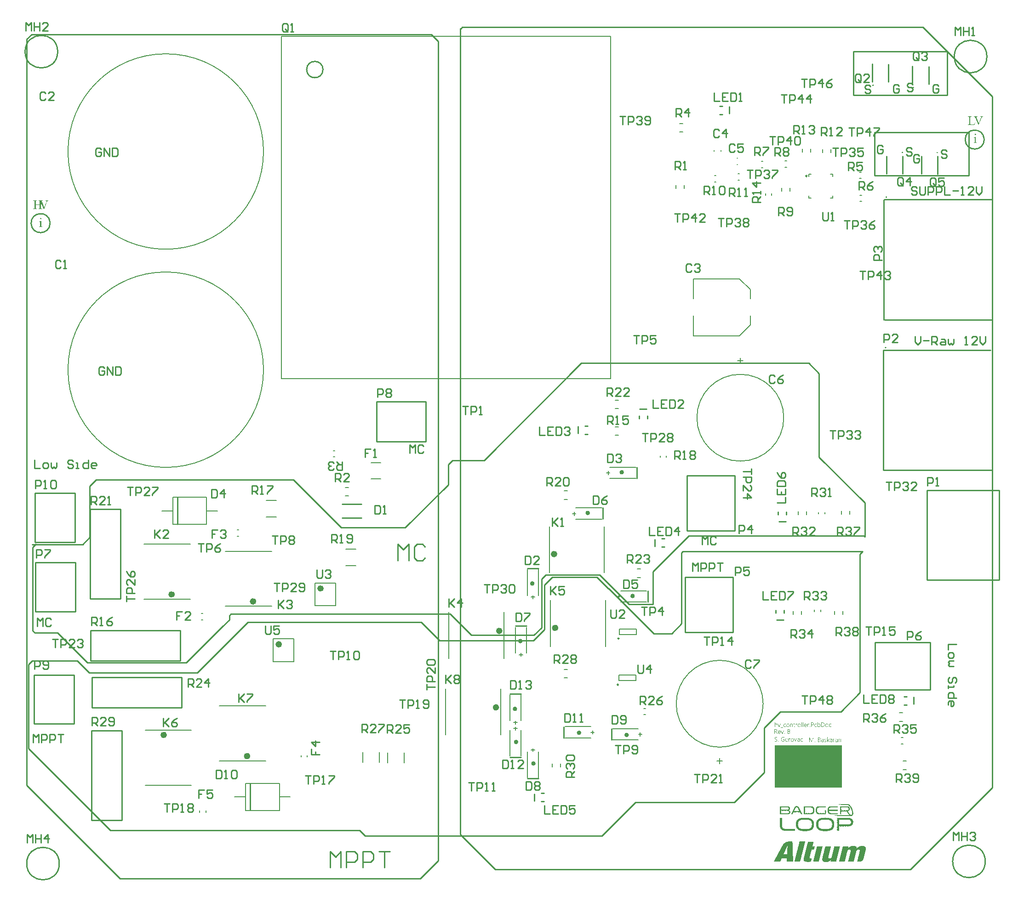
<source format=gto>
G04*
G04 #@! TF.GenerationSoftware,Altium Limited,Altium Designer,21.7.2 (23)*
G04*
G04 Layer_Color=65535*
%FSLAX25Y25*%
%MOIN*%
G70*
G04*
G04 #@! TF.SameCoordinates,1753F5FE-5082-4D15-9E76-917EA7E0E8BB*
G04*
G04*
G04 #@! TF.FilePolarity,Positive*
G04*
G01*
G75*
%ADD10C,0.01575*%
%ADD11C,0.00787*%
%ADD12C,0.01000*%
%ADD13C,0.02362*%
%ADD14C,0.00984*%
%ADD15C,0.00500*%
%ADD16R,0.49000X0.31000*%
G36*
X604575Y-571301D02*
X604774D01*
Y-571341D01*
X604813D01*
Y-571381D01*
X604853D01*
Y-571341D01*
X604813D01*
Y-571301D01*
X604853D01*
Y-571341D01*
X604893D01*
Y-571381D01*
X604932D01*
Y-571341D01*
X604972D01*
Y-571381D01*
X605091D01*
Y-571420D01*
X605131D01*
Y-571460D01*
X605171D01*
Y-571420D01*
X605131D01*
Y-571381D01*
X605171D01*
Y-571420D01*
X605211D01*
Y-571460D01*
X605250D01*
Y-571500D01*
X605290D01*
Y-571539D01*
X605409D01*
Y-571579D01*
X605449D01*
Y-571619D01*
X605568D01*
Y-571659D01*
X605608D01*
Y-571699D01*
X605648D01*
Y-571738D01*
X605688D01*
Y-571778D01*
X605767D01*
Y-571818D01*
Y-571857D01*
X605886D01*
Y-571897D01*
X605926D01*
Y-571937D01*
X605966D01*
Y-571977D01*
X606005D01*
Y-572016D01*
X606045D01*
Y-572056D01*
X606085D01*
Y-572096D01*
X606124D01*
Y-572136D01*
X606164D01*
Y-572175D01*
X606204D01*
Y-572215D01*
X606244D01*
Y-572255D01*
X606284D01*
Y-572295D01*
X606323D01*
Y-572334D01*
X606363D01*
Y-572374D01*
X606403D01*
Y-572414D01*
X606442D01*
Y-572453D01*
Y-572493D01*
X606522D01*
Y-572533D01*
X606482D01*
Y-572573D01*
X606562D01*
Y-572612D01*
Y-572652D01*
X606601D01*
Y-572692D01*
X606641D01*
Y-572732D01*
X606681D01*
Y-572771D01*
X606721D01*
Y-572811D01*
X606760D01*
Y-572851D01*
X606800D01*
Y-572891D01*
X606840D01*
Y-572930D01*
X606800D01*
Y-572970D01*
X606840D01*
Y-573010D01*
X606880D01*
Y-573049D01*
X606919D01*
Y-573089D01*
X606959D01*
Y-573129D01*
X606999D01*
Y-573169D01*
X606959D01*
Y-573208D01*
X607038D01*
Y-573248D01*
Y-573288D01*
X607078D01*
Y-573328D01*
X607118D01*
Y-573367D01*
X607158D01*
Y-573407D01*
X607118D01*
Y-573447D01*
X607158D01*
Y-573487D01*
X607197D01*
Y-573526D01*
X607237D01*
Y-573566D01*
Y-573606D01*
X607277D01*
Y-573645D01*
Y-573685D01*
X607317D01*
Y-573725D01*
X607356D01*
Y-573765D01*
X607396D01*
Y-573804D01*
X607356D01*
Y-573844D01*
X607396D01*
Y-573884D01*
X607436D01*
Y-573924D01*
X607476D01*
Y-573963D01*
X607436D01*
Y-574003D01*
X607476D01*
Y-574043D01*
X607515D01*
Y-574083D01*
X607555D01*
Y-574122D01*
X607515D01*
Y-574162D01*
X607555D01*
Y-574202D01*
X607595D01*
Y-574241D01*
X607634D01*
Y-574281D01*
X607595D01*
Y-574321D01*
X607634D01*
Y-574361D01*
X607674D01*
Y-574401D01*
X607714D01*
Y-574440D01*
X607674D01*
Y-574480D01*
X607714D01*
Y-574520D01*
X607754D01*
Y-574559D01*
X607793D01*
Y-574599D01*
X607754D01*
Y-574639D01*
X607793D01*
Y-574679D01*
X607833D01*
Y-574718D01*
X607873D01*
Y-574758D01*
X607833D01*
Y-574798D01*
X607873D01*
Y-574837D01*
Y-574877D01*
Y-574917D01*
X607913D01*
Y-574957D01*
X607952D01*
Y-574997D01*
X607913D01*
Y-575036D01*
X607952D01*
Y-575076D01*
X607992D01*
Y-575116D01*
Y-575155D01*
Y-575195D01*
X608032D01*
Y-575235D01*
Y-575275D01*
Y-575314D01*
X608072D01*
Y-575354D01*
X608111D01*
Y-575394D01*
X608072D01*
Y-575434D01*
X608111D01*
Y-575473D01*
Y-575513D01*
Y-575553D01*
X608151D01*
Y-575593D01*
Y-575632D01*
Y-575672D01*
X608191D01*
Y-575712D01*
Y-575751D01*
Y-575791D01*
X608230D01*
Y-575831D01*
X608270D01*
Y-575871D01*
X608230D01*
Y-575910D01*
X608270D01*
Y-575950D01*
X608230D01*
Y-575990D01*
X608270D01*
Y-576030D01*
X608310D01*
Y-576069D01*
Y-576109D01*
Y-576149D01*
X608350D01*
Y-576189D01*
X608310D01*
Y-576228D01*
X608350D01*
Y-576268D01*
X608310D01*
Y-576308D01*
X608350D01*
Y-576347D01*
X608389D01*
Y-576387D01*
X608429D01*
Y-576427D01*
X608389D01*
Y-576467D01*
X608429D01*
Y-576506D01*
X608389D01*
Y-576546D01*
X608429D01*
Y-576586D01*
Y-576626D01*
Y-576665D01*
X608469D01*
Y-576705D01*
Y-576745D01*
Y-576785D01*
X608509D01*
Y-576824D01*
X608469D01*
Y-576864D01*
X608509D01*
Y-576904D01*
X608469D01*
Y-576943D01*
X608509D01*
Y-576983D01*
Y-577023D01*
Y-577063D01*
Y-577102D01*
Y-577142D01*
X608548D01*
Y-577182D01*
Y-577222D01*
Y-577261D01*
X608588D01*
Y-577301D01*
X608548D01*
Y-577341D01*
X608588D01*
Y-577381D01*
X608548D01*
Y-577420D01*
X608588D01*
Y-577460D01*
X608548D01*
Y-577500D01*
X608588D01*
Y-577539D01*
X608548D01*
Y-577579D01*
X608588D01*
Y-577619D01*
X608548D01*
Y-577659D01*
X608588D01*
Y-577698D01*
X608628D01*
Y-577738D01*
X608588D01*
Y-577778D01*
X608548D01*
Y-577818D01*
X608588D01*
Y-577857D01*
X608628D01*
Y-577897D01*
X608588D01*
Y-577937D01*
X608628D01*
Y-577977D01*
X608588D01*
Y-578016D01*
X608628D01*
Y-578056D01*
X608588D01*
Y-578096D01*
X608628D01*
Y-578135D01*
X608588D01*
Y-578175D01*
X608628D01*
Y-578215D01*
X608588D01*
Y-578255D01*
Y-578295D01*
Y-578334D01*
Y-578374D01*
Y-578414D01*
X608548D01*
Y-578453D01*
X608588D01*
Y-578493D01*
X608548D01*
Y-578533D01*
X608588D01*
Y-578573D01*
X608548D01*
Y-578612D01*
X608588D01*
Y-578652D01*
X608548D01*
Y-578692D01*
X608588D01*
Y-578731D01*
X608548D01*
Y-578771D01*
Y-578811D01*
Y-578851D01*
X608509D01*
Y-578891D01*
X608548D01*
Y-578930D01*
X608509D01*
Y-578970D01*
X608469D01*
Y-579010D01*
X608509D01*
Y-579049D01*
X608469D01*
Y-579089D01*
Y-579129D01*
Y-579169D01*
X608429D01*
Y-579208D01*
X608389D01*
Y-579248D01*
X608429D01*
Y-579288D01*
X608389D01*
Y-579328D01*
Y-579367D01*
Y-579407D01*
X608350D01*
Y-579447D01*
X608310D01*
Y-579487D01*
Y-579526D01*
X608270D01*
Y-579566D01*
Y-579606D01*
X608230D01*
Y-579645D01*
X608191D01*
Y-579685D01*
X608151D01*
Y-579725D01*
X608111D01*
Y-579765D01*
X608072D01*
Y-579804D01*
Y-579844D01*
X607992D01*
Y-579884D01*
X607952D01*
Y-579924D01*
X607913D01*
Y-579963D01*
X607873D01*
Y-580003D01*
X607754D01*
Y-580043D01*
X607793D01*
Y-580083D01*
X607754D01*
Y-580043D01*
X607714D01*
Y-580083D01*
X607595D01*
Y-580122D01*
X607555D01*
Y-580083D01*
X607515D01*
Y-580122D01*
X607555D01*
Y-580162D01*
X607515D01*
Y-580122D01*
X607476D01*
Y-580162D01*
X606562D01*
Y-580122D01*
X606522D01*
Y-580162D01*
X606403D01*
Y-580122D01*
X606363D01*
Y-580162D01*
X606244D01*
Y-580122D01*
X606204D01*
Y-580162D01*
X606164D01*
Y-580122D01*
X606124D01*
Y-580162D01*
X606085D01*
Y-580122D01*
X606045D01*
Y-580162D01*
X606005D01*
Y-580122D01*
X605966D01*
Y-580162D01*
X605926D01*
Y-580122D01*
X605886D01*
Y-580162D01*
X605846D01*
Y-580122D01*
X605807D01*
Y-580162D01*
X605767D01*
Y-580122D01*
X605727D01*
Y-580162D01*
X605688D01*
Y-580122D01*
X605648D01*
Y-580162D01*
X605608D01*
Y-580122D01*
X605568D01*
Y-580162D01*
X605528D01*
Y-580122D01*
X605489D01*
Y-580162D01*
X605449D01*
Y-580122D01*
X605409D01*
Y-580162D01*
X605370D01*
Y-580122D01*
X605330D01*
Y-580083D01*
X605290D01*
Y-580122D01*
X605330D01*
Y-580162D01*
X605290D01*
Y-580122D01*
X605171D01*
Y-580083D01*
X605131D01*
Y-580122D01*
X605171D01*
Y-580162D01*
X605131D01*
Y-580122D01*
X605091D01*
Y-580083D01*
X605052D01*
Y-580122D01*
X605012D01*
Y-580083D01*
X604972D01*
Y-580122D01*
X605012D01*
Y-580162D01*
X604972D01*
Y-580122D01*
X604932D01*
Y-580083D01*
X604893D01*
Y-580122D01*
X604853D01*
Y-580083D01*
X604813D01*
Y-580122D01*
X604853D01*
Y-580162D01*
X604813D01*
Y-580122D01*
X604774D01*
Y-580083D01*
X604734D01*
Y-580122D01*
X604694D01*
Y-580083D01*
X604654D01*
Y-580122D01*
X604694D01*
Y-580162D01*
X604654D01*
Y-580122D01*
X604615D01*
Y-580083D01*
X604575D01*
Y-580122D01*
X604535D01*
Y-580083D01*
X604495D01*
Y-580122D01*
X604456D01*
Y-580083D01*
X604416D01*
Y-580122D01*
X604376D01*
Y-580083D01*
X604337D01*
Y-580122D01*
X604297D01*
Y-580083D01*
X604257D01*
Y-580122D01*
X604217D01*
Y-580083D01*
X604178D01*
Y-580122D01*
X604138D01*
Y-580083D01*
X602827D01*
Y-580043D01*
X602787D01*
Y-580083D01*
X602668D01*
Y-580043D01*
X602628D01*
Y-580083D01*
X602509D01*
Y-580043D01*
X602469D01*
Y-580083D01*
X602429D01*
Y-580043D01*
X602389D01*
Y-580083D01*
X602350D01*
Y-580043D01*
X602310D01*
Y-580083D01*
X602270D01*
Y-580043D01*
X602231D01*
Y-580083D01*
X602191D01*
Y-580043D01*
X602151D01*
Y-580083D01*
X602111D01*
Y-580043D01*
X602072D01*
Y-580083D01*
X602032D01*
Y-580043D01*
X601992D01*
Y-580083D01*
X601952D01*
Y-580043D01*
X601913D01*
Y-580083D01*
X601873D01*
Y-580043D01*
X601833D01*
Y-580083D01*
X601793D01*
Y-580043D01*
X601754D01*
Y-580003D01*
X601714D01*
Y-580043D01*
X601754D01*
Y-580083D01*
X601714D01*
Y-580043D01*
X601674D01*
Y-580083D01*
X601635D01*
Y-580043D01*
X601595D01*
Y-580003D01*
X601555D01*
Y-580043D01*
X601595D01*
Y-580083D01*
X601555D01*
Y-580043D01*
X601436D01*
Y-580003D01*
X601396D01*
Y-580043D01*
X601436D01*
Y-580083D01*
X601396D01*
Y-580043D01*
X601277D01*
Y-580003D01*
X601237D01*
Y-580043D01*
X601197D01*
Y-580003D01*
X601158D01*
Y-580043D01*
X601118D01*
Y-580003D01*
X601078D01*
Y-580043D01*
X601039D01*
Y-580003D01*
X600999D01*
Y-580043D01*
X600959D01*
Y-580003D01*
X600919D01*
Y-580043D01*
X600880D01*
Y-580003D01*
X600840D01*
Y-580043D01*
X600800D01*
Y-580003D01*
X600760D01*
Y-580043D01*
X600721D01*
Y-580003D01*
X600681D01*
Y-580043D01*
X600641D01*
Y-580003D01*
X600601D01*
Y-580043D01*
X600562D01*
Y-580003D01*
X600522D01*
Y-580043D01*
X600482D01*
Y-580003D01*
X600443D01*
Y-580043D01*
X600403D01*
Y-580003D01*
X600363D01*
Y-580043D01*
X600323D01*
Y-580003D01*
X600283D01*
Y-580043D01*
X600244D01*
Y-580003D01*
X600204D01*
Y-580043D01*
X600164D01*
Y-580003D01*
X600125D01*
Y-580043D01*
X600085D01*
Y-580003D01*
X599807D01*
Y-580043D01*
X599767D01*
Y-580003D01*
X598933D01*
Y-579963D01*
X598893D01*
Y-580003D01*
X598774D01*
Y-579963D01*
X598734D01*
Y-580003D01*
X598615D01*
Y-579963D01*
X598575D01*
Y-580003D01*
X598535D01*
Y-579963D01*
X598495D01*
Y-580003D01*
X598456D01*
Y-579963D01*
X598416D01*
Y-580003D01*
X598376D01*
Y-579963D01*
X598337D01*
Y-580003D01*
X598297D01*
Y-579963D01*
X598257D01*
Y-580003D01*
X598217D01*
Y-579963D01*
X598178D01*
Y-579924D01*
X598138D01*
Y-579963D01*
X598178D01*
Y-580003D01*
X598138D01*
Y-579963D01*
X598098D01*
Y-580003D01*
X598058D01*
Y-579963D01*
X598019D01*
Y-579924D01*
X597979D01*
Y-579963D01*
X598019D01*
Y-580003D01*
X597979D01*
Y-579963D01*
X597939D01*
Y-580003D01*
X597899D01*
Y-579963D01*
X597860D01*
Y-579924D01*
X597820D01*
Y-579963D01*
X597860D01*
Y-580003D01*
X597820D01*
Y-579963D01*
X597780D01*
Y-580003D01*
X597741D01*
Y-579963D01*
X597701D01*
Y-579924D01*
X597661D01*
Y-579963D01*
X597542D01*
Y-579924D01*
X597502D01*
Y-579963D01*
X597542D01*
Y-580003D01*
X597502D01*
Y-579963D01*
X597383D01*
Y-579924D01*
X597343D01*
Y-579963D01*
X597303D01*
Y-579924D01*
X597264D01*
Y-579963D01*
X597224D01*
Y-579924D01*
X597184D01*
Y-579963D01*
X597224D01*
Y-580003D01*
X597184D01*
Y-579963D01*
X597145D01*
Y-579924D01*
X597105D01*
Y-579963D01*
X597065D01*
Y-579924D01*
X597025D01*
Y-579963D01*
X596985D01*
Y-579924D01*
X596946D01*
Y-579963D01*
X596906D01*
Y-579924D01*
X596866D01*
Y-579963D01*
X596827D01*
Y-579924D01*
X596787D01*
Y-579963D01*
X596747D01*
Y-579924D01*
X596707D01*
Y-579963D01*
X596668D01*
Y-579924D01*
X596628D01*
Y-579963D01*
X596588D01*
Y-579924D01*
X596549D01*
Y-579963D01*
X596509D01*
Y-579924D01*
X596231D01*
Y-579963D01*
X596191D01*
Y-579924D01*
X595197D01*
Y-579884D01*
X595158D01*
Y-579924D01*
X595039D01*
Y-579884D01*
X594999D01*
Y-579844D01*
X594959D01*
Y-579804D01*
X594999D01*
Y-579765D01*
X594959D01*
Y-579725D01*
X594999D01*
Y-579685D01*
X594959D01*
Y-579645D01*
X594999D01*
Y-579606D01*
X594959D01*
Y-579566D01*
X594999D01*
Y-579526D01*
X595039D01*
Y-579566D01*
X595158D01*
Y-579526D01*
X595197D01*
Y-579566D01*
X595317D01*
Y-579526D01*
X595356D01*
Y-579566D01*
X595396D01*
Y-579526D01*
X595436D01*
Y-579566D01*
X595476D01*
Y-579526D01*
X595436D01*
Y-579487D01*
X595476D01*
Y-579526D01*
X595515D01*
Y-579566D01*
X595555D01*
Y-579526D01*
X595595D01*
Y-579566D01*
X595635D01*
Y-579526D01*
X595674D01*
Y-579566D01*
X595714D01*
Y-579526D01*
X595754D01*
Y-579566D01*
X595793D01*
Y-579526D01*
X595754D01*
Y-579487D01*
X595793D01*
Y-579526D01*
X595833D01*
Y-579566D01*
X595873D01*
Y-579526D01*
X595913D01*
Y-579566D01*
X595952D01*
Y-579526D01*
X595913D01*
Y-579487D01*
X595952D01*
Y-579526D01*
X595992D01*
Y-579566D01*
X596032D01*
Y-579526D01*
X596072D01*
Y-579566D01*
X596111D01*
Y-579526D01*
X596072D01*
Y-579487D01*
X596111D01*
Y-579526D01*
X596151D01*
Y-579566D01*
X596191D01*
Y-579526D01*
X596231D01*
Y-579487D01*
X596270D01*
Y-579526D01*
X596389D01*
Y-579487D01*
X596429D01*
Y-579526D01*
X596549D01*
Y-579487D01*
X596588D01*
Y-579526D01*
X596628D01*
Y-579487D01*
X596668D01*
Y-579526D01*
X596707D01*
Y-579487D01*
X596747D01*
Y-579526D01*
X596787D01*
Y-579487D01*
X596827D01*
Y-579526D01*
X596866D01*
Y-579487D01*
X596906D01*
Y-579526D01*
X596946D01*
Y-579487D01*
X596985D01*
Y-579526D01*
X597025D01*
Y-579487D01*
X597065D01*
Y-579526D01*
X597105D01*
Y-579487D01*
X597145D01*
Y-579526D01*
X597184D01*
Y-579487D01*
X597224D01*
Y-579526D01*
X597264D01*
Y-579487D01*
X597303D01*
Y-579526D01*
X597343D01*
Y-579487D01*
X597621D01*
Y-579526D01*
X597661D01*
Y-579487D01*
X598893D01*
Y-579447D01*
X598933D01*
Y-579487D01*
X599052D01*
Y-579447D01*
X599091D01*
Y-579487D01*
X599131D01*
Y-579447D01*
X599171D01*
Y-579487D01*
X599211D01*
Y-579447D01*
X599250D01*
Y-579487D01*
X599290D01*
Y-579447D01*
X599330D01*
Y-579487D01*
X599370D01*
Y-579447D01*
X599409D01*
Y-579487D01*
X599449D01*
Y-579447D01*
X599489D01*
Y-579487D01*
X599529D01*
Y-579447D01*
X599568D01*
Y-579487D01*
X599608D01*
Y-579447D01*
X599648D01*
Y-579487D01*
X599687D01*
Y-579447D01*
X599727D01*
Y-579487D01*
X599767D01*
Y-579447D01*
X599807D01*
Y-579487D01*
X599846D01*
Y-579447D01*
X599807D01*
Y-579407D01*
X599846D01*
Y-579447D01*
X599886D01*
Y-579487D01*
X599926D01*
Y-579447D01*
X599966D01*
Y-579487D01*
X600005D01*
Y-579447D01*
X600045D01*
Y-579487D01*
X600085D01*
Y-579447D01*
X600125D01*
Y-579487D01*
X600164D01*
Y-579447D01*
X600125D01*
Y-579407D01*
X600164D01*
Y-579447D01*
X600204D01*
Y-579487D01*
X600244D01*
Y-579447D01*
X600283D01*
Y-579407D01*
X600323D01*
Y-579447D01*
X600363D01*
Y-579487D01*
X600403D01*
Y-579447D01*
X600363D01*
Y-579407D01*
X600403D01*
Y-579447D01*
X600443D01*
Y-579407D01*
X600482D01*
Y-579447D01*
X600522D01*
Y-579487D01*
X600562D01*
Y-579447D01*
X600601D01*
Y-579407D01*
X600641D01*
Y-579447D01*
X600681D01*
Y-579407D01*
X600721D01*
Y-579447D01*
X600760D01*
Y-579407D01*
X600800D01*
Y-579447D01*
X600840D01*
Y-579487D01*
X600880D01*
Y-579447D01*
X600840D01*
Y-579407D01*
X600880D01*
Y-579447D01*
X600919D01*
Y-579407D01*
X600959D01*
Y-579447D01*
X600999D01*
Y-579407D01*
X601039D01*
Y-579447D01*
X601078D01*
Y-579407D01*
X601118D01*
Y-579447D01*
X601158D01*
Y-579407D01*
X601197D01*
Y-579447D01*
X601237D01*
Y-579407D01*
X601277D01*
Y-579447D01*
X601317D01*
Y-579407D01*
X601356D01*
Y-579447D01*
X601396D01*
Y-579407D01*
X601515D01*
Y-579447D01*
X601555D01*
Y-579407D01*
X601674D01*
Y-579447D01*
X601714D01*
Y-579407D01*
X602310D01*
Y-579367D01*
X602350D01*
Y-579407D01*
X602628D01*
Y-579367D01*
X602668D01*
Y-579407D01*
X602787D01*
Y-579367D01*
X602827D01*
Y-579407D01*
X602946D01*
Y-579367D01*
X602985D01*
Y-579407D01*
X603025D01*
Y-579367D01*
X603065D01*
Y-579407D01*
X603105D01*
Y-579367D01*
X603144D01*
Y-579407D01*
X603184D01*
Y-579367D01*
X603224D01*
Y-579407D01*
X603264D01*
Y-579367D01*
X603303D01*
Y-579407D01*
X603343D01*
Y-579367D01*
X603383D01*
Y-579407D01*
X603423D01*
Y-579367D01*
X603462D01*
Y-579407D01*
X603502D01*
Y-579367D01*
X603542D01*
Y-579407D01*
X603581D01*
Y-579367D01*
X603542D01*
Y-579328D01*
X603581D01*
Y-579367D01*
X603621D01*
Y-579407D01*
X603661D01*
Y-579367D01*
X603701D01*
Y-579407D01*
X603741D01*
Y-579367D01*
X603701D01*
Y-579328D01*
X603741D01*
Y-579367D01*
X603780D01*
Y-579407D01*
X603820D01*
Y-579367D01*
X603860D01*
Y-579328D01*
X603899D01*
Y-579367D01*
X603939D01*
Y-579407D01*
X603979D01*
Y-579367D01*
X603939D01*
Y-579328D01*
X603979D01*
Y-579367D01*
X604019D01*
Y-579328D01*
X604058D01*
Y-579367D01*
X604098D01*
Y-579407D01*
X604138D01*
Y-579367D01*
X604178D01*
Y-579328D01*
X604217D01*
Y-579367D01*
X604257D01*
Y-579328D01*
X604297D01*
Y-579367D01*
X604337D01*
Y-579328D01*
X604376D01*
Y-579367D01*
X604416D01*
Y-579328D01*
X604456D01*
Y-579367D01*
X604495D01*
Y-579328D01*
X604535D01*
Y-579367D01*
X604575D01*
Y-579328D01*
X604615D01*
Y-579367D01*
X604654D01*
Y-579328D01*
X604694D01*
Y-579367D01*
X604734D01*
Y-579328D01*
X604774D01*
Y-579367D01*
X604813D01*
Y-579328D01*
X604853D01*
Y-579367D01*
X604893D01*
Y-579328D01*
X604932D01*
Y-579367D01*
X604972D01*
Y-579328D01*
X605091D01*
Y-579367D01*
X605131D01*
Y-579328D01*
X605250D01*
Y-579367D01*
X605290D01*
Y-579328D01*
X605648D01*
Y-579288D01*
X605608D01*
Y-579248D01*
X605568D01*
Y-579208D01*
X605528D01*
Y-579169D01*
X605489D01*
Y-579129D01*
X605449D01*
Y-579089D01*
X605409D01*
Y-579049D01*
X605370D01*
Y-579010D01*
X605330D01*
Y-578970D01*
X605290D01*
Y-578930D01*
X605250D01*
Y-578891D01*
X605211D01*
Y-578851D01*
Y-578811D01*
X605171D01*
Y-578771D01*
Y-578731D01*
X605131D01*
Y-578692D01*
X605091D01*
Y-578652D01*
X605052D01*
Y-578612D01*
X605012D01*
Y-578573D01*
X604972D01*
Y-578533D01*
X605012D01*
Y-578493D01*
X604893D01*
Y-578453D01*
X604932D01*
Y-578414D01*
X604893D01*
Y-578374D01*
X604853D01*
Y-578334D01*
X604813D01*
Y-578295D01*
Y-578255D01*
X604734D01*
Y-578215D01*
X604774D01*
Y-578175D01*
X604734D01*
Y-578135D01*
X604694D01*
Y-578096D01*
X604654D01*
Y-578056D01*
Y-578016D01*
X604615D01*
Y-577977D01*
Y-577937D01*
X604575D01*
Y-577897D01*
X604535D01*
Y-577857D01*
X604495D01*
Y-577818D01*
X604535D01*
Y-577778D01*
X604495D01*
Y-577738D01*
X604456D01*
Y-577698D01*
X604416D01*
Y-577659D01*
X604456D01*
Y-577619D01*
X604337D01*
Y-577579D01*
X604376D01*
Y-577539D01*
X604337D01*
Y-577500D01*
Y-577460D01*
X604297D01*
Y-577420D01*
Y-577381D01*
X604257D01*
Y-577341D01*
X604217D01*
Y-577301D01*
X604178D01*
Y-577261D01*
X604217D01*
Y-577222D01*
X604178D01*
Y-577182D01*
Y-577142D01*
Y-577102D01*
X604138D01*
Y-577063D01*
X604098D01*
Y-577023D01*
Y-576983D01*
X604058D01*
Y-576943D01*
Y-576904D01*
X604019D01*
Y-576864D01*
Y-576824D01*
X599886D01*
Y-576864D01*
X599926D01*
Y-576904D01*
X599886D01*
Y-576943D01*
X599926D01*
Y-576983D01*
X599886D01*
Y-577023D01*
X599926D01*
Y-577063D01*
X599886D01*
Y-577102D01*
X599926D01*
Y-577142D01*
X599886D01*
Y-577182D01*
X599926D01*
Y-577222D01*
X599886D01*
Y-577261D01*
X599926D01*
Y-577301D01*
X599886D01*
Y-577341D01*
X599926D01*
Y-577381D01*
X599886D01*
Y-577420D01*
X599926D01*
Y-577460D01*
X599886D01*
Y-577500D01*
X599926D01*
Y-577539D01*
X599886D01*
Y-577579D01*
X599926D01*
Y-577619D01*
X599886D01*
Y-577659D01*
X599926D01*
Y-577698D01*
X599886D01*
Y-577738D01*
X599926D01*
Y-577778D01*
X599886D01*
Y-577818D01*
X599926D01*
Y-577857D01*
X599886D01*
Y-577897D01*
X599926D01*
Y-577937D01*
X599886D01*
Y-577977D01*
X599926D01*
Y-578016D01*
X599886D01*
Y-578056D01*
X599926D01*
Y-578096D01*
X599886D01*
Y-578135D01*
X599926D01*
Y-578175D01*
X599886D01*
Y-578215D01*
X599926D01*
Y-578255D01*
X599886D01*
Y-578295D01*
X599926D01*
Y-578334D01*
X599886D01*
Y-578374D01*
X599926D01*
Y-578414D01*
X599886D01*
Y-578453D01*
X599926D01*
Y-578493D01*
X599886D01*
Y-578533D01*
X599926D01*
Y-578573D01*
X599886D01*
Y-578612D01*
X599926D01*
Y-578652D01*
X599886D01*
Y-578692D01*
X599926D01*
Y-578731D01*
X599886D01*
Y-578771D01*
X599926D01*
Y-578811D01*
X599886D01*
Y-578851D01*
X599926D01*
Y-578891D01*
X599886D01*
Y-578930D01*
X599846D01*
Y-578891D01*
X599807D01*
Y-578930D01*
X599767D01*
Y-578891D01*
X599727D01*
Y-578930D01*
X599687D01*
Y-578891D01*
X599648D01*
Y-578930D01*
X599608D01*
Y-578891D01*
X599489D01*
Y-578930D01*
X599449D01*
Y-578891D01*
X599409D01*
Y-578930D01*
X599370D01*
Y-578891D01*
X599330D01*
Y-578930D01*
X599290D01*
Y-578891D01*
X599171D01*
Y-578930D01*
X599131D01*
Y-578891D01*
X599091D01*
Y-578930D01*
X599052D01*
Y-578891D01*
X599012D01*
Y-578930D01*
X598972D01*
Y-578891D01*
X598933D01*
Y-578851D01*
X598972D01*
Y-578811D01*
X598933D01*
Y-578771D01*
X598972D01*
Y-578731D01*
X598933D01*
Y-578692D01*
X598972D01*
Y-578652D01*
X598933D01*
Y-578612D01*
X598972D01*
Y-578573D01*
X598933D01*
Y-578533D01*
X598972D01*
Y-578493D01*
X598933D01*
Y-578453D01*
X598972D01*
Y-578414D01*
X598933D01*
Y-578374D01*
X598972D01*
Y-578334D01*
X598933D01*
Y-578295D01*
X598972D01*
Y-578255D01*
X598933D01*
Y-578215D01*
X598972D01*
Y-578175D01*
X598933D01*
Y-578135D01*
X598972D01*
Y-578096D01*
X598933D01*
Y-578056D01*
X598972D01*
Y-578016D01*
X598933D01*
Y-577977D01*
X598972D01*
Y-577937D01*
X598933D01*
Y-577897D01*
X598972D01*
Y-577857D01*
X598933D01*
Y-577818D01*
X598972D01*
Y-577778D01*
X598933D01*
Y-577738D01*
X598972D01*
Y-577698D01*
X598933D01*
Y-577659D01*
X598972D01*
Y-577619D01*
X598933D01*
Y-577579D01*
X598972D01*
Y-577539D01*
X598933D01*
Y-577500D01*
X598972D01*
Y-577460D01*
X598933D01*
Y-577420D01*
X598972D01*
Y-577381D01*
X598933D01*
Y-577341D01*
X598972D01*
Y-577301D01*
X598933D01*
Y-577261D01*
X598972D01*
Y-577222D01*
X598933D01*
Y-577182D01*
X598972D01*
Y-577142D01*
X598933D01*
Y-577102D01*
X598972D01*
Y-577063D01*
X598933D01*
Y-577023D01*
X598972D01*
Y-576983D01*
X598933D01*
Y-576943D01*
X598972D01*
Y-576904D01*
X598933D01*
Y-576864D01*
X598972D01*
Y-576824D01*
X598933D01*
Y-576785D01*
X598972D01*
Y-576745D01*
X598933D01*
Y-576705D01*
X598972D01*
Y-576665D01*
X598933D01*
Y-576626D01*
X598972D01*
Y-576586D01*
X598933D01*
Y-576546D01*
X598972D01*
Y-576506D01*
X598933D01*
Y-576467D01*
X598972D01*
Y-576427D01*
X598933D01*
Y-576387D01*
X598972D01*
Y-576347D01*
X598933D01*
Y-576308D01*
X598972D01*
Y-576268D01*
X598933D01*
Y-576228D01*
X598972D01*
Y-576189D01*
X598933D01*
Y-576149D01*
X598972D01*
Y-576109D01*
X598933D01*
Y-576069D01*
X598972D01*
Y-576030D01*
X598933D01*
Y-575990D01*
X598972D01*
Y-575950D01*
X598933D01*
Y-575910D01*
X598972D01*
Y-575871D01*
X598933D01*
Y-575831D01*
X598972D01*
Y-575791D01*
X598933D01*
Y-575751D01*
X598972D01*
Y-575712D01*
X598933D01*
Y-575672D01*
X598972D01*
Y-575632D01*
X598933D01*
Y-575593D01*
X598972D01*
Y-575553D01*
X598933D01*
Y-575513D01*
X598972D01*
Y-575473D01*
X598933D01*
Y-575434D01*
X598972D01*
Y-575394D01*
X598933D01*
Y-575354D01*
X598972D01*
Y-575314D01*
X598933D01*
Y-575275D01*
X598972D01*
Y-575235D01*
X598933D01*
Y-575195D01*
X598972D01*
Y-575155D01*
X598933D01*
Y-575116D01*
X598972D01*
Y-575076D01*
X598933D01*
Y-575036D01*
X598972D01*
Y-574997D01*
X598933D01*
Y-574957D01*
X598972D01*
Y-574917D01*
X598933D01*
Y-574877D01*
X598972D01*
Y-574837D01*
X598933D01*
Y-574798D01*
X598972D01*
Y-574758D01*
X598933D01*
Y-574718D01*
X598972D01*
Y-574679D01*
X598933D01*
Y-574639D01*
X598972D01*
Y-574599D01*
X598933D01*
Y-574559D01*
X598972D01*
Y-574520D01*
X598933D01*
Y-574480D01*
X598972D01*
Y-574440D01*
X598933D01*
Y-574401D01*
X598972D01*
Y-574361D01*
X598933D01*
Y-574321D01*
X598972D01*
Y-574281D01*
X598933D01*
Y-574241D01*
X598972D01*
Y-574202D01*
X598933D01*
Y-574162D01*
X598972D01*
Y-574122D01*
X598933D01*
Y-574083D01*
X598972D01*
Y-574043D01*
X598933D01*
Y-574003D01*
X598972D01*
Y-573963D01*
X598933D01*
Y-573924D01*
X598972D01*
Y-573884D01*
X598933D01*
Y-573844D01*
X598972D01*
Y-573804D01*
X598933D01*
Y-573765D01*
X598972D01*
Y-573725D01*
X598933D01*
Y-573685D01*
X598972D01*
Y-573645D01*
X598933D01*
Y-573606D01*
X598972D01*
Y-573566D01*
X598933D01*
Y-573526D01*
X598972D01*
Y-573487D01*
X598933D01*
Y-573447D01*
X598972D01*
Y-573407D01*
X598933D01*
Y-573367D01*
X598972D01*
Y-573328D01*
X598933D01*
Y-573288D01*
X598972D01*
Y-573248D01*
X598933D01*
Y-573208D01*
X598972D01*
Y-573169D01*
X598933D01*
Y-573129D01*
X598972D01*
Y-573089D01*
X598933D01*
Y-573049D01*
X598972D01*
Y-573010D01*
X598933D01*
Y-572970D01*
X599052D01*
Y-573010D01*
X599091D01*
Y-572970D01*
X599211D01*
Y-573010D01*
X599250D01*
Y-572970D01*
X599370D01*
Y-573010D01*
X599409D01*
Y-572970D01*
X599529D01*
Y-573010D01*
X599568D01*
Y-572970D01*
X599687D01*
Y-573010D01*
X599727D01*
Y-572970D01*
X599846D01*
Y-573010D01*
X599886D01*
Y-572970D01*
X600005D01*
Y-573010D01*
X600045D01*
Y-572970D01*
X600164D01*
Y-573010D01*
X600204D01*
Y-572970D01*
X600323D01*
Y-573010D01*
X600363D01*
Y-572970D01*
X600482D01*
Y-573010D01*
X600522D01*
Y-572970D01*
X600641D01*
Y-573010D01*
X600681D01*
Y-572970D01*
X600800D01*
Y-573010D01*
X600840D01*
Y-572970D01*
X600959D01*
Y-573010D01*
X600999D01*
Y-572970D01*
X601118D01*
Y-573010D01*
X601158D01*
Y-572970D01*
X601277D01*
Y-573010D01*
X601317D01*
Y-572970D01*
X601436D01*
Y-573010D01*
X601476D01*
Y-572970D01*
X601595D01*
Y-573010D01*
X601635D01*
Y-572970D01*
X601754D01*
Y-573010D01*
X601793D01*
Y-572970D01*
X601913D01*
Y-573010D01*
X601952D01*
Y-572970D01*
X602072D01*
Y-573010D01*
X602111D01*
Y-572970D01*
X602231D01*
Y-573010D01*
X602270D01*
Y-572970D01*
X602389D01*
Y-573010D01*
X602429D01*
Y-572970D01*
X602548D01*
Y-573010D01*
X602588D01*
Y-572970D01*
X602707D01*
Y-573010D01*
X602747D01*
Y-572970D01*
X602866D01*
Y-573010D01*
X602906D01*
Y-572970D01*
X603025D01*
Y-573010D01*
X603065D01*
Y-572970D01*
X603184D01*
Y-573010D01*
X603224D01*
Y-572970D01*
X603343D01*
Y-573010D01*
X603383D01*
Y-572970D01*
X603502D01*
Y-573010D01*
X603542D01*
Y-572970D01*
X603661D01*
Y-573010D01*
X603701D01*
Y-572970D01*
X603820D01*
Y-573010D01*
X603860D01*
Y-572970D01*
X603979D01*
Y-573010D01*
X604019D01*
Y-572970D01*
X604138D01*
Y-573010D01*
X604178D01*
Y-572970D01*
X604297D01*
Y-573010D01*
X604337D01*
Y-572970D01*
X604376D01*
Y-573010D01*
X604416D01*
Y-573049D01*
X604456D01*
Y-573010D01*
X604416D01*
Y-572970D01*
X604456D01*
Y-573010D01*
X604495D01*
Y-572970D01*
X604535D01*
Y-573010D01*
X604575D01*
Y-573049D01*
X604615D01*
Y-573010D01*
X604654D01*
Y-573049D01*
X604694D01*
Y-573010D01*
X604734D01*
Y-573049D01*
X604853D01*
Y-573089D01*
X604893D01*
Y-573049D01*
X604932D01*
Y-573089D01*
X604972D01*
Y-573129D01*
X605091D01*
Y-573169D01*
X605131D01*
Y-573129D01*
X605171D01*
Y-573169D01*
X605211D01*
Y-573208D01*
X605330D01*
Y-573248D01*
X605370D01*
Y-573288D01*
X605489D01*
Y-573328D01*
X605528D01*
Y-573367D01*
X605568D01*
Y-573407D01*
X605608D01*
Y-573447D01*
X605727D01*
Y-573487D01*
X605767D01*
Y-573526D01*
X605807D01*
Y-573566D01*
X605846D01*
Y-573606D01*
X605886D01*
Y-573645D01*
X605926D01*
Y-573685D01*
X605966D01*
Y-573725D01*
X605926D01*
Y-573765D01*
X606005D01*
Y-573804D01*
Y-573844D01*
X606045D01*
Y-573884D01*
X606085D01*
Y-573924D01*
X606124D01*
Y-573963D01*
X606085D01*
Y-574003D01*
X606124D01*
Y-574043D01*
X606164D01*
Y-574083D01*
Y-574122D01*
Y-574162D01*
X606204D01*
Y-574202D01*
Y-574241D01*
Y-574281D01*
X606244D01*
Y-574321D01*
Y-574361D01*
Y-574401D01*
X606284D01*
Y-574440D01*
X606244D01*
Y-574480D01*
X606284D01*
Y-574520D01*
X606244D01*
Y-574559D01*
X606284D01*
Y-574599D01*
X606244D01*
Y-574639D01*
X606284D01*
Y-574679D01*
X606244D01*
Y-574718D01*
X606284D01*
Y-574758D01*
Y-574798D01*
Y-574837D01*
X606244D01*
Y-574877D01*
X606284D01*
Y-574917D01*
X606244D01*
Y-574957D01*
X606284D01*
Y-574997D01*
X606244D01*
Y-575036D01*
X606284D01*
Y-575076D01*
X606244D01*
Y-575116D01*
X606284D01*
Y-575155D01*
X606244D01*
Y-575195D01*
X606284D01*
Y-575235D01*
X606244D01*
Y-575275D01*
X606204D01*
Y-575314D01*
Y-575354D01*
Y-575394D01*
X606164D01*
Y-575434D01*
X606204D01*
Y-575473D01*
X606164D01*
Y-575513D01*
X606124D01*
Y-575553D01*
Y-575593D01*
Y-575632D01*
X606085D01*
Y-575672D01*
X606045D01*
Y-575712D01*
X606005D01*
Y-575751D01*
X606045D01*
Y-575791D01*
X606005D01*
Y-575831D01*
X605966D01*
Y-575871D01*
X605926D01*
Y-575910D01*
X605886D01*
Y-575950D01*
X605846D01*
Y-575990D01*
Y-576030D01*
X605767D01*
Y-576069D01*
Y-576109D01*
X605688D01*
Y-576149D01*
X605648D01*
Y-576189D01*
X605608D01*
Y-576228D01*
X605568D01*
Y-576268D01*
X605449D01*
Y-576308D01*
X605489D01*
Y-576347D01*
X605449D01*
Y-576308D01*
X605409D01*
Y-576347D01*
X605370D01*
Y-576387D01*
X605250D01*
Y-576427D01*
X605131D01*
Y-576467D01*
X605171D01*
Y-576506D01*
X605131D01*
Y-576467D01*
X605091D01*
Y-576506D01*
X604972D01*
Y-576546D01*
X604932D01*
Y-576506D01*
X604893D01*
Y-576546D01*
X604853D01*
Y-576586D01*
X604813D01*
Y-576626D01*
X604853D01*
Y-576665D01*
X604813D01*
Y-576705D01*
X604853D01*
Y-576745D01*
Y-576785D01*
X604893D01*
Y-576824D01*
Y-576864D01*
X604932D01*
Y-576904D01*
X604972D01*
Y-576943D01*
X605012D01*
Y-576983D01*
X604972D01*
Y-577023D01*
X605012D01*
Y-577063D01*
X605052D01*
Y-577102D01*
Y-577142D01*
Y-577182D01*
X605091D01*
Y-577222D01*
X605131D01*
Y-577261D01*
X605171D01*
Y-577301D01*
X605131D01*
Y-577341D01*
X605171D01*
Y-577381D01*
X605211D01*
Y-577420D01*
X605250D01*
Y-577460D01*
Y-577500D01*
X605290D01*
Y-577539D01*
Y-577579D01*
X605330D01*
Y-577619D01*
X605370D01*
Y-577659D01*
X605409D01*
Y-577698D01*
Y-577738D01*
Y-577778D01*
X605449D01*
Y-577818D01*
X605489D01*
Y-577857D01*
X605528D01*
Y-577897D01*
X605568D01*
Y-577937D01*
Y-577977D01*
X605608D01*
Y-578016D01*
Y-578056D01*
X605648D01*
Y-578096D01*
X605688D01*
Y-578135D01*
X605727D01*
Y-578175D01*
X605767D01*
Y-578215D01*
X605807D01*
Y-578255D01*
X605846D01*
Y-578295D01*
X605886D01*
Y-578334D01*
X605846D01*
Y-578374D01*
X605886D01*
Y-578414D01*
X605926D01*
Y-578453D01*
X605966D01*
Y-578493D01*
X606005D01*
Y-578533D01*
X606045D01*
Y-578573D01*
X606085D01*
Y-578612D01*
X606124D01*
Y-578652D01*
X606164D01*
Y-578692D01*
X606204D01*
Y-578731D01*
X606244D01*
Y-578771D01*
X606284D01*
Y-578811D01*
X606323D01*
Y-578851D01*
X606363D01*
Y-578891D01*
X606403D01*
Y-578930D01*
X606522D01*
Y-578970D01*
X606562D01*
Y-579010D01*
X606601D01*
Y-579049D01*
X606641D01*
Y-579089D01*
X606681D01*
Y-579129D01*
X606721D01*
Y-579169D01*
X606840D01*
Y-579208D01*
X606880D01*
Y-579248D01*
X606919D01*
Y-579208D01*
X606880D01*
Y-579169D01*
X606919D01*
Y-579208D01*
X606959D01*
Y-579248D01*
X607078D01*
Y-579288D01*
X607197D01*
Y-579328D01*
X607237D01*
Y-579288D01*
X607277D01*
Y-579328D01*
X607317D01*
Y-579288D01*
X607356D01*
Y-579328D01*
X607396D01*
Y-579288D01*
X607356D01*
Y-579248D01*
X607396D01*
Y-579288D01*
X607436D01*
Y-579248D01*
X607476D01*
Y-579208D01*
X607515D01*
Y-579169D01*
X607555D01*
Y-579129D01*
X607595D01*
Y-579089D01*
X607634D01*
Y-579049D01*
Y-579010D01*
X607674D01*
Y-578970D01*
Y-578930D01*
X607714D01*
Y-578891D01*
X607674D01*
Y-578851D01*
X607714D01*
Y-578811D01*
X607754D01*
Y-578771D01*
Y-578731D01*
Y-578692D01*
X607793D01*
Y-578652D01*
X607754D01*
Y-578612D01*
X607793D01*
Y-578573D01*
X607754D01*
Y-578533D01*
X607793D01*
Y-578493D01*
Y-578453D01*
Y-578414D01*
X607833D01*
Y-578374D01*
X607793D01*
Y-578334D01*
X607833D01*
Y-578295D01*
X607793D01*
Y-578255D01*
X607833D01*
Y-578215D01*
X607793D01*
Y-578175D01*
X607833D01*
Y-578135D01*
Y-578096D01*
Y-578056D01*
X607873D01*
Y-578016D01*
X607833D01*
Y-577977D01*
Y-577937D01*
Y-577897D01*
X607793D01*
Y-577857D01*
X607833D01*
Y-577897D01*
X607873D01*
Y-577857D01*
X607833D01*
Y-577818D01*
X607793D01*
Y-577778D01*
X607833D01*
Y-577738D01*
X607793D01*
Y-577698D01*
X607833D01*
Y-577659D01*
X607793D01*
Y-577619D01*
Y-577579D01*
Y-577539D01*
X607754D01*
Y-577500D01*
X607793D01*
Y-577460D01*
X607754D01*
Y-577420D01*
X607793D01*
Y-577381D01*
X607754D01*
Y-577341D01*
X607793D01*
Y-577301D01*
X607754D01*
Y-577261D01*
X607793D01*
Y-577222D01*
X607754D01*
Y-577182D01*
X607714D01*
Y-577142D01*
X607754D01*
Y-577102D01*
X607714D01*
Y-577063D01*
Y-577023D01*
Y-576983D01*
X607674D01*
Y-576943D01*
X607714D01*
Y-576904D01*
X607674D01*
Y-576864D01*
Y-576824D01*
Y-576785D01*
X607634D01*
Y-576745D01*
X607674D01*
Y-576785D01*
X607714D01*
Y-576745D01*
X607674D01*
Y-576705D01*
X607634D01*
Y-576665D01*
Y-576626D01*
Y-576586D01*
X607595D01*
Y-576546D01*
X607634D01*
Y-576506D01*
X607595D01*
Y-576467D01*
Y-576427D01*
Y-576387D01*
X607555D01*
Y-576347D01*
X607515D01*
Y-576308D01*
X607555D01*
Y-576268D01*
X607515D01*
Y-576228D01*
Y-576189D01*
Y-576149D01*
X607476D01*
Y-576109D01*
Y-576069D01*
Y-576030D01*
X607436D01*
Y-575990D01*
X607476D01*
Y-575950D01*
X607436D01*
Y-575910D01*
X607396D01*
Y-575871D01*
X607356D01*
Y-575831D01*
X607396D01*
Y-575791D01*
X607356D01*
Y-575751D01*
X607396D01*
Y-575712D01*
X607356D01*
Y-575672D01*
X607317D01*
Y-575632D01*
X607277D01*
Y-575593D01*
X607317D01*
Y-575553D01*
X607277D01*
Y-575513D01*
Y-575473D01*
Y-575434D01*
X607237D01*
Y-575394D01*
X607197D01*
Y-575354D01*
X607237D01*
Y-575314D01*
X607197D01*
Y-575275D01*
X607158D01*
Y-575235D01*
Y-575195D01*
Y-575155D01*
X607118D01*
Y-575116D01*
Y-575076D01*
X607078D01*
Y-575036D01*
Y-574997D01*
X607038D01*
Y-574957D01*
Y-574917D01*
Y-574877D01*
X606999D01*
Y-574837D01*
X606959D01*
Y-574798D01*
X606999D01*
Y-574758D01*
X606959D01*
Y-574718D01*
X606919D01*
Y-574679D01*
X606880D01*
Y-574639D01*
X606919D01*
Y-574599D01*
X606880D01*
Y-574559D01*
X606840D01*
Y-574520D01*
X606800D01*
Y-574480D01*
X606840D01*
Y-574440D01*
X606800D01*
Y-574401D01*
X606760D01*
Y-574361D01*
X606721D01*
Y-574321D01*
Y-574281D01*
Y-574241D01*
X606681D01*
Y-574202D01*
X606641D01*
Y-574162D01*
X606601D01*
Y-574122D01*
X606562D01*
Y-574083D01*
X606601D01*
Y-574043D01*
X606562D01*
Y-574003D01*
X606522D01*
Y-573963D01*
X606482D01*
Y-573924D01*
X606522D01*
Y-573884D01*
X606482D01*
Y-573844D01*
X606442D01*
Y-573804D01*
X606403D01*
Y-573765D01*
X606363D01*
Y-573725D01*
X606323D01*
Y-573685D01*
X606363D01*
Y-573645D01*
X606323D01*
Y-573606D01*
X606284D01*
Y-573566D01*
X606244D01*
Y-573526D01*
X606204D01*
Y-573487D01*
X606164D01*
Y-573447D01*
Y-573407D01*
Y-573367D01*
X606124D01*
Y-573328D01*
X606085D01*
Y-573288D01*
X606045D01*
Y-573248D01*
X606005D01*
Y-573208D01*
X605966D01*
Y-573169D01*
X605926D01*
Y-573129D01*
X605886D01*
Y-573089D01*
X605846D01*
Y-573049D01*
X605886D01*
Y-573010D01*
X605767D01*
Y-572970D01*
X605807D01*
Y-572930D01*
X605688D01*
Y-572891D01*
X605727D01*
Y-572851D01*
X605608D01*
Y-572811D01*
X605648D01*
Y-572771D01*
X605608D01*
Y-572732D01*
X605568D01*
Y-572692D01*
X605449D01*
Y-572652D01*
X605489D01*
Y-572612D01*
X605370D01*
Y-572573D01*
X605330D01*
Y-572533D01*
X605290D01*
Y-572493D01*
X605250D01*
Y-572453D01*
X605211D01*
Y-572414D01*
X605171D01*
Y-572374D01*
X605052D01*
Y-572334D01*
X605012D01*
Y-572295D01*
X604972D01*
Y-572255D01*
X604932D01*
Y-572215D01*
X604893D01*
Y-572255D01*
X604853D01*
Y-572215D01*
X604734D01*
Y-572175D01*
X604694D01*
Y-572136D01*
X604654D01*
Y-572175D01*
X604694D01*
Y-572215D01*
X604654D01*
Y-572175D01*
X604615D01*
Y-572136D01*
X604575D01*
Y-572175D01*
X604535D01*
Y-572136D01*
X604495D01*
Y-572175D01*
X604456D01*
Y-572136D01*
X603939D01*
Y-572096D01*
X603899D01*
Y-572136D01*
X603780D01*
Y-572096D01*
X603741D01*
Y-572136D01*
X603701D01*
Y-572096D01*
X603661D01*
Y-572136D01*
X603621D01*
Y-572096D01*
X603581D01*
Y-572136D01*
X603542D01*
Y-572096D01*
X603502D01*
Y-572056D01*
X603462D01*
Y-572096D01*
X603502D01*
Y-572136D01*
X603462D01*
Y-572096D01*
X603343D01*
Y-572056D01*
X603303D01*
Y-572096D01*
X603343D01*
Y-572136D01*
X603303D01*
Y-572096D01*
X603264D01*
Y-572056D01*
X603224D01*
Y-572096D01*
X603184D01*
Y-572056D01*
X603144D01*
Y-572096D01*
X603105D01*
Y-572056D01*
X603065D01*
Y-572096D01*
X603025D01*
Y-572056D01*
X602985D01*
Y-572096D01*
X602946D01*
Y-572056D01*
X602906D01*
Y-572096D01*
X602866D01*
Y-572056D01*
X602827D01*
Y-572096D01*
X602787D01*
Y-572056D01*
X602747D01*
Y-572096D01*
X602707D01*
Y-572056D01*
X602668D01*
Y-572096D01*
X602628D01*
Y-572056D01*
X601952D01*
Y-572016D01*
X601913D01*
Y-572056D01*
X601873D01*
Y-572016D01*
X601833D01*
Y-572056D01*
X601793D01*
Y-572016D01*
X601754D01*
Y-572056D01*
X601714D01*
Y-572016D01*
X601674D01*
Y-571977D01*
X601635D01*
Y-572016D01*
X601674D01*
Y-572056D01*
X601635D01*
Y-572016D01*
X601595D01*
Y-572056D01*
X601555D01*
Y-572016D01*
X601515D01*
Y-571977D01*
X601476D01*
Y-572016D01*
X601515D01*
Y-572056D01*
X601476D01*
Y-572016D01*
X601356D01*
Y-571977D01*
X601317D01*
Y-572016D01*
X601356D01*
Y-572056D01*
X601317D01*
Y-572016D01*
X601277D01*
Y-571977D01*
X601237D01*
Y-572016D01*
X601197D01*
Y-571977D01*
X601158D01*
Y-572016D01*
X601118D01*
Y-571977D01*
X601078D01*
Y-572016D01*
X601039D01*
Y-571977D01*
X600999D01*
Y-572016D01*
X600959D01*
Y-571977D01*
X600919D01*
Y-572016D01*
X600880D01*
Y-571977D01*
X600125D01*
Y-571937D01*
X600085D01*
Y-571977D01*
X600045D01*
Y-571937D01*
X600005D01*
Y-571977D01*
X599966D01*
Y-571937D01*
X599926D01*
Y-571977D01*
X599886D01*
Y-571937D01*
X599846D01*
Y-571977D01*
X599807D01*
Y-571937D01*
X599767D01*
Y-571977D01*
X599727D01*
Y-571937D01*
X599687D01*
Y-571977D01*
X599648D01*
Y-571937D01*
X599529D01*
Y-571897D01*
X599489D01*
Y-571937D01*
X599529D01*
Y-571977D01*
X599489D01*
Y-571937D01*
X599449D01*
Y-571897D01*
X599409D01*
Y-571937D01*
X599370D01*
Y-571897D01*
X599330D01*
Y-571937D01*
X599370D01*
Y-571977D01*
X599330D01*
Y-571937D01*
X599290D01*
Y-571897D01*
X599250D01*
Y-571937D01*
X599211D01*
Y-571897D01*
X599171D01*
Y-571937D01*
X599131D01*
Y-571897D01*
X599091D01*
Y-571937D01*
X599052D01*
Y-571897D01*
X599012D01*
Y-571937D01*
X598972D01*
Y-571897D01*
X598853D01*
Y-571937D01*
X598813D01*
Y-571897D01*
X598694D01*
Y-571937D01*
X598654D01*
Y-571897D01*
X598138D01*
Y-571857D01*
Y-571818D01*
Y-571778D01*
Y-571738D01*
Y-571699D01*
X598178D01*
Y-571659D01*
X598138D01*
Y-571619D01*
Y-571579D01*
Y-571539D01*
X598178D01*
Y-571500D01*
X598217D01*
Y-571539D01*
X598257D01*
Y-571500D01*
X598297D01*
Y-571539D01*
X598337D01*
Y-571500D01*
X598376D01*
Y-571539D01*
X598416D01*
Y-571500D01*
X598456D01*
Y-571539D01*
X598495D01*
Y-571500D01*
X598535D01*
Y-571460D01*
X598575D01*
Y-571500D01*
X598615D01*
Y-571539D01*
X598654D01*
Y-571500D01*
X598615D01*
Y-571460D01*
X598654D01*
Y-571500D01*
X598694D01*
Y-571460D01*
X598734D01*
Y-571500D01*
X598774D01*
Y-571460D01*
X598813D01*
Y-571500D01*
X598853D01*
Y-571460D01*
X598893D01*
Y-571500D01*
X598933D01*
Y-571539D01*
X598972D01*
Y-571500D01*
X598933D01*
Y-571460D01*
X598972D01*
Y-571500D01*
X599012D01*
Y-571460D01*
X599052D01*
Y-571500D01*
X599091D01*
Y-571460D01*
X599131D01*
Y-571500D01*
X599171D01*
Y-571460D01*
X599211D01*
Y-571500D01*
X599250D01*
Y-571460D01*
X599290D01*
Y-571500D01*
X599330D01*
Y-571460D01*
X599449D01*
Y-571500D01*
X599489D01*
Y-571460D01*
X599767D01*
Y-571420D01*
X599807D01*
Y-571460D01*
X600085D01*
Y-571420D01*
X600125D01*
Y-571460D01*
X600164D01*
Y-571420D01*
X600204D01*
Y-571460D01*
X600244D01*
Y-571420D01*
X600283D01*
Y-571460D01*
X600323D01*
Y-571420D01*
X600363D01*
Y-571460D01*
X600403D01*
Y-571420D01*
X600443D01*
Y-571460D01*
X600482D01*
Y-571420D01*
X600522D01*
Y-571460D01*
X600562D01*
Y-571420D01*
X600522D01*
Y-571381D01*
X600562D01*
Y-571420D01*
X600601D01*
Y-571460D01*
X600641D01*
Y-571420D01*
X600681D01*
Y-571460D01*
X600721D01*
Y-571420D01*
X600681D01*
Y-571381D01*
X600721D01*
Y-571420D01*
X600760D01*
Y-571460D01*
X600800D01*
Y-571420D01*
X600760D01*
Y-571381D01*
X600800D01*
Y-571420D01*
X600840D01*
Y-571381D01*
X600880D01*
Y-571420D01*
X600919D01*
Y-571460D01*
X600959D01*
Y-571420D01*
X600919D01*
Y-571381D01*
X600959D01*
Y-571420D01*
X600999D01*
Y-571381D01*
X601039D01*
Y-571420D01*
X601078D01*
Y-571381D01*
X601118D01*
Y-571420D01*
X601158D01*
Y-571381D01*
X601197D01*
Y-571420D01*
X601237D01*
Y-571381D01*
X601277D01*
Y-571420D01*
X601317D01*
Y-571381D01*
X601356D01*
Y-571420D01*
X601396D01*
Y-571381D01*
X601436D01*
Y-571420D01*
X601476D01*
Y-571381D01*
X601595D01*
Y-571420D01*
X601635D01*
Y-571381D01*
X602548D01*
Y-571341D01*
X602588D01*
Y-571381D01*
X602628D01*
Y-571341D01*
X602668D01*
Y-571381D01*
X602707D01*
Y-571341D01*
X602747D01*
Y-571381D01*
X602787D01*
Y-571341D01*
X602827D01*
Y-571381D01*
X602866D01*
Y-571341D01*
X602906D01*
Y-571381D01*
X602946D01*
Y-571341D01*
X602985D01*
Y-571381D01*
X603025D01*
Y-571341D01*
X603065D01*
Y-571381D01*
X603105D01*
Y-571341D01*
X603224D01*
Y-571381D01*
X603264D01*
Y-571341D01*
X603303D01*
Y-571301D01*
X603343D01*
Y-571341D01*
X603383D01*
Y-571381D01*
X603423D01*
Y-571341D01*
X603383D01*
Y-571301D01*
X603423D01*
Y-571341D01*
X603462D01*
Y-571301D01*
X603502D01*
Y-571341D01*
X603542D01*
Y-571381D01*
X603581D01*
Y-571341D01*
X603542D01*
Y-571301D01*
X603581D01*
Y-571341D01*
X603621D01*
Y-571301D01*
X603661D01*
Y-571341D01*
X603701D01*
Y-571301D01*
X603741D01*
Y-571341D01*
X603780D01*
Y-571301D01*
X603899D01*
Y-571341D01*
X603939D01*
Y-571301D01*
X604535D01*
Y-571261D01*
X604575D01*
Y-571301D01*
D02*
G37*
G36*
X568059Y-572930D02*
X568098D01*
Y-572970D01*
X568218D01*
Y-573010D01*
X568257D01*
Y-572970D01*
X568297D01*
Y-573010D01*
X568337D01*
Y-573049D01*
X568456D01*
Y-573089D01*
X568496D01*
Y-573129D01*
X568615D01*
Y-573169D01*
X568655D01*
Y-573208D01*
X568694D01*
Y-573248D01*
X568734D01*
Y-573288D01*
X568814D01*
Y-573328D01*
Y-573367D01*
X568933D01*
Y-573407D01*
X568893D01*
Y-573447D01*
X568972D01*
Y-573487D01*
Y-573526D01*
X569012D01*
Y-573566D01*
X569052D01*
Y-573606D01*
X569092D01*
Y-573645D01*
X569131D01*
Y-573685D01*
X569171D01*
Y-573725D01*
Y-573765D01*
X569211D01*
Y-573804D01*
Y-573844D01*
X569251D01*
Y-573884D01*
X569290D01*
Y-573924D01*
X569330D01*
Y-573963D01*
X569290D01*
Y-574003D01*
X569330D01*
Y-574043D01*
X569370D01*
Y-574083D01*
X569410D01*
Y-574122D01*
X569370D01*
Y-574162D01*
X569410D01*
Y-574202D01*
X569449D01*
Y-574241D01*
X569489D01*
Y-574281D01*
X569449D01*
Y-574321D01*
X569489D01*
Y-574361D01*
X569529D01*
Y-574401D01*
X569568D01*
Y-574440D01*
X569529D01*
Y-574480D01*
X569568D01*
Y-574520D01*
X569608D01*
Y-574559D01*
X569648D01*
Y-574599D01*
X569608D01*
Y-574639D01*
X569648D01*
Y-574679D01*
X569688D01*
Y-574718D01*
X569727D01*
Y-574758D01*
X569688D01*
Y-574798D01*
X569727D01*
Y-574837D01*
X569767D01*
Y-574877D01*
X569807D01*
Y-574917D01*
X569767D01*
Y-574957D01*
X569807D01*
Y-574997D01*
X569847D01*
Y-575036D01*
X569886D01*
Y-575076D01*
X569847D01*
Y-575116D01*
X569886D01*
Y-575155D01*
X569926D01*
Y-575195D01*
X569966D01*
Y-575235D01*
X569926D01*
Y-575275D01*
X569966D01*
Y-575314D01*
X570006D01*
Y-575354D01*
X570045D01*
Y-575394D01*
X570006D01*
Y-575434D01*
X570045D01*
Y-575473D01*
X570085D01*
Y-575513D01*
X570125D01*
Y-575553D01*
X570085D01*
Y-575593D01*
X570125D01*
Y-575632D01*
X570164D01*
Y-575672D01*
X570204D01*
Y-575712D01*
X570164D01*
Y-575751D01*
X570204D01*
Y-575791D01*
X570244D01*
Y-575831D01*
X570284D01*
Y-575871D01*
X570244D01*
Y-575910D01*
X570284D01*
Y-575950D01*
X570323D01*
Y-575990D01*
X570363D01*
Y-576030D01*
X570323D01*
Y-576069D01*
X570363D01*
Y-576109D01*
X570403D01*
Y-576149D01*
X570443D01*
Y-576189D01*
X570403D01*
Y-576228D01*
X570443D01*
Y-576268D01*
X570482D01*
Y-576308D01*
X570522D01*
Y-576347D01*
X570482D01*
Y-576387D01*
X570522D01*
Y-576427D01*
X570562D01*
Y-576467D01*
X570602D01*
Y-576506D01*
X570562D01*
Y-576546D01*
X570602D01*
Y-576586D01*
X570641D01*
Y-576626D01*
X570681D01*
Y-576665D01*
X570641D01*
Y-576705D01*
X570681D01*
Y-576745D01*
X570721D01*
Y-576785D01*
X570760D01*
Y-576824D01*
X570721D01*
Y-576864D01*
X570760D01*
Y-576904D01*
X570800D01*
Y-576943D01*
X570840D01*
Y-576983D01*
X570800D01*
Y-577023D01*
X570840D01*
Y-577063D01*
X570880D01*
Y-577102D01*
X570920D01*
Y-577142D01*
X570880D01*
Y-577182D01*
X570920D01*
Y-577222D01*
X570959D01*
Y-577261D01*
X570999D01*
Y-577301D01*
X570959D01*
Y-577341D01*
X570999D01*
Y-577381D01*
X571039D01*
Y-577420D01*
X571078D01*
Y-577460D01*
X571039D01*
Y-577500D01*
X571078D01*
Y-577539D01*
X571118D01*
Y-577579D01*
X571158D01*
Y-577619D01*
X571118D01*
Y-577659D01*
X571158D01*
Y-577698D01*
X571198D01*
Y-577738D01*
X571237D01*
Y-577778D01*
X571198D01*
Y-577818D01*
X571237D01*
Y-577857D01*
X571277D01*
Y-577897D01*
X571317D01*
Y-577937D01*
X571277D01*
Y-577977D01*
X571317D01*
Y-578016D01*
X571356D01*
Y-578056D01*
X571396D01*
Y-578096D01*
X571356D01*
Y-578135D01*
X571396D01*
Y-578175D01*
X571436D01*
Y-578215D01*
X571476D01*
Y-578255D01*
X571436D01*
Y-578295D01*
X571476D01*
Y-578334D01*
X571516D01*
Y-578374D01*
X571555D01*
Y-578414D01*
X571516D01*
Y-578453D01*
X571555D01*
Y-578493D01*
X571595D01*
Y-578533D01*
X571635D01*
Y-578573D01*
X571595D01*
Y-578612D01*
X571635D01*
Y-578652D01*
X571674D01*
Y-578692D01*
X571714D01*
Y-578731D01*
X571674D01*
Y-578771D01*
X571714D01*
Y-578811D01*
X571754D01*
Y-578851D01*
X571794D01*
Y-578891D01*
X570721D01*
Y-578851D01*
Y-578811D01*
Y-578771D01*
X570681D01*
Y-578731D01*
X570641D01*
Y-578692D01*
X570681D01*
Y-578652D01*
X570602D01*
Y-578612D01*
Y-578573D01*
X570562D01*
Y-578533D01*
Y-578493D01*
Y-578453D01*
X570522D01*
Y-578414D01*
X570482D01*
Y-578374D01*
X570522D01*
Y-578334D01*
X570443D01*
Y-578295D01*
Y-578255D01*
X570403D01*
Y-578215D01*
Y-578175D01*
Y-578135D01*
X570363D01*
Y-578096D01*
X570323D01*
Y-578056D01*
Y-578016D01*
X570284D01*
Y-577977D01*
Y-577937D01*
X570244D01*
Y-577897D01*
Y-577857D01*
Y-577818D01*
X570204D01*
Y-577778D01*
X570164D01*
Y-577738D01*
X570204D01*
Y-577698D01*
X570125D01*
Y-577659D01*
Y-577619D01*
X570085D01*
Y-577579D01*
Y-577539D01*
Y-577500D01*
X570045D01*
Y-577460D01*
X570006D01*
Y-577420D01*
X570045D01*
Y-577381D01*
X569966D01*
Y-577341D01*
Y-577301D01*
X569847D01*
Y-577261D01*
X569807D01*
Y-577301D01*
X569688D01*
Y-577261D01*
X569648D01*
Y-577301D01*
X569529D01*
Y-577261D01*
X569489D01*
Y-577301D01*
X569370D01*
Y-577261D01*
X569330D01*
Y-577301D01*
X569211D01*
Y-577261D01*
X569171D01*
Y-577301D01*
X569052D01*
Y-577261D01*
X569012D01*
Y-577301D01*
X568893D01*
Y-577261D01*
X568853D01*
Y-577301D01*
X568734D01*
Y-577261D01*
X568694D01*
Y-577301D01*
X568575D01*
Y-577261D01*
X568535D01*
Y-577301D01*
X568416D01*
Y-577261D01*
X568376D01*
Y-577301D01*
X568257D01*
Y-577261D01*
X568218D01*
Y-577301D01*
X568098D01*
Y-577261D01*
X568059D01*
Y-577301D01*
X567939D01*
Y-577261D01*
X567900D01*
Y-577301D01*
X567780D01*
Y-577261D01*
X567741D01*
Y-577301D01*
X567622D01*
Y-577261D01*
X567582D01*
Y-577301D01*
X567462D01*
Y-577261D01*
X567423D01*
Y-577301D01*
X567304D01*
Y-577261D01*
X567264D01*
Y-577301D01*
X567145D01*
Y-577261D01*
X567105D01*
Y-577301D01*
X566986D01*
Y-577261D01*
X566946D01*
Y-577301D01*
X566827D01*
Y-577261D01*
X566787D01*
Y-577301D01*
X566668D01*
Y-577261D01*
X566628D01*
Y-577301D01*
X566509D01*
Y-577261D01*
X566469D01*
Y-577301D01*
X566350D01*
Y-577261D01*
X566310D01*
Y-577301D01*
X566191D01*
Y-577261D01*
X566151D01*
Y-577301D01*
X566032D01*
Y-577261D01*
X565992D01*
Y-577301D01*
X565873D01*
Y-577261D01*
X565833D01*
Y-577301D01*
X565714D01*
Y-577261D01*
X565674D01*
Y-577301D01*
X565555D01*
Y-577261D01*
X565516D01*
Y-577301D01*
X565396D01*
Y-577261D01*
X565357D01*
Y-577301D01*
X565317D01*
Y-577341D01*
X565277D01*
Y-577381D01*
X565237D01*
Y-577420D01*
X565277D01*
Y-577460D01*
X565237D01*
Y-577500D01*
X565198D01*
Y-577539D01*
Y-577579D01*
Y-577619D01*
X565158D01*
Y-577659D01*
X565118D01*
Y-577698D01*
X565078D01*
Y-577738D01*
X565118D01*
Y-577778D01*
X565078D01*
Y-577818D01*
X565039D01*
Y-577857D01*
X564999D01*
Y-577897D01*
X565039D01*
Y-577937D01*
X564999D01*
Y-577977D01*
X564959D01*
Y-578016D01*
X564920D01*
Y-578056D01*
X564959D01*
Y-578096D01*
X564920D01*
Y-578135D01*
X564880D01*
Y-578175D01*
Y-578215D01*
Y-578255D01*
X564840D01*
Y-578295D01*
X564800D01*
Y-578334D01*
X564760D01*
Y-578374D01*
X564800D01*
Y-578414D01*
X564760D01*
Y-578453D01*
X564721D01*
Y-578493D01*
Y-578533D01*
Y-578573D01*
X564681D01*
Y-578612D01*
X564641D01*
Y-578652D01*
X564602D01*
Y-578692D01*
X564641D01*
Y-578731D01*
X564602D01*
Y-578771D01*
X564562D01*
Y-578811D01*
Y-578851D01*
Y-578891D01*
X563489D01*
Y-578851D01*
X563529D01*
Y-578811D01*
X563568D01*
Y-578771D01*
X563608D01*
Y-578731D01*
X563568D01*
Y-578692D01*
X563608D01*
Y-578652D01*
X563648D01*
Y-578612D01*
Y-578573D01*
Y-578533D01*
X563688D01*
Y-578493D01*
X563727D01*
Y-578453D01*
X563767D01*
Y-578414D01*
X563727D01*
Y-578374D01*
X563767D01*
Y-578334D01*
X563807D01*
Y-578295D01*
Y-578255D01*
Y-578215D01*
X563847D01*
Y-578175D01*
X563886D01*
Y-578135D01*
Y-578096D01*
Y-578056D01*
X563926D01*
Y-578016D01*
X563966D01*
Y-577977D01*
Y-577937D01*
Y-577897D01*
X564006D01*
Y-577857D01*
X564045D01*
Y-577818D01*
X564085D01*
Y-577778D01*
X564045D01*
Y-577738D01*
X564085D01*
Y-577698D01*
X564125D01*
Y-577659D01*
Y-577619D01*
Y-577579D01*
X564164D01*
Y-577539D01*
X564204D01*
Y-577500D01*
X564244D01*
Y-577460D01*
X564204D01*
Y-577420D01*
X564244D01*
Y-577381D01*
X564284D01*
Y-577341D01*
Y-577301D01*
Y-577261D01*
X564324D01*
Y-577222D01*
X564363D01*
Y-577182D01*
X564403D01*
Y-577142D01*
X564363D01*
Y-577102D01*
X564403D01*
Y-577063D01*
X564443D01*
Y-577023D01*
Y-576983D01*
Y-576943D01*
X564482D01*
Y-576904D01*
X564522D01*
Y-576864D01*
Y-576824D01*
Y-576785D01*
X564562D01*
Y-576745D01*
X564602D01*
Y-576705D01*
Y-576665D01*
Y-576626D01*
X564641D01*
Y-576586D01*
X564681D01*
Y-576546D01*
X564721D01*
Y-576506D01*
X564681D01*
Y-576467D01*
X564721D01*
Y-576427D01*
X564760D01*
Y-576387D01*
Y-576347D01*
Y-576308D01*
X564800D01*
Y-576268D01*
X564840D01*
Y-576228D01*
X564880D01*
Y-576189D01*
X564840D01*
Y-576149D01*
X564880D01*
Y-576109D01*
X564920D01*
Y-576069D01*
Y-576030D01*
Y-575990D01*
X564959D01*
Y-575950D01*
X564999D01*
Y-575910D01*
X565039D01*
Y-575871D01*
X564999D01*
Y-575831D01*
X565039D01*
Y-575791D01*
X565078D01*
Y-575751D01*
Y-575712D01*
Y-575672D01*
X565118D01*
Y-575632D01*
X565158D01*
Y-575593D01*
Y-575553D01*
Y-575513D01*
X565198D01*
Y-575473D01*
X565237D01*
Y-575434D01*
Y-575394D01*
Y-575354D01*
X565277D01*
Y-575314D01*
X565317D01*
Y-575275D01*
X565357D01*
Y-575235D01*
X565317D01*
Y-575195D01*
X565357D01*
Y-575155D01*
X565396D01*
Y-575116D01*
Y-575076D01*
Y-575036D01*
X565436D01*
Y-574997D01*
X565476D01*
Y-574957D01*
Y-574917D01*
Y-574877D01*
X565516D01*
Y-574837D01*
X565555D01*
Y-574798D01*
Y-574758D01*
Y-574718D01*
X565595D01*
Y-574679D01*
X565635D01*
Y-574639D01*
X565674D01*
Y-574599D01*
X565635D01*
Y-574559D01*
X565674D01*
Y-574520D01*
Y-574480D01*
X565714D01*
Y-574440D01*
Y-574401D01*
X565754D01*
Y-574361D01*
X565794D01*
Y-574321D01*
Y-574281D01*
Y-574241D01*
X565833D01*
Y-574202D01*
X565873D01*
Y-574162D01*
Y-574122D01*
Y-574083D01*
X565913D01*
Y-574043D01*
X565953D01*
Y-574003D01*
X565992D01*
Y-573963D01*
X565953D01*
Y-573924D01*
X565992D01*
Y-573884D01*
X566032D01*
Y-573844D01*
X566072D01*
Y-573804D01*
X566032D01*
Y-573765D01*
X566072D01*
Y-573725D01*
X566112D01*
Y-573685D01*
X566151D01*
Y-573645D01*
X566191D01*
Y-573606D01*
X566231D01*
Y-573566D01*
Y-573526D01*
X566270D01*
Y-573487D01*
Y-573447D01*
X566310D01*
Y-573407D01*
X566350D01*
Y-573447D01*
X566390D01*
Y-573407D01*
X566350D01*
Y-573367D01*
X566390D01*
Y-573328D01*
X566429D01*
Y-573288D01*
X566549D01*
Y-573248D01*
X566509D01*
Y-573208D01*
X566628D01*
Y-573169D01*
X566668D01*
Y-573129D01*
X566747D01*
Y-573089D01*
Y-573049D01*
X566787D01*
Y-573089D01*
X566827D01*
Y-573049D01*
X566866D01*
Y-573010D01*
X566906D01*
Y-573049D01*
X566946D01*
Y-573010D01*
X566986D01*
Y-572970D01*
X567105D01*
Y-572930D01*
X567145D01*
Y-572970D01*
X567184D01*
Y-572930D01*
X567224D01*
Y-572891D01*
X567264D01*
Y-572930D01*
X567304D01*
Y-572891D01*
X567343D01*
Y-572930D01*
X567383D01*
Y-572891D01*
X567423D01*
Y-572930D01*
X567462D01*
Y-572891D01*
X567502D01*
Y-572930D01*
X567542D01*
Y-572891D01*
X567661D01*
Y-572930D01*
X567701D01*
Y-572891D01*
X567820D01*
Y-572930D01*
X567860D01*
Y-572891D01*
X567900D01*
Y-572930D01*
X567939D01*
Y-572891D01*
X567979D01*
Y-572930D01*
X568019D01*
Y-572970D01*
X568059D01*
Y-572930D01*
X568019D01*
Y-572891D01*
X568059D01*
Y-572930D01*
D02*
G37*
G36*
X597542Y-573010D02*
X597502D01*
Y-573049D01*
X597542D01*
Y-573089D01*
X597502D01*
Y-573129D01*
X597542D01*
Y-573169D01*
X597502D01*
Y-573208D01*
X597542D01*
Y-573248D01*
X597502D01*
Y-573288D01*
X597542D01*
Y-573328D01*
X597502D01*
Y-573367D01*
X597542D01*
Y-573407D01*
X597502D01*
Y-573447D01*
X597542D01*
Y-573487D01*
X597502D01*
Y-573526D01*
X597542D01*
Y-573566D01*
X597502D01*
Y-573606D01*
X597542D01*
Y-573645D01*
X597502D01*
Y-573685D01*
X597542D01*
Y-573725D01*
X597502D01*
Y-573765D01*
X597542D01*
Y-573804D01*
X597502D01*
Y-573844D01*
X597542D01*
Y-573884D01*
X592734D01*
Y-573924D01*
X592694D01*
Y-573884D01*
X592575D01*
Y-573924D01*
X592535D01*
Y-573884D01*
X592495D01*
Y-573924D01*
X592456D01*
Y-573884D01*
X592416D01*
Y-573924D01*
X592456D01*
Y-573963D01*
X592416D01*
Y-573924D01*
X592297D01*
Y-573963D01*
X592257D01*
Y-573924D01*
X592217D01*
Y-573963D01*
X592098D01*
Y-574003D01*
X592058D01*
Y-573963D01*
X592019D01*
Y-574003D01*
X591979D01*
Y-574043D01*
X591860D01*
Y-574083D01*
X591820D01*
Y-574043D01*
X591780D01*
Y-574083D01*
X591820D01*
Y-574122D01*
X591780D01*
Y-574083D01*
X591741D01*
Y-574122D01*
X591701D01*
Y-574162D01*
X591661D01*
Y-574202D01*
X591542D01*
Y-574241D01*
X591502D01*
Y-574281D01*
X591462D01*
Y-574321D01*
X591423D01*
Y-574361D01*
X591383D01*
Y-574401D01*
X591343D01*
Y-574440D01*
X591303D01*
Y-574480D01*
Y-574520D01*
Y-574559D01*
X591264D01*
Y-574599D01*
X591224D01*
Y-574639D01*
Y-574679D01*
X591184D01*
Y-574718D01*
Y-574758D01*
X591145D01*
Y-574798D01*
Y-574837D01*
Y-574877D01*
X591105D01*
Y-574917D01*
X591065D01*
Y-574957D01*
X591105D01*
Y-574997D01*
X591065D01*
Y-575036D01*
X591105D01*
Y-575076D01*
X591065D01*
Y-575116D01*
Y-575155D01*
Y-575195D01*
X591025D01*
Y-575235D01*
X591065D01*
Y-575275D01*
X591025D01*
Y-575314D01*
X590986D01*
Y-575354D01*
X591025D01*
Y-575394D01*
Y-575434D01*
Y-575473D01*
X590986D01*
Y-575513D01*
X597383D01*
Y-575553D01*
X597423D01*
Y-575593D01*
X597383D01*
Y-575632D01*
Y-575672D01*
Y-575712D01*
X597423D01*
Y-575751D01*
X597383D01*
Y-575791D01*
Y-575831D01*
Y-575871D01*
X597423D01*
Y-575910D01*
X597383D01*
Y-575950D01*
Y-575990D01*
Y-576030D01*
X597423D01*
Y-576069D01*
X597383D01*
Y-576109D01*
Y-576149D01*
Y-576189D01*
X597423D01*
Y-576228D01*
X597383D01*
Y-576268D01*
Y-576308D01*
Y-576347D01*
X597343D01*
Y-576387D01*
X597303D01*
Y-576347D01*
X597264D01*
Y-576387D01*
X597224D01*
Y-576347D01*
X597184D01*
Y-576387D01*
X597145D01*
Y-576347D01*
X597105D01*
Y-576387D01*
X597065D01*
Y-576347D01*
X597025D01*
Y-576387D01*
X596985D01*
Y-576347D01*
X596946D01*
Y-576387D01*
X596906D01*
Y-576347D01*
X596866D01*
Y-576387D01*
X596827D01*
Y-576347D01*
X596787D01*
Y-576387D01*
X596747D01*
Y-576347D01*
X596707D01*
Y-576387D01*
X596668D01*
Y-576347D01*
X596628D01*
Y-576387D01*
X596588D01*
Y-576347D01*
X596549D01*
Y-576387D01*
X596509D01*
Y-576347D01*
X596469D01*
Y-576387D01*
X596429D01*
Y-576347D01*
X596389D01*
Y-576387D01*
X596350D01*
Y-576347D01*
X596310D01*
Y-576387D01*
X596270D01*
Y-576347D01*
X596231D01*
Y-576387D01*
X596191D01*
Y-576347D01*
X596151D01*
Y-576387D01*
X596111D01*
Y-576347D01*
X596072D01*
Y-576387D01*
X596032D01*
Y-576347D01*
X595992D01*
Y-576387D01*
X595952D01*
Y-576347D01*
X595913D01*
Y-576387D01*
X595873D01*
Y-576347D01*
X595833D01*
Y-576387D01*
X595793D01*
Y-576347D01*
X595754D01*
Y-576387D01*
X595714D01*
Y-576347D01*
X595674D01*
Y-576387D01*
X595635D01*
Y-576347D01*
X595595D01*
Y-576387D01*
X595555D01*
Y-576347D01*
X595515D01*
Y-576387D01*
X595476D01*
Y-576347D01*
X595436D01*
Y-576387D01*
X595396D01*
Y-576347D01*
X595356D01*
Y-576387D01*
X595317D01*
Y-576347D01*
X595277D01*
Y-576387D01*
X595237D01*
Y-576347D01*
X595197D01*
Y-576387D01*
X595158D01*
Y-576347D01*
X595118D01*
Y-576387D01*
X595078D01*
Y-576347D01*
X595039D01*
Y-576387D01*
X594999D01*
Y-576347D01*
X594959D01*
Y-576387D01*
X594919D01*
Y-576347D01*
X594880D01*
Y-576387D01*
X594840D01*
Y-576347D01*
X594800D01*
Y-576387D01*
X594760D01*
Y-576347D01*
X594721D01*
Y-576387D01*
X594681D01*
Y-576347D01*
X594641D01*
Y-576387D01*
X594601D01*
Y-576347D01*
X594562D01*
Y-576387D01*
X594522D01*
Y-576347D01*
X594482D01*
Y-576387D01*
X594443D01*
Y-576347D01*
X594403D01*
Y-576387D01*
X594363D01*
Y-576347D01*
X594323D01*
Y-576387D01*
X594284D01*
Y-576347D01*
X594244D01*
Y-576387D01*
X594204D01*
Y-576347D01*
X594164D01*
Y-576387D01*
X594125D01*
Y-576347D01*
X594085D01*
Y-576387D01*
X594045D01*
Y-576347D01*
X594005D01*
Y-576387D01*
X593966D01*
Y-576347D01*
X593926D01*
Y-576387D01*
X593886D01*
Y-576347D01*
X593847D01*
Y-576387D01*
X593807D01*
Y-576347D01*
X593767D01*
Y-576387D01*
X593727D01*
Y-576347D01*
X593687D01*
Y-576387D01*
X593648D01*
Y-576347D01*
X593608D01*
Y-576387D01*
X593568D01*
Y-576347D01*
X593529D01*
Y-576387D01*
X593489D01*
Y-576347D01*
X593449D01*
Y-576387D01*
X593409D01*
Y-576347D01*
X593370D01*
Y-576387D01*
X593330D01*
Y-576347D01*
X593290D01*
Y-576387D01*
X593251D01*
Y-576347D01*
X593211D01*
Y-576387D01*
X593171D01*
Y-576347D01*
X593131D01*
Y-576387D01*
X593091D01*
Y-576347D01*
X593052D01*
Y-576387D01*
X593012D01*
Y-576347D01*
X592972D01*
Y-576387D01*
X592933D01*
Y-576347D01*
X592893D01*
Y-576387D01*
X592853D01*
Y-576347D01*
X592813D01*
Y-576387D01*
X592774D01*
Y-576347D01*
X592734D01*
Y-576387D01*
X592694D01*
Y-576347D01*
X592654D01*
Y-576387D01*
X592615D01*
Y-576347D01*
X592575D01*
Y-576387D01*
X592535D01*
Y-576347D01*
X592495D01*
Y-576387D01*
X592456D01*
Y-576347D01*
X592416D01*
Y-576387D01*
X592376D01*
Y-576347D01*
X592337D01*
Y-576387D01*
X592297D01*
Y-576347D01*
X592257D01*
Y-576387D01*
X592217D01*
Y-576347D01*
X592178D01*
Y-576387D01*
X592138D01*
Y-576347D01*
X592098D01*
Y-576387D01*
X592058D01*
Y-576347D01*
X592019D01*
Y-576387D01*
X591979D01*
Y-576347D01*
X591939D01*
Y-576387D01*
X591899D01*
Y-576347D01*
X591860D01*
Y-576387D01*
X591820D01*
Y-576347D01*
X591780D01*
Y-576387D01*
X591741D01*
Y-576347D01*
X591701D01*
Y-576387D01*
X591661D01*
Y-576347D01*
X591621D01*
Y-576387D01*
X591582D01*
Y-576347D01*
X591542D01*
Y-576387D01*
X591502D01*
Y-576347D01*
X591462D01*
Y-576387D01*
X591423D01*
Y-576347D01*
X591383D01*
Y-576387D01*
X591343D01*
Y-576347D01*
X591303D01*
Y-576387D01*
X591264D01*
Y-576347D01*
X591224D01*
Y-576387D01*
X591184D01*
Y-576347D01*
X591145D01*
Y-576387D01*
X591105D01*
Y-576347D01*
X591065D01*
Y-576387D01*
X591025D01*
Y-576427D01*
X590986D01*
Y-576467D01*
X591025D01*
Y-576506D01*
Y-576546D01*
Y-576586D01*
X590986D01*
Y-576626D01*
X591025D01*
Y-576665D01*
X591065D01*
Y-576705D01*
Y-576745D01*
Y-576785D01*
X591105D01*
Y-576824D01*
X591065D01*
Y-576864D01*
X591105D01*
Y-576904D01*
X591065D01*
Y-576943D01*
X591105D01*
Y-576983D01*
X591145D01*
Y-577023D01*
Y-577063D01*
Y-577102D01*
X591184D01*
Y-577142D01*
Y-577182D01*
Y-577222D01*
X591224D01*
Y-577261D01*
X591264D01*
Y-577301D01*
Y-577341D01*
X591303D01*
Y-577381D01*
Y-577420D01*
X591343D01*
Y-577460D01*
X591383D01*
Y-577500D01*
X591423D01*
Y-577539D01*
X591462D01*
Y-577579D01*
X591502D01*
Y-577619D01*
X591542D01*
Y-577659D01*
X591582D01*
Y-577698D01*
X591621D01*
Y-577738D01*
X591741D01*
Y-577778D01*
X591780D01*
Y-577818D01*
X591820D01*
Y-577778D01*
X591860D01*
Y-577818D01*
X591899D01*
Y-577857D01*
X592019D01*
Y-577897D01*
X592217D01*
Y-577937D01*
X592257D01*
Y-577897D01*
X592297D01*
Y-577937D01*
X592337D01*
Y-577977D01*
X592376D01*
Y-577937D01*
X592416D01*
Y-577977D01*
X592456D01*
Y-577937D01*
X592495D01*
Y-577977D01*
X592615D01*
Y-577937D01*
X592654D01*
Y-577977D01*
X597542D01*
Y-578016D01*
X597502D01*
Y-578056D01*
X597542D01*
Y-578096D01*
X597502D01*
Y-578135D01*
X597542D01*
Y-578175D01*
X597502D01*
Y-578215D01*
X597542D01*
Y-578255D01*
X597502D01*
Y-578295D01*
X597542D01*
Y-578334D01*
X597502D01*
Y-578374D01*
X597542D01*
Y-578414D01*
X597502D01*
Y-578453D01*
X597542D01*
Y-578493D01*
X597502D01*
Y-578533D01*
X597542D01*
Y-578573D01*
X597502D01*
Y-578612D01*
X597542D01*
Y-578652D01*
X597502D01*
Y-578692D01*
X597542D01*
Y-578731D01*
X597502D01*
Y-578771D01*
X597542D01*
Y-578811D01*
X597502D01*
Y-578851D01*
X597542D01*
Y-578891D01*
X592257D01*
Y-578851D01*
X592217D01*
Y-578891D01*
X592178D01*
Y-578851D01*
X592138D01*
Y-578811D01*
X592098D01*
Y-578851D01*
X592138D01*
Y-578891D01*
X592098D01*
Y-578851D01*
X592058D01*
Y-578811D01*
X591860D01*
Y-578771D01*
X591820D01*
Y-578811D01*
X591780D01*
Y-578771D01*
X591741D01*
Y-578731D01*
X591701D01*
Y-578771D01*
X591661D01*
Y-578731D01*
X591542D01*
Y-578692D01*
X591502D01*
Y-578652D01*
X591462D01*
Y-578692D01*
X591502D01*
Y-578731D01*
X591462D01*
Y-578692D01*
X591423D01*
Y-578652D01*
X591303D01*
Y-578612D01*
X591264D01*
Y-578573D01*
X591145D01*
Y-578533D01*
X591105D01*
Y-578493D01*
X591065D01*
Y-578453D01*
X591025D01*
Y-578414D01*
X590906D01*
Y-578374D01*
X590866D01*
Y-578334D01*
X590827D01*
Y-578295D01*
X590787D01*
Y-578255D01*
X590747D01*
Y-578215D01*
X590707D01*
Y-578175D01*
X590668D01*
Y-578135D01*
X590628D01*
Y-578096D01*
X590588D01*
Y-578056D01*
Y-578016D01*
X590549D01*
Y-577977D01*
Y-577937D01*
X590509D01*
Y-577897D01*
X590469D01*
Y-577857D01*
X590429D01*
Y-577818D01*
X590389D01*
Y-577778D01*
X590350D01*
Y-577738D01*
X590389D01*
Y-577698D01*
X590350D01*
Y-577659D01*
Y-577619D01*
X590310D01*
Y-577579D01*
Y-577539D01*
X590270D01*
Y-577500D01*
X590310D01*
Y-577460D01*
X590270D01*
Y-577420D01*
X590231D01*
Y-577381D01*
Y-577341D01*
Y-577301D01*
X590191D01*
Y-577261D01*
X590231D01*
Y-577222D01*
X590191D01*
Y-577182D01*
X590151D01*
Y-577142D01*
Y-577102D01*
Y-577063D01*
X590111D01*
Y-577023D01*
X590151D01*
Y-576983D01*
X590111D01*
Y-576943D01*
X590151D01*
Y-576904D01*
X590111D01*
Y-576864D01*
X590151D01*
Y-576824D01*
X590111D01*
Y-576785D01*
X590072D01*
Y-576745D01*
X590111D01*
Y-576705D01*
X590072D01*
Y-576665D01*
X590032D01*
Y-576626D01*
X590072D01*
Y-576586D01*
Y-576546D01*
Y-576506D01*
X590032D01*
Y-576467D01*
X590072D01*
Y-576427D01*
X590032D01*
Y-576387D01*
X590072D01*
Y-576347D01*
X590032D01*
Y-576308D01*
X590072D01*
Y-576268D01*
X590032D01*
Y-576228D01*
X590072D01*
Y-576189D01*
X590032D01*
Y-576149D01*
X590072D01*
Y-576109D01*
X590032D01*
Y-576069D01*
Y-576030D01*
Y-575990D01*
X590072D01*
Y-575950D01*
X590032D01*
Y-575910D01*
X590072D01*
Y-575871D01*
X590032D01*
Y-575831D01*
X590072D01*
Y-575791D01*
X590032D01*
Y-575751D01*
X590072D01*
Y-575712D01*
X590032D01*
Y-575672D01*
X590072D01*
Y-575632D01*
X590032D01*
Y-575593D01*
X590072D01*
Y-575553D01*
X590032D01*
Y-575513D01*
X590072D01*
Y-575473D01*
X590032D01*
Y-575434D01*
X590072D01*
Y-575394D01*
X590032D01*
Y-575354D01*
X590072D01*
Y-575314D01*
Y-575275D01*
Y-575235D01*
X590032D01*
Y-575195D01*
X590072D01*
Y-575155D01*
X590111D01*
Y-575116D01*
X590072D01*
Y-575076D01*
X590111D01*
Y-575036D01*
Y-574997D01*
Y-574957D01*
X590151D01*
Y-574917D01*
X590111D01*
Y-574877D01*
X590151D01*
Y-574837D01*
X590111D01*
Y-574798D01*
X590151D01*
Y-574758D01*
Y-574718D01*
Y-574679D01*
X590191D01*
Y-574639D01*
Y-574599D01*
Y-574559D01*
X590231D01*
Y-574520D01*
Y-574480D01*
Y-574440D01*
X590270D01*
Y-574401D01*
X590310D01*
Y-574361D01*
X590270D01*
Y-574321D01*
X590310D01*
Y-574281D01*
X590350D01*
Y-574241D01*
X590389D01*
Y-574202D01*
X590350D01*
Y-574162D01*
X590389D01*
Y-574122D01*
X590350D01*
Y-574083D01*
X590429D01*
Y-574043D01*
Y-574003D01*
X590469D01*
Y-573963D01*
X590509D01*
Y-573924D01*
X590549D01*
Y-573884D01*
Y-573844D01*
X590628D01*
Y-573804D01*
X590588D01*
Y-573765D01*
X590628D01*
Y-573725D01*
X590668D01*
Y-573685D01*
X590707D01*
Y-573645D01*
X590747D01*
Y-573606D01*
X590787D01*
Y-573566D01*
X590827D01*
Y-573606D01*
X590866D01*
Y-573566D01*
X590827D01*
Y-573526D01*
X590946D01*
Y-573487D01*
X590986D01*
Y-573447D01*
X591025D01*
Y-573407D01*
X591065D01*
Y-573367D01*
X591184D01*
Y-573328D01*
X591145D01*
Y-573288D01*
X591184D01*
Y-573328D01*
X591224D01*
Y-573288D01*
X591264D01*
Y-573248D01*
X591303D01*
Y-573288D01*
X591343D01*
Y-573248D01*
X591383D01*
Y-573208D01*
X591502D01*
Y-573169D01*
X591542D01*
Y-573129D01*
X591582D01*
Y-573169D01*
X591621D01*
Y-573129D01*
X591741D01*
Y-573089D01*
X591780D01*
Y-573129D01*
X591820D01*
Y-573089D01*
X591860D01*
Y-573049D01*
X592058D01*
Y-573010D01*
X592098D01*
Y-573049D01*
X592138D01*
Y-573010D01*
X592178D01*
Y-573049D01*
X592217D01*
Y-573010D01*
X592257D01*
Y-572970D01*
X592297D01*
Y-573010D01*
X592337D01*
Y-572970D01*
X592376D01*
Y-573010D01*
X592416D01*
Y-572970D01*
X592535D01*
Y-573010D01*
X592575D01*
Y-572970D01*
X597542D01*
Y-573010D01*
D02*
G37*
G36*
X588880D02*
X588840D01*
Y-573049D01*
X588880D01*
Y-573089D01*
X588840D01*
Y-573129D01*
X588880D01*
Y-573169D01*
X588840D01*
Y-573208D01*
X588880D01*
Y-573248D01*
X588840D01*
Y-573288D01*
X588880D01*
Y-573328D01*
X588840D01*
Y-573367D01*
X588880D01*
Y-573407D01*
X588840D01*
Y-573447D01*
X588880D01*
Y-573487D01*
X588840D01*
Y-573526D01*
X588880D01*
Y-573566D01*
X588840D01*
Y-573606D01*
X588880D01*
Y-573645D01*
X588840D01*
Y-573685D01*
X588880D01*
Y-573725D01*
X588840D01*
Y-573765D01*
X588880D01*
Y-573804D01*
X588840D01*
Y-573844D01*
X588880D01*
Y-573884D01*
X588840D01*
Y-573924D01*
X588800D01*
Y-573884D01*
X588760D01*
Y-573924D01*
X588721D01*
Y-573884D01*
X588681D01*
Y-573924D01*
X588641D01*
Y-573884D01*
X588601D01*
Y-573924D01*
X588562D01*
Y-573884D01*
X588522D01*
Y-573924D01*
X588482D01*
Y-573884D01*
X588443D01*
Y-573924D01*
X588403D01*
Y-573884D01*
X588363D01*
Y-573924D01*
X588323D01*
Y-573884D01*
X588284D01*
Y-573924D01*
X588244D01*
Y-573884D01*
X588204D01*
Y-573924D01*
X588164D01*
Y-573884D01*
X588125D01*
Y-573924D01*
X588085D01*
Y-573884D01*
X588045D01*
Y-573924D01*
X588005D01*
Y-573884D01*
X587966D01*
Y-573924D01*
X587926D01*
Y-573884D01*
X587886D01*
Y-573924D01*
X587847D01*
Y-573884D01*
X587807D01*
Y-573924D01*
X587767D01*
Y-573884D01*
X587727D01*
Y-573924D01*
X587688D01*
Y-573884D01*
X587648D01*
Y-573924D01*
X587608D01*
Y-573884D01*
X587568D01*
Y-573924D01*
X587529D01*
Y-573884D01*
X587489D01*
Y-573924D01*
X587449D01*
Y-573884D01*
X587409D01*
Y-573924D01*
X587370D01*
Y-573884D01*
X587330D01*
Y-573924D01*
X587290D01*
Y-573884D01*
X587251D01*
Y-573924D01*
X587211D01*
Y-573884D01*
X587171D01*
Y-573924D01*
X587131D01*
Y-573884D01*
X587092D01*
Y-573924D01*
X587052D01*
Y-573884D01*
X587012D01*
Y-573924D01*
X586972D01*
Y-573884D01*
X586933D01*
Y-573924D01*
X586893D01*
Y-573884D01*
X586853D01*
Y-573924D01*
X586813D01*
Y-573884D01*
X586774D01*
Y-573924D01*
X586734D01*
Y-573884D01*
X586694D01*
Y-573924D01*
X586655D01*
Y-573884D01*
X586615D01*
Y-573924D01*
X586575D01*
Y-573884D01*
X586535D01*
Y-573924D01*
X586495D01*
Y-573884D01*
X586456D01*
Y-573924D01*
X586416D01*
Y-573884D01*
X586376D01*
Y-573924D01*
X586337D01*
Y-573884D01*
X586297D01*
Y-573924D01*
X586257D01*
Y-573884D01*
X586217D01*
Y-573924D01*
X586178D01*
Y-573884D01*
X586138D01*
Y-573924D01*
X586098D01*
Y-573884D01*
X586058D01*
Y-573924D01*
X586019D01*
Y-573884D01*
X585979D01*
Y-573924D01*
X585939D01*
Y-573884D01*
X585899D01*
Y-573924D01*
X585860D01*
Y-573884D01*
X585820D01*
Y-573924D01*
X585780D01*
Y-573884D01*
X585741D01*
Y-573924D01*
X585701D01*
Y-573884D01*
X585661D01*
Y-573924D01*
X585621D01*
Y-573884D01*
X585582D01*
Y-573924D01*
X585542D01*
Y-573884D01*
X585502D01*
Y-573924D01*
X585462D01*
Y-573884D01*
X585423D01*
Y-573924D01*
X585383D01*
Y-573884D01*
X585343D01*
Y-573924D01*
X585303D01*
Y-573884D01*
X585264D01*
Y-573924D01*
X585224D01*
Y-573884D01*
X585184D01*
Y-573924D01*
X585145D01*
Y-573884D01*
X585105D01*
Y-573924D01*
X585065D01*
Y-573884D01*
X585025D01*
Y-573924D01*
X584986D01*
Y-573884D01*
X584946D01*
Y-573924D01*
X584906D01*
Y-573884D01*
X584866D01*
Y-573924D01*
X584827D01*
Y-573884D01*
X584787D01*
Y-573924D01*
X584747D01*
Y-573884D01*
X584707D01*
Y-573924D01*
X584668D01*
Y-573884D01*
X584628D01*
Y-573924D01*
X584588D01*
Y-573884D01*
X584549D01*
Y-573924D01*
X584509D01*
Y-573884D01*
X584469D01*
Y-573924D01*
X584429D01*
Y-573884D01*
X584390D01*
Y-573924D01*
X584350D01*
Y-573884D01*
X584310D01*
Y-573924D01*
X584270D01*
Y-573884D01*
X584231D01*
Y-573924D01*
X584191D01*
Y-573884D01*
X584151D01*
Y-573924D01*
X584111D01*
Y-573884D01*
X584072D01*
Y-573924D01*
X584032D01*
Y-573884D01*
X583992D01*
Y-573924D01*
X584032D01*
Y-573963D01*
X583992D01*
Y-573924D01*
X583873D01*
Y-573884D01*
X583833D01*
Y-573924D01*
X583873D01*
Y-573963D01*
X583833D01*
Y-573924D01*
X583794D01*
Y-573963D01*
X583754D01*
Y-573924D01*
X583714D01*
Y-573963D01*
X583595D01*
Y-574003D01*
X583555D01*
Y-573963D01*
X583515D01*
Y-574003D01*
X583476D01*
Y-573963D01*
X583436D01*
Y-574003D01*
X583396D01*
Y-574043D01*
X583277D01*
Y-574083D01*
X583237D01*
Y-574043D01*
X583197D01*
Y-574083D01*
X583237D01*
Y-574122D01*
X583197D01*
Y-574083D01*
X583158D01*
Y-574122D01*
X583118D01*
Y-574162D01*
X583078D01*
Y-574202D01*
X582959D01*
Y-574241D01*
X582919D01*
Y-574281D01*
X582880D01*
Y-574321D01*
X582840D01*
Y-574361D01*
X582800D01*
Y-574401D01*
X582760D01*
Y-574440D01*
X582721D01*
Y-574480D01*
Y-574520D01*
X582681D01*
Y-574559D01*
Y-574599D01*
X582641D01*
Y-574639D01*
X582601D01*
Y-574679D01*
X582562D01*
Y-574718D01*
X582601D01*
Y-574758D01*
X582562D01*
Y-574798D01*
Y-574837D01*
Y-574877D01*
X582522D01*
Y-574917D01*
X582482D01*
Y-574957D01*
X582522D01*
Y-574997D01*
X582482D01*
Y-575036D01*
X582522D01*
Y-575076D01*
X582482D01*
Y-575116D01*
Y-575155D01*
Y-575195D01*
X582443D01*
Y-575235D01*
Y-575275D01*
Y-575314D01*
X582403D01*
Y-575354D01*
X582443D01*
Y-575394D01*
X582403D01*
Y-575434D01*
X582443D01*
Y-575473D01*
X582403D01*
Y-575513D01*
X582443D01*
Y-575553D01*
X582403D01*
Y-575593D01*
X582443D01*
Y-575632D01*
X582403D01*
Y-575672D01*
X582443D01*
Y-575712D01*
X582403D01*
Y-575751D01*
X582443D01*
Y-575791D01*
X582403D01*
Y-575831D01*
X582443D01*
Y-575871D01*
X582403D01*
Y-575910D01*
X582443D01*
Y-575950D01*
X582403D01*
Y-575990D01*
X582443D01*
Y-576030D01*
X582403D01*
Y-576069D01*
X582443D01*
Y-576109D01*
X582403D01*
Y-576149D01*
X582443D01*
Y-576189D01*
X582403D01*
Y-576228D01*
X582443D01*
Y-576268D01*
X582403D01*
Y-576308D01*
X582443D01*
Y-576347D01*
X582403D01*
Y-576387D01*
X582443D01*
Y-576427D01*
X582403D01*
Y-576467D01*
X582443D01*
Y-576506D01*
Y-576546D01*
Y-576586D01*
X582403D01*
Y-576626D01*
X582443D01*
Y-576665D01*
X582482D01*
Y-576705D01*
X582443D01*
Y-576745D01*
X582482D01*
Y-576785D01*
Y-576824D01*
Y-576864D01*
X582522D01*
Y-576904D01*
X582482D01*
Y-576943D01*
X582522D01*
Y-576983D01*
X582562D01*
Y-577023D01*
Y-577063D01*
Y-577102D01*
X582601D01*
Y-577142D01*
Y-577182D01*
Y-577222D01*
X582641D01*
Y-577261D01*
X582681D01*
Y-577301D01*
X582641D01*
Y-577341D01*
X582681D01*
Y-577381D01*
X582721D01*
Y-577420D01*
X582760D01*
Y-577460D01*
X582800D01*
Y-577500D01*
X582840D01*
Y-577539D01*
X582880D01*
Y-577579D01*
X582919D01*
Y-577619D01*
X582959D01*
Y-577659D01*
X582999D01*
Y-577698D01*
X583039D01*
Y-577738D01*
X583158D01*
Y-577778D01*
X583197D01*
Y-577818D01*
X583237D01*
Y-577778D01*
X583277D01*
Y-577818D01*
X583396D01*
Y-577857D01*
X583436D01*
Y-577897D01*
X583476D01*
Y-577857D01*
X583515D01*
Y-577897D01*
X583635D01*
Y-577937D01*
X583674D01*
Y-577897D01*
X583714D01*
Y-577937D01*
X583754D01*
Y-577897D01*
X583794D01*
Y-577937D01*
X583833D01*
Y-577897D01*
X583873D01*
Y-577937D01*
X583913D01*
Y-577977D01*
X583953D01*
Y-577937D01*
X583992D01*
Y-577977D01*
X584032D01*
Y-577937D01*
X584072D01*
Y-577977D01*
X584111D01*
Y-577937D01*
X584151D01*
Y-577977D01*
X584191D01*
Y-577937D01*
X584231D01*
Y-577977D01*
X584270D01*
Y-577937D01*
X584310D01*
Y-577977D01*
X584350D01*
Y-577937D01*
X584390D01*
Y-577977D01*
X584429D01*
Y-577937D01*
X584469D01*
Y-577977D01*
X584509D01*
Y-577937D01*
X584549D01*
Y-577977D01*
X584588D01*
Y-577937D01*
X584628D01*
Y-577977D01*
X584668D01*
Y-577937D01*
X584707D01*
Y-577977D01*
X584747D01*
Y-577937D01*
X584787D01*
Y-577977D01*
X584827D01*
Y-577937D01*
X584866D01*
Y-577977D01*
X584906D01*
Y-577937D01*
X584946D01*
Y-577977D01*
X584986D01*
Y-577937D01*
X585025D01*
Y-577977D01*
X585065D01*
Y-577937D01*
X585105D01*
Y-577977D01*
X585145D01*
Y-577937D01*
X585184D01*
Y-577977D01*
X585224D01*
Y-577937D01*
X585264D01*
Y-577977D01*
X585303D01*
Y-577937D01*
X585343D01*
Y-577977D01*
X585383D01*
Y-577937D01*
X585423D01*
Y-577977D01*
X585462D01*
Y-577937D01*
X585502D01*
Y-577977D01*
X585542D01*
Y-577937D01*
X585582D01*
Y-577977D01*
X585621D01*
Y-577937D01*
X585661D01*
Y-577977D01*
X585701D01*
Y-577937D01*
X585741D01*
Y-577977D01*
X585780D01*
Y-577937D01*
X585820D01*
Y-577977D01*
X585860D01*
Y-577937D01*
X585899D01*
Y-577977D01*
X585939D01*
Y-577937D01*
X585979D01*
Y-577977D01*
X586019D01*
Y-577937D01*
X586058D01*
Y-577977D01*
X586098D01*
Y-577937D01*
X586138D01*
Y-577977D01*
X586178D01*
Y-577937D01*
X586217D01*
Y-577977D01*
X586257D01*
Y-577937D01*
X586297D01*
Y-577977D01*
X586337D01*
Y-577937D01*
X586376D01*
Y-577977D01*
X586416D01*
Y-577937D01*
X586456D01*
Y-577977D01*
X586495D01*
Y-577937D01*
X586535D01*
Y-577977D01*
X586575D01*
Y-577937D01*
X586615D01*
Y-577977D01*
X586655D01*
Y-577937D01*
X586694D01*
Y-577977D01*
X586734D01*
Y-577937D01*
X586774D01*
Y-577977D01*
X586813D01*
Y-577937D01*
X586853D01*
Y-577977D01*
X586893D01*
Y-577937D01*
X586933D01*
Y-577977D01*
X586972D01*
Y-577937D01*
X587012D01*
Y-577977D01*
X587052D01*
Y-577937D01*
X587092D01*
Y-577977D01*
X587131D01*
Y-577937D01*
X587171D01*
Y-577977D01*
X587211D01*
Y-577937D01*
X587251D01*
Y-577977D01*
X587290D01*
Y-577937D01*
X587330D01*
Y-577977D01*
X587370D01*
Y-577937D01*
X587409D01*
Y-577977D01*
X587449D01*
Y-577937D01*
X587489D01*
Y-577977D01*
X587529D01*
Y-577937D01*
X587568D01*
Y-577977D01*
X587608D01*
Y-577937D01*
X587648D01*
Y-577977D01*
X587688D01*
Y-577937D01*
X587727D01*
Y-577977D01*
X587767D01*
Y-577937D01*
X587807D01*
Y-577977D01*
X587847D01*
Y-577937D01*
X587886D01*
Y-577977D01*
X587926D01*
Y-577937D01*
X587966D01*
Y-577897D01*
X588005D01*
Y-577857D01*
X587966D01*
Y-577818D01*
Y-577778D01*
Y-577738D01*
X588005D01*
Y-577698D01*
X587966D01*
Y-577659D01*
Y-577619D01*
Y-577579D01*
X588005D01*
Y-577539D01*
X587966D01*
Y-577500D01*
Y-577460D01*
Y-577420D01*
X588005D01*
Y-577381D01*
X587966D01*
Y-577341D01*
Y-577301D01*
Y-577261D01*
X588005D01*
Y-577222D01*
X587966D01*
Y-577182D01*
Y-577142D01*
Y-577102D01*
X588005D01*
Y-577063D01*
X587966D01*
Y-577023D01*
Y-576983D01*
Y-576943D01*
X588005D01*
Y-576904D01*
X587966D01*
Y-576864D01*
Y-576824D01*
Y-576785D01*
X588005D01*
Y-576745D01*
X587966D01*
Y-576705D01*
Y-576665D01*
Y-576626D01*
X588005D01*
Y-576586D01*
X587966D01*
Y-576546D01*
Y-576506D01*
Y-576467D01*
X588005D01*
Y-576427D01*
X587966D01*
Y-576387D01*
Y-576347D01*
Y-576308D01*
X588005D01*
Y-576268D01*
X587966D01*
Y-576228D01*
Y-576189D01*
Y-576149D01*
X588005D01*
Y-576109D01*
X587966D01*
Y-576069D01*
Y-576030D01*
Y-575990D01*
X588005D01*
Y-575950D01*
X587966D01*
Y-575910D01*
Y-575871D01*
Y-575831D01*
X588005D01*
Y-575791D01*
X588045D01*
Y-575831D01*
X588085D01*
Y-575791D01*
X588125D01*
Y-575831D01*
X588164D01*
Y-575791D01*
X588204D01*
Y-575831D01*
X588244D01*
Y-575791D01*
X588284D01*
Y-575831D01*
X588323D01*
Y-575791D01*
X588363D01*
Y-575831D01*
X588403D01*
Y-575791D01*
X588443D01*
Y-575831D01*
X588482D01*
Y-575791D01*
X588522D01*
Y-575831D01*
X588562D01*
Y-575791D01*
X588601D01*
Y-575831D01*
X588641D01*
Y-575791D01*
X588681D01*
Y-575831D01*
X588721D01*
Y-575791D01*
X588760D01*
Y-575831D01*
X588800D01*
Y-575791D01*
X588840D01*
Y-575831D01*
X588880D01*
Y-575791D01*
X588919D01*
Y-575831D01*
X588959D01*
Y-575871D01*
X588919D01*
Y-575910D01*
Y-575950D01*
Y-575990D01*
X588959D01*
Y-576030D01*
X588919D01*
Y-576069D01*
Y-576109D01*
Y-576149D01*
X588959D01*
Y-576189D01*
X588919D01*
Y-576228D01*
Y-576268D01*
Y-576308D01*
X588959D01*
Y-576347D01*
X588919D01*
Y-576387D01*
Y-576427D01*
Y-576467D01*
X588959D01*
Y-576506D01*
X588919D01*
Y-576546D01*
Y-576586D01*
Y-576626D01*
X588959D01*
Y-576665D01*
X588919D01*
Y-576705D01*
Y-576745D01*
Y-576785D01*
X588959D01*
Y-576824D01*
X588919D01*
Y-576864D01*
Y-576904D01*
Y-576943D01*
X588959D01*
Y-576983D01*
X588919D01*
Y-577023D01*
Y-577063D01*
Y-577102D01*
X588959D01*
Y-577142D01*
X588919D01*
Y-577182D01*
Y-577222D01*
Y-577261D01*
X588959D01*
Y-577301D01*
X588919D01*
Y-577341D01*
Y-577381D01*
Y-577420D01*
X588959D01*
Y-577460D01*
X588919D01*
Y-577500D01*
Y-577539D01*
Y-577579D01*
X588959D01*
Y-577619D01*
X588919D01*
Y-577659D01*
Y-577698D01*
Y-577738D01*
X588959D01*
Y-577778D01*
X588919D01*
Y-577818D01*
Y-577857D01*
Y-577897D01*
X588959D01*
Y-577937D01*
X588919D01*
Y-577977D01*
Y-578016D01*
Y-578056D01*
X588959D01*
Y-578096D01*
X588919D01*
Y-578135D01*
Y-578175D01*
Y-578215D01*
X588959D01*
Y-578255D01*
X588919D01*
Y-578295D01*
Y-578334D01*
Y-578374D01*
X588959D01*
Y-578414D01*
X588919D01*
Y-578453D01*
Y-578493D01*
Y-578533D01*
X588959D01*
Y-578573D01*
X588919D01*
Y-578612D01*
Y-578652D01*
Y-578692D01*
X588959D01*
Y-578731D01*
X588919D01*
Y-578771D01*
Y-578811D01*
Y-578851D01*
X588959D01*
Y-578891D01*
X583674D01*
Y-578851D01*
X583635D01*
Y-578891D01*
X583595D01*
Y-578851D01*
X583555D01*
Y-578811D01*
X583515D01*
Y-578851D01*
X583555D01*
Y-578891D01*
X583515D01*
Y-578851D01*
X583476D01*
Y-578811D01*
X583436D01*
Y-578851D01*
X583396D01*
Y-578811D01*
X583277D01*
Y-578771D01*
X583237D01*
Y-578811D01*
X583197D01*
Y-578771D01*
X583158D01*
Y-578731D01*
X583118D01*
Y-578771D01*
X583158D01*
Y-578811D01*
X583118D01*
Y-578771D01*
X583078D01*
Y-578731D01*
X582959D01*
Y-578692D01*
X582919D01*
Y-578652D01*
X582880D01*
Y-578692D01*
X582919D01*
Y-578731D01*
X582880D01*
Y-578692D01*
X582840D01*
Y-578652D01*
X582721D01*
Y-578612D01*
X582681D01*
Y-578573D01*
X582562D01*
Y-578533D01*
X582522D01*
Y-578493D01*
X582482D01*
Y-578453D01*
X582363D01*
Y-578414D01*
X582323D01*
Y-578374D01*
X582284D01*
Y-578334D01*
X582244D01*
Y-578295D01*
X582204D01*
Y-578255D01*
X582164D01*
Y-578215D01*
X582125D01*
Y-578175D01*
X582085D01*
Y-578135D01*
X582045D01*
Y-578096D01*
X582006D01*
Y-578056D01*
X581966D01*
Y-578016D01*
X581926D01*
Y-577977D01*
Y-577937D01*
X581886D01*
Y-577897D01*
Y-577857D01*
X581847D01*
Y-577818D01*
X581807D01*
Y-577778D01*
X581767D01*
Y-577738D01*
X581807D01*
Y-577698D01*
X581767D01*
Y-577659D01*
X581727D01*
Y-577619D01*
X581688D01*
Y-577579D01*
X581727D01*
Y-577539D01*
X581688D01*
Y-577500D01*
X581648D01*
Y-577460D01*
X581608D01*
Y-577420D01*
X581648D01*
Y-577381D01*
X581608D01*
Y-577341D01*
Y-577301D01*
Y-577261D01*
X581568D01*
Y-577222D01*
Y-577182D01*
Y-577142D01*
X581529D01*
Y-577102D01*
X581568D01*
Y-577063D01*
X581529D01*
Y-577023D01*
X581568D01*
Y-576983D01*
X581529D01*
Y-576943D01*
Y-576904D01*
Y-576864D01*
X581489D01*
Y-576824D01*
X581449D01*
Y-576785D01*
X581489D01*
Y-576745D01*
X581449D01*
Y-576705D01*
X581489D01*
Y-576665D01*
X581449D01*
Y-576626D01*
X581489D01*
Y-576586D01*
X581449D01*
Y-576546D01*
X581489D01*
Y-576506D01*
X581449D01*
Y-576467D01*
X581489D01*
Y-576427D01*
X581449D01*
Y-576387D01*
Y-576347D01*
Y-576308D01*
X581489D01*
Y-576268D01*
X581449D01*
Y-576228D01*
Y-576189D01*
Y-576149D01*
Y-576109D01*
Y-576069D01*
Y-576030D01*
Y-575990D01*
X581410D01*
Y-575950D01*
X581449D01*
Y-575910D01*
X581410D01*
Y-575871D01*
X581449D01*
Y-575831D01*
Y-575791D01*
Y-575751D01*
Y-575712D01*
Y-575672D01*
Y-575632D01*
Y-575593D01*
Y-575553D01*
Y-575513D01*
X581489D01*
Y-575473D01*
X581449D01*
Y-575434D01*
X581489D01*
Y-575394D01*
X581449D01*
Y-575354D01*
X581489D01*
Y-575314D01*
X581449D01*
Y-575275D01*
X581489D01*
Y-575235D01*
X581449D01*
Y-575195D01*
X581489D01*
Y-575155D01*
X581449D01*
Y-575116D01*
X581489D01*
Y-575076D01*
X581449D01*
Y-575036D01*
X581489D01*
Y-574997D01*
X581529D01*
Y-574957D01*
X581489D01*
Y-574917D01*
X581529D01*
Y-574877D01*
X581568D01*
Y-574837D01*
X581529D01*
Y-574798D01*
X581568D01*
Y-574758D01*
X581529D01*
Y-574718D01*
X581568D01*
Y-574679D01*
Y-574639D01*
X581608D01*
Y-574599D01*
Y-574559D01*
X581648D01*
Y-574520D01*
X581608D01*
Y-574480D01*
X581648D01*
Y-574440D01*
X581608D01*
Y-574401D01*
X581688D01*
Y-574361D01*
Y-574321D01*
X581727D01*
Y-574281D01*
X581688D01*
Y-574241D01*
X581727D01*
Y-574202D01*
X581767D01*
Y-574162D01*
X581807D01*
Y-574122D01*
X581767D01*
Y-574083D01*
X581807D01*
Y-574043D01*
X581847D01*
Y-574003D01*
X581886D01*
Y-573963D01*
Y-573924D01*
X581966D01*
Y-573884D01*
X581926D01*
Y-573844D01*
X581966D01*
Y-573804D01*
X582006D01*
Y-573765D01*
X582045D01*
Y-573725D01*
X582085D01*
Y-573685D01*
X582125D01*
Y-573645D01*
X582164D01*
Y-573606D01*
X582204D01*
Y-573566D01*
X582244D01*
Y-573526D01*
X582284D01*
Y-573487D01*
X582323D01*
Y-573447D01*
X582443D01*
Y-573407D01*
X582482D01*
Y-573367D01*
X582522D01*
Y-573328D01*
X582562D01*
Y-573288D01*
X582681D01*
Y-573248D01*
X582721D01*
Y-573288D01*
X582760D01*
Y-573248D01*
X582721D01*
Y-573208D01*
X582760D01*
Y-573248D01*
X582800D01*
Y-573208D01*
X582840D01*
Y-573169D01*
X582880D01*
Y-573208D01*
X582919D01*
Y-573169D01*
X582880D01*
Y-573129D01*
X582919D01*
Y-573169D01*
X582959D01*
Y-573129D01*
X583158D01*
Y-573089D01*
X583277D01*
Y-573049D01*
X583476D01*
Y-573010D01*
X583515D01*
Y-573049D01*
X583555D01*
Y-573010D01*
X583595D01*
Y-573049D01*
X583635D01*
Y-573010D01*
X583674D01*
Y-572970D01*
X583714D01*
Y-573010D01*
X583754D01*
Y-572970D01*
X583794D01*
Y-573010D01*
X583833D01*
Y-572970D01*
X583953D01*
Y-573010D01*
X583992D01*
Y-572970D01*
X588880D01*
Y-573010D01*
D02*
G37*
G36*
X578151D02*
X578191D01*
Y-573049D01*
X578231D01*
Y-573010D01*
X578270D01*
Y-573049D01*
X578310D01*
Y-573010D01*
X578350D01*
Y-573049D01*
X578548D01*
Y-573089D01*
X578588D01*
Y-573129D01*
X578628D01*
Y-573089D01*
X578588D01*
Y-573049D01*
X578628D01*
Y-573089D01*
X578668D01*
Y-573129D01*
X578708D01*
Y-573089D01*
X578747D01*
Y-573129D01*
X578866D01*
Y-573169D01*
X578906D01*
Y-573129D01*
X578946D01*
Y-573169D01*
X578986D01*
Y-573208D01*
X579105D01*
Y-573248D01*
X579145D01*
Y-573288D01*
X579264D01*
Y-573328D01*
X579304D01*
Y-573367D01*
X579423D01*
Y-573407D01*
X579462D01*
Y-573447D01*
X579502D01*
Y-573487D01*
X579542D01*
Y-573526D01*
X579582D01*
Y-573566D01*
X579621D01*
Y-573606D01*
X579741D01*
Y-573645D01*
X579701D01*
Y-573685D01*
X579741D01*
Y-573725D01*
X579780D01*
Y-573765D01*
X579820D01*
Y-573804D01*
X579860D01*
Y-573844D01*
X579900D01*
Y-573884D01*
X579939D01*
Y-573924D01*
X579979D01*
Y-573963D01*
X579939D01*
Y-574003D01*
X580019D01*
Y-574043D01*
Y-574083D01*
X580058D01*
Y-574122D01*
X580098D01*
Y-574162D01*
X580138D01*
Y-574202D01*
X580098D01*
Y-574241D01*
X580138D01*
Y-574281D01*
X580178D01*
Y-574321D01*
Y-574361D01*
Y-574401D01*
X580217D01*
Y-574440D01*
Y-574480D01*
Y-574520D01*
X580257D01*
Y-574559D01*
Y-574599D01*
Y-574639D01*
X580297D01*
Y-574679D01*
X580257D01*
Y-574718D01*
X580297D01*
Y-574758D01*
Y-574798D01*
Y-574837D01*
X580337D01*
Y-574877D01*
X580376D01*
Y-574917D01*
X580337D01*
Y-574957D01*
X580376D01*
Y-574997D01*
X580337D01*
Y-575036D01*
X580376D01*
Y-575076D01*
Y-575116D01*
Y-575155D01*
X580337D01*
Y-575195D01*
X580376D01*
Y-575235D01*
X580416D01*
Y-575275D01*
X580376D01*
Y-575314D01*
X580416D01*
Y-575354D01*
Y-575394D01*
Y-575434D01*
Y-575473D01*
Y-575513D01*
Y-575553D01*
Y-575593D01*
X580456D01*
Y-575632D01*
X580416D01*
Y-575672D01*
X580456D01*
Y-575712D01*
X580416D01*
Y-575751D01*
X580456D01*
Y-575791D01*
X580416D01*
Y-575831D01*
X580456D01*
Y-575871D01*
X580416D01*
Y-575910D01*
X580456D01*
Y-575950D01*
X580416D01*
Y-575990D01*
X580456D01*
Y-576030D01*
X580416D01*
Y-576069D01*
X580456D01*
Y-576109D01*
X580416D01*
Y-576149D01*
X580456D01*
Y-576189D01*
X580416D01*
Y-576228D01*
X580456D01*
Y-576268D01*
X580416D01*
Y-576308D01*
Y-576347D01*
Y-576387D01*
Y-576427D01*
Y-576467D01*
Y-576506D01*
Y-576546D01*
X580376D01*
Y-576586D01*
Y-576626D01*
Y-576665D01*
Y-576705D01*
Y-576745D01*
X580337D01*
Y-576785D01*
X580376D01*
Y-576824D01*
X580337D01*
Y-576864D01*
X580376D01*
Y-576904D01*
X580337D01*
Y-576943D01*
X580376D01*
Y-576983D01*
X580337D01*
Y-577023D01*
Y-577063D01*
Y-577102D01*
X580297D01*
Y-577142D01*
X580257D01*
Y-577182D01*
X580297D01*
Y-577222D01*
X580257D01*
Y-577261D01*
X580297D01*
Y-577301D01*
X580257D01*
Y-577341D01*
X580217D01*
Y-577381D01*
X580178D01*
Y-577420D01*
X580217D01*
Y-577460D01*
X580178D01*
Y-577500D01*
Y-577539D01*
Y-577579D01*
X580138D01*
Y-577619D01*
X580098D01*
Y-577659D01*
X580138D01*
Y-577698D01*
X580098D01*
Y-577738D01*
X580058D01*
Y-577778D01*
X580019D01*
Y-577818D01*
Y-577857D01*
Y-577897D01*
X579979D01*
Y-577937D01*
X579939D01*
Y-577977D01*
X579900D01*
Y-578016D01*
X579860D01*
Y-578056D01*
X579900D01*
Y-578096D01*
X579780D01*
Y-578135D01*
X579820D01*
Y-578175D01*
X579701D01*
Y-578215D01*
X579741D01*
Y-578255D01*
X579661D01*
Y-578295D01*
Y-578334D01*
X579542D01*
Y-578374D01*
X579582D01*
Y-578414D01*
X579542D01*
Y-578374D01*
X579502D01*
Y-578414D01*
X579462D01*
Y-578453D01*
X579423D01*
Y-578493D01*
X579304D01*
Y-578533D01*
X579264D01*
Y-578573D01*
X579224D01*
Y-578612D01*
X579184D01*
Y-578573D01*
X579145D01*
Y-578612D01*
X579184D01*
Y-578652D01*
X579145D01*
Y-578612D01*
X579105D01*
Y-578652D01*
X578986D01*
Y-578692D01*
X578946D01*
Y-578731D01*
X578827D01*
Y-578771D01*
X578787D01*
Y-578731D01*
X578747D01*
Y-578771D01*
X578708D01*
Y-578811D01*
X578668D01*
Y-578771D01*
X578628D01*
Y-578811D01*
X578429D01*
Y-578851D01*
X578390D01*
Y-578811D01*
X578350D01*
Y-578851D01*
X578310D01*
Y-578811D01*
X578270D01*
Y-578851D01*
X578310D01*
Y-578891D01*
X578270D01*
Y-578851D01*
X578231D01*
Y-578891D01*
X578191D01*
Y-578851D01*
X578151D01*
Y-578891D01*
X572787D01*
Y-578851D01*
Y-578811D01*
Y-578771D01*
X572747D01*
Y-578731D01*
X572787D01*
Y-578692D01*
Y-578652D01*
Y-578612D01*
X572827D01*
Y-578573D01*
X572787D01*
Y-578533D01*
Y-578493D01*
Y-578453D01*
X572747D01*
Y-578414D01*
X572787D01*
Y-578374D01*
Y-578334D01*
Y-578295D01*
Y-578255D01*
Y-578215D01*
Y-578175D01*
Y-578135D01*
X572747D01*
Y-578096D01*
X572787D01*
Y-578056D01*
Y-578016D01*
Y-577977D01*
X572827D01*
Y-577937D01*
X572787D01*
Y-577897D01*
Y-577857D01*
Y-577818D01*
X572747D01*
Y-577778D01*
X572787D01*
Y-577738D01*
Y-577698D01*
Y-577659D01*
Y-577619D01*
Y-577579D01*
Y-577539D01*
Y-577500D01*
X572747D01*
Y-577460D01*
X572787D01*
Y-577420D01*
Y-577381D01*
Y-577341D01*
X572827D01*
Y-577301D01*
X572787D01*
Y-577261D01*
Y-577222D01*
Y-577182D01*
X572747D01*
Y-577142D01*
X572787D01*
Y-577102D01*
Y-577063D01*
Y-577023D01*
Y-576983D01*
Y-576943D01*
Y-576904D01*
Y-576864D01*
X572747D01*
Y-576824D01*
X572787D01*
Y-576785D01*
Y-576745D01*
Y-576705D01*
X572827D01*
Y-576665D01*
X572787D01*
Y-576626D01*
Y-576586D01*
Y-576546D01*
X572747D01*
Y-576506D01*
X572787D01*
Y-576467D01*
Y-576427D01*
Y-576387D01*
Y-576347D01*
Y-576308D01*
Y-576268D01*
Y-576228D01*
X572747D01*
Y-576189D01*
X572787D01*
Y-576149D01*
Y-576109D01*
Y-576069D01*
X572827D01*
Y-576030D01*
X572787D01*
Y-575990D01*
Y-575950D01*
Y-575910D01*
X572747D01*
Y-575871D01*
X572787D01*
Y-575831D01*
Y-575791D01*
Y-575751D01*
Y-575712D01*
Y-575672D01*
Y-575632D01*
Y-575593D01*
X572747D01*
Y-575553D01*
X572787D01*
Y-575513D01*
Y-575473D01*
Y-575434D01*
X572827D01*
Y-575394D01*
X572787D01*
Y-575354D01*
Y-575314D01*
Y-575275D01*
X572747D01*
Y-575235D01*
X572787D01*
Y-575195D01*
Y-575155D01*
Y-575116D01*
Y-575076D01*
Y-575036D01*
Y-574997D01*
Y-574957D01*
X572747D01*
Y-574917D01*
X572787D01*
Y-574877D01*
Y-574837D01*
Y-574798D01*
X572827D01*
Y-574758D01*
X572787D01*
Y-574718D01*
Y-574679D01*
Y-574639D01*
X572747D01*
Y-574599D01*
X572787D01*
Y-574559D01*
Y-574520D01*
Y-574480D01*
Y-574440D01*
Y-574401D01*
Y-574361D01*
Y-574321D01*
X572747D01*
Y-574281D01*
X572787D01*
Y-574241D01*
Y-574202D01*
Y-574162D01*
X572827D01*
Y-574122D01*
X572787D01*
Y-574083D01*
Y-574043D01*
Y-574003D01*
X572747D01*
Y-573963D01*
X572787D01*
Y-573924D01*
Y-573884D01*
Y-573844D01*
Y-573804D01*
Y-573765D01*
Y-573725D01*
Y-573685D01*
X572747D01*
Y-573645D01*
X572787D01*
Y-573606D01*
Y-573566D01*
Y-573526D01*
X572827D01*
Y-573487D01*
X572787D01*
Y-573447D01*
Y-573407D01*
Y-573367D01*
X572747D01*
Y-573328D01*
X572787D01*
Y-573288D01*
Y-573248D01*
Y-573208D01*
Y-573169D01*
Y-573129D01*
Y-573089D01*
Y-573049D01*
X572747D01*
Y-573010D01*
X572787D01*
Y-572970D01*
X577913D01*
Y-573010D01*
X577952D01*
Y-572970D01*
X577992D01*
Y-573010D01*
X578032D01*
Y-572970D01*
X578072D01*
Y-573010D01*
X578112D01*
Y-572970D01*
X578151D01*
Y-573010D01*
D02*
G37*
G36*
X561224D02*
X561264D01*
Y-573049D01*
X561304D01*
Y-573010D01*
X561343D01*
Y-573049D01*
X561542D01*
Y-573089D01*
X561582D01*
Y-573049D01*
X561622D01*
Y-573089D01*
X561661D01*
Y-573129D01*
X561701D01*
Y-573089D01*
X561741D01*
Y-573129D01*
X561860D01*
Y-573169D01*
X561900D01*
Y-573208D01*
X562019D01*
Y-573248D01*
X562059D01*
Y-573288D01*
X562178D01*
Y-573328D01*
X562218D01*
Y-573367D01*
X562257D01*
Y-573407D01*
X562297D01*
Y-573447D01*
X562416D01*
Y-573487D01*
Y-573526D01*
X562496D01*
Y-573566D01*
X562456D01*
Y-573606D01*
X562496D01*
Y-573645D01*
X562535D01*
Y-573685D01*
X562575D01*
Y-573725D01*
X562615D01*
Y-573765D01*
X562655D01*
Y-573804D01*
X562615D01*
Y-573844D01*
X562655D01*
Y-573884D01*
X562694D01*
Y-573924D01*
X562734D01*
Y-573963D01*
X562694D01*
Y-574003D01*
X562734D01*
Y-574043D01*
X562694D01*
Y-574083D01*
X562734D01*
Y-574122D01*
X562774D01*
Y-574162D01*
X562814D01*
Y-574202D01*
X562774D01*
Y-574241D01*
X562814D01*
Y-574281D01*
X562774D01*
Y-574321D01*
X562814D01*
Y-574361D01*
X562774D01*
Y-574401D01*
X562814D01*
Y-574440D01*
X562774D01*
Y-574480D01*
X562814D01*
Y-574520D01*
X562774D01*
Y-574559D01*
X562814D01*
Y-574599D01*
X562774D01*
Y-574639D01*
X562814D01*
Y-574679D01*
X562774D01*
Y-574718D01*
X562814D01*
Y-574758D01*
X562774D01*
Y-574798D01*
X562814D01*
Y-574837D01*
X562774D01*
Y-574877D01*
Y-574917D01*
Y-574957D01*
X562734D01*
Y-574997D01*
X562694D01*
Y-575036D01*
X562734D01*
Y-575076D01*
X562694D01*
Y-575116D01*
Y-575155D01*
Y-575195D01*
X562655D01*
Y-575235D01*
X562615D01*
Y-575275D01*
Y-575314D01*
X562535D01*
Y-575354D01*
X562575D01*
Y-575394D01*
X562535D01*
Y-575434D01*
X562496D01*
Y-575473D01*
X562456D01*
Y-575513D01*
X562416D01*
Y-575553D01*
X562376D01*
Y-575593D01*
X562337D01*
Y-575632D01*
X562218D01*
Y-575672D01*
X562257D01*
Y-575712D01*
X562218D01*
Y-575672D01*
X562178D01*
Y-575712D01*
X562138D01*
Y-575751D01*
X562098D01*
Y-575791D01*
X562059D01*
Y-575751D01*
X562019D01*
Y-575791D01*
X561900D01*
Y-575831D01*
X561939D01*
Y-575871D01*
X561900D01*
Y-575831D01*
X561860D01*
Y-575871D01*
X561820D01*
Y-575910D01*
X561939D01*
Y-575950D01*
X561979D01*
Y-575910D01*
X562019D01*
Y-575950D01*
X562059D01*
Y-575990D01*
X562178D01*
Y-576030D01*
X562218D01*
Y-576069D01*
X562337D01*
Y-576109D01*
X562376D01*
Y-576149D01*
X562416D01*
Y-576189D01*
X562456D01*
Y-576228D01*
X562535D01*
Y-576268D01*
Y-576308D01*
X562615D01*
Y-576347D01*
Y-576387D01*
X562655D01*
Y-576427D01*
X562694D01*
Y-576467D01*
X562734D01*
Y-576506D01*
X562774D01*
Y-576546D01*
X562814D01*
Y-576586D01*
X562774D01*
Y-576626D01*
X562814D01*
Y-576665D01*
X562853D01*
Y-576705D01*
X562893D01*
Y-576745D01*
X562853D01*
Y-576785D01*
X562893D01*
Y-576824D01*
X562933D01*
Y-576864D01*
X562893D01*
Y-576904D01*
X562933D01*
Y-576943D01*
X562972D01*
Y-576983D01*
X562933D01*
Y-577023D01*
X562972D01*
Y-577063D01*
X562933D01*
Y-577102D01*
X562972D01*
Y-577142D01*
X562933D01*
Y-577182D01*
X562972D01*
Y-577222D01*
Y-577261D01*
Y-577301D01*
X562933D01*
Y-577341D01*
X562972D01*
Y-577381D01*
Y-577420D01*
Y-577460D01*
X562933D01*
Y-577500D01*
X562972D01*
Y-577539D01*
X562933D01*
Y-577579D01*
X562972D01*
Y-577619D01*
X562933D01*
Y-577659D01*
X562972D01*
Y-577698D01*
X562933D01*
Y-577738D01*
X562893D01*
Y-577778D01*
Y-577818D01*
Y-577857D01*
X562853D01*
Y-577897D01*
X562893D01*
Y-577937D01*
X562853D01*
Y-577977D01*
X562814D01*
Y-578016D01*
X562774D01*
Y-578056D01*
Y-578096D01*
Y-578135D01*
X562734D01*
Y-578175D01*
X562694D01*
Y-578215D01*
X562655D01*
Y-578255D01*
X562615D01*
Y-578295D01*
X562575D01*
Y-578334D01*
X562535D01*
Y-578374D01*
X562496D01*
Y-578414D01*
X562456D01*
Y-578453D01*
X562416D01*
Y-578493D01*
X562376D01*
Y-578533D01*
X562337D01*
Y-578573D01*
X562218D01*
Y-578612D01*
X562178D01*
Y-578652D01*
X562059D01*
Y-578692D01*
X562019D01*
Y-578731D01*
X561820D01*
Y-578771D01*
X561780D01*
Y-578811D01*
X561741D01*
Y-578771D01*
X561701D01*
Y-578811D01*
X561582D01*
Y-578851D01*
X561542D01*
Y-578811D01*
X561502D01*
Y-578851D01*
X561463D01*
Y-578811D01*
X561423D01*
Y-578851D01*
X561463D01*
Y-578891D01*
X561423D01*
Y-578851D01*
X561383D01*
Y-578891D01*
X561343D01*
Y-578851D01*
X561304D01*
Y-578891D01*
X561264D01*
Y-578851D01*
X561224D01*
Y-578891D01*
X555542D01*
Y-578851D01*
X555582D01*
Y-578811D01*
X555542D01*
Y-578771D01*
X555582D01*
Y-578731D01*
X555542D01*
Y-578692D01*
X555582D01*
Y-578652D01*
X555542D01*
Y-578612D01*
X555582D01*
Y-578573D01*
X555542D01*
Y-578533D01*
X555582D01*
Y-578493D01*
X555542D01*
Y-578453D01*
X555582D01*
Y-578414D01*
X555542D01*
Y-578374D01*
X555582D01*
Y-578334D01*
X555542D01*
Y-578295D01*
X555582D01*
Y-578255D01*
X555542D01*
Y-578215D01*
X555582D01*
Y-578175D01*
X555542D01*
Y-578135D01*
X555582D01*
Y-578096D01*
X555542D01*
Y-578056D01*
X555582D01*
Y-578016D01*
X555542D01*
Y-577977D01*
X555582D01*
Y-577937D01*
X555542D01*
Y-577897D01*
X555582D01*
Y-577857D01*
X555542D01*
Y-577818D01*
X555582D01*
Y-577778D01*
X555542D01*
Y-577738D01*
X555582D01*
Y-577698D01*
X555542D01*
Y-577659D01*
X555582D01*
Y-577619D01*
X555542D01*
Y-577579D01*
X555582D01*
Y-577539D01*
X555542D01*
Y-577500D01*
X555582D01*
Y-577460D01*
X555542D01*
Y-577420D01*
X555582D01*
Y-577381D01*
X555542D01*
Y-577341D01*
X555582D01*
Y-577301D01*
X555542D01*
Y-577261D01*
X555582D01*
Y-577222D01*
X555542D01*
Y-577182D01*
X555582D01*
Y-577142D01*
X555542D01*
Y-577102D01*
X555582D01*
Y-577063D01*
X555542D01*
Y-577023D01*
X555582D01*
Y-576983D01*
X555542D01*
Y-576943D01*
X555582D01*
Y-576904D01*
X555542D01*
Y-576864D01*
X555582D01*
Y-576824D01*
X555542D01*
Y-576785D01*
X555582D01*
Y-576745D01*
X555542D01*
Y-576705D01*
X555582D01*
Y-576665D01*
X555542D01*
Y-576626D01*
X555582D01*
Y-576586D01*
X555542D01*
Y-576546D01*
X555582D01*
Y-576506D01*
X555542D01*
Y-576467D01*
X555582D01*
Y-576427D01*
X555542D01*
Y-576387D01*
X555582D01*
Y-576347D01*
X555542D01*
Y-576308D01*
X555582D01*
Y-576268D01*
X555542D01*
Y-576228D01*
X555582D01*
Y-576189D01*
X555542D01*
Y-576149D01*
X555582D01*
Y-576109D01*
X555542D01*
Y-576069D01*
X555582D01*
Y-576030D01*
X555542D01*
Y-575990D01*
X555582D01*
Y-575950D01*
X555542D01*
Y-575910D01*
X555582D01*
Y-575871D01*
X555542D01*
Y-575831D01*
X555582D01*
Y-575791D01*
X555542D01*
Y-575751D01*
X555582D01*
Y-575712D01*
X555542D01*
Y-575672D01*
X555582D01*
Y-575632D01*
X555542D01*
Y-575593D01*
X555582D01*
Y-575553D01*
X555542D01*
Y-575513D01*
X555582D01*
Y-575473D01*
X555542D01*
Y-575434D01*
X555582D01*
Y-575394D01*
X555542D01*
Y-575354D01*
X555582D01*
Y-575314D01*
X555542D01*
Y-575275D01*
X555582D01*
Y-575235D01*
X555542D01*
Y-575195D01*
X555582D01*
Y-575155D01*
X555542D01*
Y-575116D01*
X555582D01*
Y-575076D01*
X555542D01*
Y-575036D01*
X555582D01*
Y-574997D01*
X555542D01*
Y-574957D01*
X555582D01*
Y-574917D01*
X555542D01*
Y-574877D01*
X555582D01*
Y-574837D01*
X555542D01*
Y-574798D01*
X555582D01*
Y-574758D01*
X555542D01*
Y-574718D01*
X555582D01*
Y-574679D01*
X555542D01*
Y-574639D01*
X555582D01*
Y-574599D01*
X555542D01*
Y-574559D01*
X555582D01*
Y-574520D01*
X555542D01*
Y-574480D01*
X555582D01*
Y-574440D01*
X555542D01*
Y-574401D01*
X555582D01*
Y-574361D01*
X555542D01*
Y-574321D01*
X555582D01*
Y-574281D01*
X555542D01*
Y-574241D01*
X555582D01*
Y-574202D01*
X555542D01*
Y-574162D01*
X555582D01*
Y-574122D01*
X555542D01*
Y-574083D01*
X555582D01*
Y-574043D01*
X555542D01*
Y-574003D01*
X555582D01*
Y-573963D01*
X555542D01*
Y-573924D01*
X555582D01*
Y-573884D01*
X555542D01*
Y-573844D01*
X555582D01*
Y-573804D01*
X555542D01*
Y-573765D01*
X555582D01*
Y-573725D01*
X555542D01*
Y-573685D01*
X555582D01*
Y-573645D01*
X555542D01*
Y-573606D01*
X555582D01*
Y-573566D01*
X555542D01*
Y-573526D01*
X555582D01*
Y-573487D01*
X555542D01*
Y-573447D01*
X555582D01*
Y-573407D01*
X555542D01*
Y-573367D01*
X555582D01*
Y-573328D01*
X555542D01*
Y-573288D01*
X555582D01*
Y-573248D01*
X555542D01*
Y-573208D01*
X555582D01*
Y-573169D01*
X555542D01*
Y-573129D01*
X555582D01*
Y-573089D01*
X555542D01*
Y-573049D01*
X555582D01*
Y-573010D01*
X555542D01*
Y-572970D01*
X560906D01*
Y-573010D01*
X560946D01*
Y-572970D01*
X561065D01*
Y-573010D01*
X561105D01*
Y-572970D01*
X561145D01*
Y-573010D01*
X561184D01*
Y-573049D01*
X561224D01*
Y-573010D01*
X561184D01*
Y-572970D01*
X561224D01*
Y-573010D01*
D02*
G37*
G36*
X588681Y-581314D02*
X589436D01*
Y-581354D01*
X589476D01*
Y-581314D01*
X589515D01*
Y-581354D01*
X589555D01*
Y-581314D01*
X589595D01*
Y-581354D01*
X589635D01*
Y-581314D01*
X589674D01*
Y-581354D01*
X589714D01*
Y-581394D01*
X589754D01*
Y-581354D01*
X589714D01*
Y-581314D01*
X589754D01*
Y-581354D01*
X589793D01*
Y-581394D01*
X589833D01*
Y-581354D01*
X589793D01*
Y-581314D01*
X589833D01*
Y-581354D01*
X589873D01*
Y-581394D01*
X589913D01*
Y-581354D01*
X589953D01*
Y-581394D01*
X589992D01*
Y-581354D01*
X590032D01*
Y-581394D01*
X590072D01*
Y-581354D01*
X590111D01*
Y-581394D01*
X590469D01*
Y-581433D01*
X590509D01*
Y-581394D01*
X590549D01*
Y-581433D01*
X590588D01*
Y-581473D01*
X590628D01*
Y-581433D01*
X590668D01*
Y-581473D01*
X590707D01*
Y-581433D01*
X590747D01*
Y-581473D01*
X590946D01*
Y-581513D01*
X590986D01*
Y-581473D01*
X591025D01*
Y-581513D01*
X591065D01*
Y-581473D01*
X591105D01*
Y-581513D01*
X591145D01*
Y-581553D01*
X591423D01*
Y-581593D01*
X591462D01*
Y-581632D01*
X591502D01*
Y-581593D01*
X591462D01*
Y-581553D01*
X591502D01*
Y-581593D01*
X591542D01*
Y-581632D01*
X591661D01*
Y-581672D01*
X591701D01*
Y-581632D01*
X591741D01*
Y-581672D01*
X591780D01*
Y-581712D01*
X591820D01*
Y-581672D01*
X591860D01*
Y-581712D01*
X591979D01*
Y-581751D01*
X592019D01*
Y-581791D01*
X592058D01*
Y-581751D01*
X592019D01*
Y-581712D01*
X592058D01*
Y-581751D01*
X592098D01*
Y-581791D01*
X592217D01*
Y-581831D01*
X592257D01*
Y-581871D01*
X592297D01*
Y-581831D01*
X592337D01*
Y-581871D01*
X592376D01*
Y-581910D01*
X592416D01*
Y-581871D01*
X592456D01*
Y-581910D01*
X592495D01*
Y-581950D01*
X592615D01*
Y-581990D01*
X592654D01*
Y-582030D01*
X592774D01*
Y-582069D01*
X592813D01*
Y-582109D01*
X592933D01*
Y-582149D01*
X592972D01*
Y-582189D01*
X593091D01*
Y-582228D01*
X593131D01*
Y-582268D01*
X593171D01*
Y-582308D01*
X593211D01*
Y-582347D01*
X593330D01*
Y-582387D01*
X593370D01*
Y-582427D01*
X593409D01*
Y-582467D01*
X593449D01*
Y-582506D01*
X593489D01*
Y-582546D01*
X593529D01*
Y-582586D01*
X593568D01*
Y-582626D01*
X593608D01*
Y-582665D01*
X593727D01*
Y-582705D01*
X593687D01*
Y-582745D01*
X593727D01*
Y-582785D01*
X593767D01*
Y-582824D01*
X593886D01*
Y-582864D01*
X593847D01*
Y-582904D01*
X593886D01*
Y-582943D01*
X593926D01*
Y-582983D01*
X593966D01*
Y-583023D01*
X594005D01*
Y-583063D01*
X594045D01*
Y-583102D01*
X594085D01*
Y-583142D01*
X594125D01*
Y-583182D01*
X594085D01*
Y-583222D01*
X594164D01*
Y-583261D01*
Y-583301D01*
X594204D01*
Y-583341D01*
X594244D01*
Y-583381D01*
X594284D01*
Y-583420D01*
X594244D01*
Y-583460D01*
X594284D01*
Y-583500D01*
X594323D01*
Y-583539D01*
X594363D01*
Y-583579D01*
X594323D01*
Y-583619D01*
X594363D01*
Y-583659D01*
X594403D01*
Y-583698D01*
X594443D01*
Y-583738D01*
X594403D01*
Y-583778D01*
X594443D01*
Y-583818D01*
X594482D01*
Y-583857D01*
X594522D01*
Y-583897D01*
X594482D01*
Y-583937D01*
X594522D01*
Y-583977D01*
X594562D01*
Y-584016D01*
Y-584056D01*
Y-584096D01*
X594601D01*
Y-584135D01*
X594562D01*
Y-584175D01*
X594601D01*
Y-584215D01*
X594641D01*
Y-584255D01*
X594681D01*
Y-584294D01*
X594641D01*
Y-584334D01*
X594681D01*
Y-584374D01*
X594641D01*
Y-584414D01*
X594681D01*
Y-584453D01*
X594721D01*
Y-584493D01*
X594681D01*
Y-584533D01*
X594721D01*
Y-584573D01*
Y-584612D01*
Y-584652D01*
X594760D01*
Y-584692D01*
X594721D01*
Y-584731D01*
X594760D01*
Y-584771D01*
X594721D01*
Y-584811D01*
X594760D01*
Y-584851D01*
X594800D01*
Y-584891D01*
X594760D01*
Y-584930D01*
X594800D01*
Y-584970D01*
Y-585010D01*
Y-585049D01*
X594840D01*
Y-585089D01*
X594800D01*
Y-585129D01*
X594840D01*
Y-585169D01*
X594800D01*
Y-585208D01*
X594840D01*
Y-585248D01*
X594800D01*
Y-585288D01*
X594840D01*
Y-585327D01*
Y-585367D01*
Y-585407D01*
Y-585447D01*
Y-585487D01*
Y-585526D01*
Y-585566D01*
X594880D01*
Y-585606D01*
X594840D01*
Y-585645D01*
X594880D01*
Y-585685D01*
Y-585725D01*
Y-585765D01*
X594840D01*
Y-585804D01*
X594880D01*
Y-585844D01*
Y-585884D01*
Y-585924D01*
Y-585963D01*
Y-586003D01*
Y-586043D01*
Y-586083D01*
Y-586122D01*
Y-586162D01*
Y-586202D01*
Y-586241D01*
Y-586281D01*
Y-586321D01*
Y-586361D01*
Y-586400D01*
Y-586440D01*
Y-586480D01*
Y-586520D01*
Y-586559D01*
X594840D01*
Y-586599D01*
X594880D01*
Y-586639D01*
Y-586679D01*
Y-586718D01*
X594840D01*
Y-586758D01*
Y-586798D01*
Y-586837D01*
X594880D01*
Y-586877D01*
X594840D01*
Y-586917D01*
Y-586957D01*
Y-586996D01*
Y-587036D01*
Y-587076D01*
X594800D01*
Y-587116D01*
X594840D01*
Y-587155D01*
X594800D01*
Y-587195D01*
X594840D01*
Y-587235D01*
X594800D01*
Y-587275D01*
X594840D01*
Y-587314D01*
X594800D01*
Y-587354D01*
Y-587394D01*
Y-587433D01*
X594760D01*
Y-587473D01*
Y-587513D01*
Y-587553D01*
X594721D01*
Y-587592D01*
X594760D01*
Y-587632D01*
X594721D01*
Y-587672D01*
X594760D01*
Y-587712D01*
X594721D01*
Y-587751D01*
Y-587791D01*
Y-587831D01*
X594681D01*
Y-587871D01*
X594641D01*
Y-587910D01*
X594681D01*
Y-587950D01*
X594641D01*
Y-587990D01*
Y-588029D01*
Y-588069D01*
X594601D01*
Y-588109D01*
Y-588149D01*
Y-588189D01*
X594562D01*
Y-588228D01*
X594601D01*
Y-588268D01*
X594562D01*
Y-588308D01*
X594522D01*
Y-588347D01*
X594482D01*
Y-588387D01*
X594522D01*
Y-588427D01*
X594482D01*
Y-588467D01*
Y-588506D01*
Y-588546D01*
X594443D01*
Y-588586D01*
X594403D01*
Y-588625D01*
X594443D01*
Y-588665D01*
X594363D01*
Y-588705D01*
Y-588745D01*
X594323D01*
Y-588785D01*
Y-588824D01*
Y-588864D01*
X594284D01*
Y-588904D01*
X594244D01*
Y-588943D01*
X594204D01*
Y-588983D01*
X594164D01*
Y-589023D01*
X594204D01*
Y-589063D01*
X594164D01*
Y-589102D01*
X594125D01*
Y-589142D01*
X594085D01*
Y-589182D01*
X594045D01*
Y-589222D01*
X594005D01*
Y-589261D01*
Y-589301D01*
X593966D01*
Y-589341D01*
Y-589381D01*
X593926D01*
Y-589420D01*
X593886D01*
Y-589460D01*
X593847D01*
Y-589500D01*
X593807D01*
Y-589539D01*
X593767D01*
Y-589579D01*
X593727D01*
Y-589619D01*
X593687D01*
Y-589659D01*
X593648D01*
Y-589698D01*
X593608D01*
Y-589738D01*
X593568D01*
Y-589778D01*
X593529D01*
Y-589818D01*
X593489D01*
Y-589857D01*
X593370D01*
Y-589897D01*
X593330D01*
Y-589937D01*
X593290D01*
Y-589977D01*
X593251D01*
Y-590016D01*
X593131D01*
Y-590056D01*
X593091D01*
Y-590096D01*
X593052D01*
Y-590135D01*
X593012D01*
Y-590175D01*
X592893D01*
Y-590215D01*
X592853D01*
Y-590255D01*
X592734D01*
Y-590294D01*
X592694D01*
Y-590334D01*
X592575D01*
Y-590374D01*
X592535D01*
Y-590414D01*
X592495D01*
Y-590374D01*
X592456D01*
Y-590414D01*
X592416D01*
Y-590453D01*
X592297D01*
Y-590493D01*
X592178D01*
Y-590533D01*
X592138D01*
Y-590573D01*
X591939D01*
Y-590612D01*
X591899D01*
Y-590652D01*
X591860D01*
Y-590612D01*
X591820D01*
Y-590652D01*
X591701D01*
Y-590692D01*
X591582D01*
Y-590731D01*
X591542D01*
Y-590692D01*
X591502D01*
Y-590731D01*
X591383D01*
Y-590771D01*
X591343D01*
Y-590731D01*
X591303D01*
Y-590771D01*
X591264D01*
Y-590811D01*
X591224D01*
Y-590771D01*
X591184D01*
Y-590811D01*
X590986D01*
Y-590851D01*
X590946D01*
Y-590811D01*
X590906D01*
Y-590851D01*
X590787D01*
Y-590890D01*
X590747D01*
Y-590851D01*
X590707D01*
Y-590890D01*
X590429D01*
Y-590930D01*
X590389D01*
Y-590890D01*
X590350D01*
Y-590930D01*
X590389D01*
Y-590970D01*
X590350D01*
Y-590930D01*
X590231D01*
Y-590890D01*
X590191D01*
Y-590930D01*
X590231D01*
Y-590970D01*
X590191D01*
Y-590930D01*
X590151D01*
Y-590970D01*
X590111D01*
Y-590930D01*
X590072D01*
Y-590970D01*
X590032D01*
Y-590930D01*
X589992D01*
Y-590970D01*
X589793D01*
Y-591010D01*
X589754D01*
Y-590970D01*
X589635D01*
Y-591010D01*
X589595D01*
Y-590970D01*
X589555D01*
Y-591010D01*
X589515D01*
Y-590970D01*
X589476D01*
Y-591010D01*
X589436D01*
Y-590970D01*
X589396D01*
Y-591010D01*
X589356D01*
Y-590970D01*
X589317D01*
Y-591010D01*
X589277D01*
Y-590970D01*
X589237D01*
Y-591010D01*
X589197D01*
Y-590970D01*
X589158D01*
Y-591010D01*
X589197D01*
Y-591049D01*
X589158D01*
Y-591010D01*
X589118D01*
Y-591049D01*
X589078D01*
Y-591010D01*
X589039D01*
Y-590970D01*
X588999D01*
Y-591010D01*
X589039D01*
Y-591049D01*
X588999D01*
Y-591010D01*
X588959D01*
Y-591049D01*
X588919D01*
Y-591010D01*
X588880D01*
Y-591049D01*
X588840D01*
Y-591010D01*
X588800D01*
Y-591049D01*
X588760D01*
Y-591010D01*
X588721D01*
Y-591049D01*
X588681D01*
Y-591010D01*
X588641D01*
Y-591049D01*
X588601D01*
Y-591010D01*
X588562D01*
Y-591049D01*
X588522D01*
Y-591010D01*
X588482D01*
Y-591049D01*
X588443D01*
Y-591010D01*
X588403D01*
Y-591049D01*
X588363D01*
Y-591010D01*
X588323D01*
Y-591049D01*
X588284D01*
Y-591010D01*
X588244D01*
Y-591049D01*
X588204D01*
Y-591010D01*
X588164D01*
Y-591049D01*
X588125D01*
Y-591010D01*
X588085D01*
Y-591049D01*
X588045D01*
Y-591010D01*
X588005D01*
Y-591049D01*
X587966D01*
Y-591010D01*
X587926D01*
Y-591049D01*
X587886D01*
Y-591010D01*
X587847D01*
Y-591049D01*
X587807D01*
Y-591010D01*
X587767D01*
Y-591049D01*
X587727D01*
Y-591010D01*
X587608D01*
Y-590970D01*
X587568D01*
Y-591010D01*
X587608D01*
Y-591049D01*
X587568D01*
Y-591010D01*
X587529D01*
Y-591049D01*
X587489D01*
Y-591010D01*
X587449D01*
Y-590970D01*
X587409D01*
Y-591010D01*
X587449D01*
Y-591049D01*
X587409D01*
Y-591010D01*
X587370D01*
Y-590970D01*
X587330D01*
Y-591010D01*
X587290D01*
Y-590970D01*
X587251D01*
Y-591010D01*
X587211D01*
Y-590970D01*
X587171D01*
Y-591010D01*
X587131D01*
Y-590970D01*
X587092D01*
Y-591010D01*
X587052D01*
Y-590970D01*
X587012D01*
Y-591010D01*
X586972D01*
Y-590970D01*
X586933D01*
Y-591010D01*
X586893D01*
Y-590970D01*
X586535D01*
Y-590930D01*
X586495D01*
Y-590970D01*
X586456D01*
Y-590930D01*
X586416D01*
Y-590890D01*
X586376D01*
Y-590930D01*
X586416D01*
Y-590970D01*
X586376D01*
Y-590930D01*
X586337D01*
Y-590890D01*
X586297D01*
Y-590930D01*
X586257D01*
Y-590890D01*
X586217D01*
Y-590930D01*
X586178D01*
Y-590890D01*
X585979D01*
Y-590851D01*
X585939D01*
Y-590890D01*
X585899D01*
Y-590851D01*
X585860D01*
Y-590890D01*
X585820D01*
Y-590851D01*
X585701D01*
Y-590811D01*
X585661D01*
Y-590851D01*
X585621D01*
Y-590811D01*
X585423D01*
Y-590771D01*
X585383D01*
Y-590811D01*
X585343D01*
Y-590771D01*
X585303D01*
Y-590731D01*
X585264D01*
Y-590771D01*
X585224D01*
Y-590731D01*
X585105D01*
Y-590692D01*
X585065D01*
Y-590731D01*
X585025D01*
Y-590692D01*
X584986D01*
Y-590652D01*
X584946D01*
Y-590692D01*
X584906D01*
Y-590652D01*
X584787D01*
Y-590612D01*
X584747D01*
Y-590573D01*
X584707D01*
Y-590612D01*
X584747D01*
Y-590652D01*
X584707D01*
Y-590612D01*
X584668D01*
Y-590573D01*
X584549D01*
Y-590533D01*
X584429D01*
Y-590493D01*
X584310D01*
Y-590453D01*
X584270D01*
Y-590414D01*
X584151D01*
Y-590374D01*
X584111D01*
Y-590414D01*
X584072D01*
Y-590374D01*
X584032D01*
Y-590334D01*
X583913D01*
Y-590294D01*
X583873D01*
Y-590255D01*
X583754D01*
Y-590215D01*
X583714D01*
Y-590175D01*
X583674D01*
Y-590135D01*
X583635D01*
Y-590096D01*
X583515D01*
Y-590056D01*
X583476D01*
Y-590016D01*
X583357D01*
Y-589977D01*
X583317D01*
Y-589937D01*
X583277D01*
Y-589897D01*
X583237D01*
Y-589857D01*
X583197D01*
Y-589818D01*
X583158D01*
Y-589778D01*
X583078D01*
Y-589738D01*
X583039D01*
Y-589698D01*
X582959D01*
Y-589659D01*
Y-589619D01*
X582880D01*
Y-589579D01*
Y-589539D01*
X582800D01*
Y-589500D01*
Y-589460D01*
X582721D01*
Y-589420D01*
Y-589381D01*
X582681D01*
Y-589341D01*
Y-589301D01*
X582641D01*
Y-589261D01*
X582601D01*
Y-589222D01*
X582562D01*
Y-589182D01*
X582522D01*
Y-589142D01*
X582482D01*
Y-589102D01*
X582522D01*
Y-589063D01*
X582403D01*
Y-589023D01*
X582443D01*
Y-588983D01*
X582403D01*
Y-588943D01*
X582363D01*
Y-588904D01*
X582323D01*
Y-588864D01*
X582363D01*
Y-588824D01*
X582323D01*
Y-588785D01*
X582284D01*
Y-588745D01*
X582244D01*
Y-588705D01*
X582284D01*
Y-588665D01*
X582244D01*
Y-588625D01*
X582204D01*
Y-588586D01*
X582164D01*
Y-588546D01*
X582204D01*
Y-588506D01*
X582164D01*
Y-588467D01*
X582125D01*
Y-588427D01*
X582085D01*
Y-588387D01*
X582125D01*
Y-588347D01*
X582085D01*
Y-588308D01*
Y-588268D01*
Y-588228D01*
X582045D01*
Y-588189D01*
X582006D01*
Y-588149D01*
X582045D01*
Y-588109D01*
X582006D01*
Y-588069D01*
Y-588029D01*
Y-587990D01*
X581966D01*
Y-587950D01*
X581926D01*
Y-587910D01*
X581966D01*
Y-587871D01*
X581926D01*
Y-587831D01*
X581966D01*
Y-587791D01*
X581926D01*
Y-587751D01*
Y-587712D01*
Y-587672D01*
X581886D01*
Y-587632D01*
Y-587592D01*
Y-587553D01*
X581847D01*
Y-587513D01*
X581886D01*
Y-587473D01*
X581847D01*
Y-587433D01*
X581886D01*
Y-587394D01*
X581847D01*
Y-587354D01*
Y-587314D01*
Y-587275D01*
X581807D01*
Y-587235D01*
X581847D01*
Y-587195D01*
X581807D01*
Y-587155D01*
X581767D01*
Y-587116D01*
X581807D01*
Y-587076D01*
X581767D01*
Y-587036D01*
X581807D01*
Y-586996D01*
X581767D01*
Y-586957D01*
X581807D01*
Y-586917D01*
X581767D01*
Y-586877D01*
X581807D01*
Y-586837D01*
X581767D01*
Y-586798D01*
X581807D01*
Y-586758D01*
X581767D01*
Y-586718D01*
Y-586679D01*
Y-586639D01*
X581807D01*
Y-586599D01*
X581767D01*
Y-586559D01*
Y-586520D01*
Y-586480D01*
X581807D01*
Y-586440D01*
X581767D01*
Y-586400D01*
X581727D01*
Y-586361D01*
X581767D01*
Y-586321D01*
X581727D01*
Y-586281D01*
X581767D01*
Y-586241D01*
X581727D01*
Y-586202D01*
X581767D01*
Y-586162D01*
X581727D01*
Y-586122D01*
X581767D01*
Y-586083D01*
X581727D01*
Y-586043D01*
X581767D01*
Y-586003D01*
X581727D01*
Y-585963D01*
X581767D01*
Y-585924D01*
X581727D01*
Y-585884D01*
X581767D01*
Y-585844D01*
X581807D01*
Y-585804D01*
X581767D01*
Y-585765D01*
Y-585725D01*
Y-585685D01*
X581807D01*
Y-585645D01*
X581767D01*
Y-585606D01*
Y-585566D01*
Y-585526D01*
X581807D01*
Y-585487D01*
X581767D01*
Y-585447D01*
X581807D01*
Y-585407D01*
X581767D01*
Y-585367D01*
X581807D01*
Y-585327D01*
X581767D01*
Y-585288D01*
X581807D01*
Y-585248D01*
X581767D01*
Y-585208D01*
X581807D01*
Y-585169D01*
Y-585129D01*
Y-585089D01*
Y-585049D01*
Y-585010D01*
X581847D01*
Y-584970D01*
Y-584930D01*
Y-584891D01*
X581886D01*
Y-584851D01*
X581847D01*
Y-584811D01*
X581886D01*
Y-584771D01*
X581847D01*
Y-584731D01*
X581886D01*
Y-584692D01*
X581847D01*
Y-584652D01*
X581886D01*
Y-584612D01*
X581926D01*
Y-584573D01*
X581966D01*
Y-584533D01*
X581926D01*
Y-584493D01*
X581966D01*
Y-584453D01*
X581926D01*
Y-584414D01*
X581966D01*
Y-584374D01*
Y-584334D01*
Y-584294D01*
X582006D01*
Y-584255D01*
Y-584215D01*
Y-584175D01*
X582045D01*
Y-584135D01*
Y-584096D01*
Y-584056D01*
X582085D01*
Y-584016D01*
Y-583977D01*
Y-583937D01*
X582125D01*
Y-583897D01*
X582164D01*
Y-583857D01*
X582125D01*
Y-583818D01*
X582164D01*
Y-583778D01*
X582204D01*
Y-583738D01*
X582164D01*
Y-583698D01*
X582204D01*
Y-583659D01*
X582244D01*
Y-583619D01*
X582284D01*
Y-583579D01*
Y-583539D01*
Y-583500D01*
X582323D01*
Y-583460D01*
X582363D01*
Y-583420D01*
Y-583381D01*
X582403D01*
Y-583341D01*
Y-583301D01*
X582443D01*
Y-583261D01*
X582482D01*
Y-583222D01*
X582522D01*
Y-583182D01*
X582562D01*
Y-583142D01*
X582601D01*
Y-583102D01*
X582562D01*
Y-583063D01*
X582601D01*
Y-583023D01*
X582641D01*
Y-582983D01*
X582681D01*
Y-582943D01*
X582721D01*
Y-582904D01*
X582760D01*
Y-582864D01*
X582800D01*
Y-582824D01*
X582840D01*
Y-582785D01*
X582880D01*
Y-582745D01*
X582919D01*
Y-582705D01*
X582959D01*
Y-582665D01*
X582999D01*
Y-582626D01*
X583039D01*
Y-582586D01*
X583078D01*
Y-582546D01*
X583118D01*
Y-582506D01*
X583158D01*
Y-582467D01*
X583197D01*
Y-582506D01*
X583237D01*
Y-582467D01*
X583197D01*
Y-582427D01*
X583317D01*
Y-582387D01*
X583357D01*
Y-582347D01*
X583396D01*
Y-582308D01*
X583436D01*
Y-582268D01*
X583555D01*
Y-582228D01*
X583515D01*
Y-582189D01*
X583555D01*
Y-582228D01*
X583595D01*
Y-582189D01*
X583635D01*
Y-582149D01*
X583674D01*
Y-582109D01*
X583794D01*
Y-582069D01*
X583833D01*
Y-582030D01*
X583953D01*
Y-581990D01*
X583992D01*
Y-582030D01*
X584032D01*
Y-581990D01*
X583992D01*
Y-581950D01*
X584032D01*
Y-581990D01*
X584072D01*
Y-581950D01*
X584111D01*
Y-581910D01*
X584151D01*
Y-581871D01*
X584191D01*
Y-581910D01*
X584231D01*
Y-581871D01*
X584350D01*
Y-581831D01*
X584390D01*
Y-581791D01*
X584509D01*
Y-581751D01*
X584549D01*
Y-581791D01*
X584588D01*
Y-581751D01*
X584628D01*
Y-581712D01*
X584827D01*
Y-581672D01*
X584866D01*
Y-581632D01*
X584906D01*
Y-581672D01*
X584946D01*
Y-581632D01*
X585065D01*
Y-581593D01*
X585105D01*
Y-581632D01*
X585145D01*
Y-581593D01*
X585184D01*
Y-581553D01*
X585224D01*
Y-581593D01*
X585264D01*
Y-581553D01*
X585383D01*
Y-581513D01*
X585423D01*
Y-581553D01*
X585462D01*
Y-581513D01*
X585502D01*
Y-581553D01*
X585542D01*
Y-581513D01*
X585502D01*
Y-581473D01*
X585542D01*
Y-581513D01*
X585582D01*
Y-581473D01*
X585621D01*
Y-581513D01*
X585661D01*
Y-581473D01*
X585860D01*
Y-581433D01*
X585899D01*
Y-581473D01*
X585939D01*
Y-581433D01*
X585979D01*
Y-581473D01*
X586019D01*
Y-581433D01*
X586058D01*
Y-581394D01*
X586098D01*
Y-581433D01*
X586138D01*
Y-581394D01*
X586178D01*
Y-581433D01*
X586217D01*
Y-581394D01*
X586495D01*
Y-581354D01*
X586535D01*
Y-581394D01*
X586575D01*
Y-581354D01*
X586615D01*
Y-581394D01*
X586655D01*
Y-581354D01*
X586694D01*
Y-581394D01*
X586734D01*
Y-581354D01*
X586774D01*
Y-581394D01*
X586813D01*
Y-581354D01*
X586774D01*
Y-581314D01*
X586813D01*
Y-581354D01*
X586853D01*
Y-581394D01*
X586893D01*
Y-581354D01*
X586853D01*
Y-581314D01*
X586893D01*
Y-581354D01*
X586933D01*
Y-581314D01*
X586972D01*
Y-581354D01*
X587012D01*
Y-581314D01*
X587052D01*
Y-581354D01*
X587092D01*
Y-581314D01*
X587211D01*
Y-581354D01*
X587251D01*
Y-581314D01*
X587688D01*
Y-581275D01*
X587727D01*
Y-581314D01*
X588005D01*
Y-581275D01*
X588045D01*
Y-581314D01*
X588244D01*
Y-581275D01*
X588284D01*
Y-581314D01*
X588323D01*
Y-581275D01*
X588363D01*
Y-581314D01*
X588641D01*
Y-581275D01*
X588681D01*
Y-581314D01*
D02*
G37*
G36*
X574058D02*
X574734D01*
Y-581354D01*
X574774D01*
Y-581314D01*
X574814D01*
Y-581354D01*
X574853D01*
Y-581314D01*
X574893D01*
Y-581354D01*
X574933D01*
Y-581314D01*
X574972D01*
Y-581354D01*
X575012D01*
Y-581314D01*
X575052D01*
Y-581354D01*
X575092D01*
Y-581394D01*
X575131D01*
Y-581354D01*
X575171D01*
Y-581394D01*
X575211D01*
Y-581354D01*
X575171D01*
Y-581314D01*
X575211D01*
Y-581354D01*
X575251D01*
Y-581394D01*
X575290D01*
Y-581354D01*
X575330D01*
Y-581394D01*
X575370D01*
Y-581354D01*
X575410D01*
Y-581394D01*
X575688D01*
Y-581433D01*
X575727D01*
Y-581394D01*
X575767D01*
Y-581433D01*
X575807D01*
Y-581394D01*
X575847D01*
Y-581433D01*
X575886D01*
Y-581394D01*
X575926D01*
Y-581433D01*
X575966D01*
Y-581473D01*
X576006D01*
Y-581433D01*
X576045D01*
Y-581473D01*
X576085D01*
Y-581433D01*
X576125D01*
Y-581473D01*
X576244D01*
Y-581513D01*
X576284D01*
Y-581473D01*
X576323D01*
Y-581513D01*
X576363D01*
Y-581553D01*
X576403D01*
Y-581513D01*
X576443D01*
Y-581553D01*
X576482D01*
Y-581513D01*
X576522D01*
Y-581553D01*
X576641D01*
Y-581593D01*
X576681D01*
Y-581553D01*
X576721D01*
Y-581593D01*
X576760D01*
Y-581632D01*
X576800D01*
Y-581593D01*
X576840D01*
Y-581632D01*
X576880D01*
Y-581593D01*
X576919D01*
Y-581632D01*
X577039D01*
Y-581672D01*
X577078D01*
Y-581712D01*
X577118D01*
Y-581672D01*
X577158D01*
Y-581712D01*
X577277D01*
Y-581751D01*
X577317D01*
Y-581712D01*
X577356D01*
Y-581751D01*
X577396D01*
Y-581791D01*
X577515D01*
Y-581831D01*
X577555D01*
Y-581871D01*
X577595D01*
Y-581831D01*
X577635D01*
Y-581871D01*
X577754D01*
Y-581910D01*
X577794D01*
Y-581950D01*
X577913D01*
Y-581990D01*
X577952D01*
Y-582030D01*
X578072D01*
Y-582069D01*
X578112D01*
Y-582109D01*
X578231D01*
Y-582149D01*
X578270D01*
Y-582189D01*
X578390D01*
Y-582228D01*
X578429D01*
Y-582268D01*
X578469D01*
Y-582308D01*
X578509D01*
Y-582347D01*
X578628D01*
Y-582387D01*
X578668D01*
Y-582427D01*
X578708D01*
Y-582467D01*
X578747D01*
Y-582506D01*
X578827D01*
Y-582546D01*
Y-582586D01*
X578906D01*
Y-582626D01*
Y-582665D01*
X579025D01*
Y-582705D01*
X578986D01*
Y-582745D01*
X579105D01*
Y-582785D01*
X579065D01*
Y-582824D01*
X579184D01*
Y-582864D01*
X579145D01*
Y-582904D01*
X579224D01*
Y-582943D01*
Y-582983D01*
X579264D01*
Y-583023D01*
X579304D01*
Y-583063D01*
X579343D01*
Y-583102D01*
X579383D01*
Y-583142D01*
X579423D01*
Y-583182D01*
X579462D01*
Y-583222D01*
X579502D01*
Y-583261D01*
X579462D01*
Y-583301D01*
X579502D01*
Y-583341D01*
X579542D01*
Y-583381D01*
X579582D01*
Y-583420D01*
X579542D01*
Y-583460D01*
X579582D01*
Y-583500D01*
X579621D01*
Y-583539D01*
X579661D01*
Y-583579D01*
Y-583619D01*
X579701D01*
Y-583659D01*
Y-583698D01*
X579741D01*
Y-583738D01*
X579701D01*
Y-583778D01*
X579780D01*
Y-583818D01*
Y-583857D01*
X579820D01*
Y-583897D01*
X579780D01*
Y-583937D01*
X579820D01*
Y-583977D01*
X579860D01*
Y-584016D01*
Y-584056D01*
Y-584096D01*
X579900D01*
Y-584135D01*
Y-584175D01*
Y-584215D01*
X579939D01*
Y-584255D01*
Y-584294D01*
Y-584334D01*
X579979D01*
Y-584374D01*
X579939D01*
Y-584414D01*
X579979D01*
Y-584453D01*
X580019D01*
Y-584493D01*
Y-584533D01*
Y-584573D01*
X580058D01*
Y-584612D01*
X580019D01*
Y-584652D01*
X580058D01*
Y-584692D01*
X580019D01*
Y-584731D01*
X580058D01*
Y-584771D01*
Y-584811D01*
Y-584851D01*
X580098D01*
Y-584891D01*
Y-584930D01*
Y-584970D01*
X580138D01*
Y-585010D01*
X580098D01*
Y-585049D01*
X580138D01*
Y-585089D01*
X580098D01*
Y-585129D01*
X580138D01*
Y-585169D01*
X580098D01*
Y-585208D01*
X580138D01*
Y-585248D01*
X580098D01*
Y-585288D01*
X580138D01*
Y-585327D01*
Y-585367D01*
Y-585407D01*
X580178D01*
Y-585447D01*
X580138D01*
Y-585487D01*
X580178D01*
Y-585526D01*
Y-585566D01*
Y-585606D01*
Y-585645D01*
Y-585685D01*
X580217D01*
Y-585725D01*
X580178D01*
Y-585765D01*
Y-585804D01*
Y-585844D01*
X580217D01*
Y-585884D01*
X580178D01*
Y-585924D01*
X580217D01*
Y-585963D01*
X580178D01*
Y-586003D01*
X580217D01*
Y-586043D01*
X580178D01*
Y-586083D01*
X580217D01*
Y-586122D01*
X580178D01*
Y-586162D01*
X580217D01*
Y-586202D01*
X580178D01*
Y-586241D01*
X580217D01*
Y-586281D01*
X580178D01*
Y-586321D01*
X580217D01*
Y-586361D01*
X580178D01*
Y-586400D01*
X580217D01*
Y-586440D01*
X580178D01*
Y-586480D01*
X580217D01*
Y-586520D01*
X580178D01*
Y-586559D01*
Y-586599D01*
Y-586639D01*
Y-586679D01*
Y-586718D01*
Y-586758D01*
Y-586798D01*
X580138D01*
Y-586837D01*
X580178D01*
Y-586877D01*
X580138D01*
Y-586917D01*
X580178D01*
Y-586957D01*
X580138D01*
Y-586996D01*
Y-587036D01*
Y-587076D01*
Y-587116D01*
Y-587155D01*
X580098D01*
Y-587195D01*
X580138D01*
Y-587235D01*
X580098D01*
Y-587275D01*
X580138D01*
Y-587314D01*
X580098D01*
Y-587354D01*
Y-587394D01*
Y-587433D01*
X580058D01*
Y-587473D01*
X580098D01*
Y-587513D01*
X580058D01*
Y-587553D01*
X580019D01*
Y-587592D01*
X580058D01*
Y-587632D01*
X580019D01*
Y-587672D01*
X580058D01*
Y-587712D01*
X580019D01*
Y-587751D01*
X580058D01*
Y-587791D01*
X580019D01*
Y-587831D01*
X579979D01*
Y-587871D01*
Y-587910D01*
Y-587950D01*
X579939D01*
Y-587990D01*
X579979D01*
Y-588029D01*
X579939D01*
Y-588069D01*
Y-588109D01*
Y-588149D01*
X579900D01*
Y-588189D01*
X579860D01*
Y-588228D01*
X579900D01*
Y-588268D01*
X579860D01*
Y-588308D01*
X579820D01*
Y-588347D01*
Y-588387D01*
Y-588427D01*
X579780D01*
Y-588467D01*
X579820D01*
Y-588506D01*
X579780D01*
Y-588546D01*
X579741D01*
Y-588586D01*
X579701D01*
Y-588625D01*
Y-588665D01*
Y-588705D01*
X579661D01*
Y-588745D01*
X579621D01*
Y-588785D01*
X579661D01*
Y-588824D01*
X579621D01*
Y-588864D01*
X579582D01*
Y-588904D01*
X579542D01*
Y-588943D01*
Y-588983D01*
X579502D01*
Y-589023D01*
Y-589063D01*
X579462D01*
Y-589102D01*
X579423D01*
Y-589142D01*
X579383D01*
Y-589182D01*
X579343D01*
Y-589222D01*
X579304D01*
Y-589261D01*
X579343D01*
Y-589301D01*
X579224D01*
Y-589341D01*
X579264D01*
Y-589381D01*
X579224D01*
Y-589420D01*
X579184D01*
Y-589460D01*
X579145D01*
Y-589500D01*
X579105D01*
Y-589539D01*
X579065D01*
Y-589579D01*
X579025D01*
Y-589619D01*
X578986D01*
Y-589659D01*
X578946D01*
Y-589698D01*
X578906D01*
Y-589738D01*
X578866D01*
Y-589778D01*
X578747D01*
Y-589818D01*
X578787D01*
Y-589857D01*
X578668D01*
Y-589897D01*
X578628D01*
Y-589937D01*
X578588D01*
Y-589977D01*
X578548D01*
Y-590016D01*
X578509D01*
Y-590056D01*
X578429D01*
Y-590096D01*
X578350D01*
Y-590135D01*
X578310D01*
Y-590175D01*
X578191D01*
Y-590215D01*
X578151D01*
Y-590255D01*
X578032D01*
Y-590294D01*
X577992D01*
Y-590334D01*
X577873D01*
Y-590374D01*
X577833D01*
Y-590414D01*
X577714D01*
Y-590453D01*
X577674D01*
Y-590493D01*
X577635D01*
Y-590453D01*
X577595D01*
Y-590493D01*
X577555D01*
Y-590533D01*
X577515D01*
Y-590493D01*
X577476D01*
Y-590533D01*
X577436D01*
Y-590573D01*
X577396D01*
Y-590533D01*
X577356D01*
Y-590573D01*
X577317D01*
Y-590612D01*
X577277D01*
Y-590573D01*
X577237D01*
Y-590612D01*
X577198D01*
Y-590652D01*
X577158D01*
Y-590612D01*
X577118D01*
Y-590652D01*
X576999D01*
Y-590692D01*
X576959D01*
Y-590652D01*
X576919D01*
Y-590692D01*
X576880D01*
Y-590731D01*
X576681D01*
Y-590771D01*
X576641D01*
Y-590731D01*
X576602D01*
Y-590771D01*
X576562D01*
Y-590731D01*
X576522D01*
Y-590771D01*
X576562D01*
Y-590811D01*
X576522D01*
Y-590771D01*
X576482D01*
Y-590811D01*
X576284D01*
Y-590851D01*
X576244D01*
Y-590811D01*
X576204D01*
Y-590851D01*
X576164D01*
Y-590811D01*
X576125D01*
Y-590851D01*
X576164D01*
Y-590890D01*
X576125D01*
Y-590851D01*
X576085D01*
Y-590890D01*
X576045D01*
Y-590851D01*
X576006D01*
Y-590890D01*
X575727D01*
Y-590930D01*
X575688D01*
Y-590890D01*
X575648D01*
Y-590930D01*
X575608D01*
Y-590890D01*
X575568D01*
Y-590930D01*
X575529D01*
Y-590970D01*
X575489D01*
Y-590930D01*
X575449D01*
Y-590890D01*
X575410D01*
Y-590930D01*
X575449D01*
Y-590970D01*
X575410D01*
Y-590930D01*
X575370D01*
Y-590970D01*
X575012D01*
Y-591010D01*
X574972D01*
Y-590970D01*
X574933D01*
Y-591010D01*
X574893D01*
Y-590970D01*
X574853D01*
Y-591010D01*
X574814D01*
Y-590970D01*
X574774D01*
Y-591010D01*
X574734D01*
Y-590970D01*
X574694D01*
Y-591010D01*
X574654D01*
Y-590970D01*
X574615D01*
Y-591010D01*
X574575D01*
Y-590970D01*
X574535D01*
Y-591010D01*
X574496D01*
Y-591049D01*
X574456D01*
Y-591010D01*
X574416D01*
Y-590970D01*
X574376D01*
Y-591010D01*
X574416D01*
Y-591049D01*
X574376D01*
Y-591010D01*
X574257D01*
Y-591049D01*
X574218D01*
Y-591010D01*
X574178D01*
Y-591049D01*
X574138D01*
Y-591010D01*
X574098D01*
Y-591049D01*
X574058D01*
Y-591010D01*
X574019D01*
Y-591049D01*
X573979D01*
Y-591010D01*
X573939D01*
Y-591049D01*
X573900D01*
Y-591010D01*
X573860D01*
Y-591049D01*
X573820D01*
Y-591010D01*
X573780D01*
Y-591049D01*
X573741D01*
Y-591010D01*
X573701D01*
Y-591049D01*
X573661D01*
Y-591010D01*
X573621D01*
Y-591049D01*
X573582D01*
Y-591010D01*
X573542D01*
Y-591049D01*
X573502D01*
Y-591010D01*
X573462D01*
Y-591049D01*
X573423D01*
Y-591010D01*
X573383D01*
Y-591049D01*
X573343D01*
Y-591010D01*
X573304D01*
Y-591049D01*
X573264D01*
Y-591010D01*
X573224D01*
Y-591049D01*
X573184D01*
Y-591010D01*
X573145D01*
Y-591049D01*
X573105D01*
Y-591010D01*
X573065D01*
Y-591049D01*
X573025D01*
Y-591010D01*
X572986D01*
Y-590970D01*
X572946D01*
Y-591010D01*
X572986D01*
Y-591049D01*
X572946D01*
Y-591010D01*
X572906D01*
Y-591049D01*
X572866D01*
Y-591010D01*
X572827D01*
Y-590970D01*
X572787D01*
Y-591010D01*
X572827D01*
Y-591049D01*
X572787D01*
Y-591010D01*
X572747D01*
Y-590970D01*
X572708D01*
Y-591010D01*
X572668D01*
Y-590970D01*
X572628D01*
Y-591010D01*
X572588D01*
Y-590970D01*
X572549D01*
Y-591010D01*
X572509D01*
Y-590970D01*
X572469D01*
Y-591010D01*
X572429D01*
Y-590970D01*
X572390D01*
Y-591010D01*
X572350D01*
Y-590970D01*
X572310D01*
Y-591010D01*
X572270D01*
Y-590970D01*
X571913D01*
Y-590930D01*
X571873D01*
Y-590970D01*
X571833D01*
Y-590930D01*
X571794D01*
Y-590970D01*
X571754D01*
Y-590930D01*
X571714D01*
Y-590970D01*
X571674D01*
Y-590930D01*
X571635D01*
Y-590890D01*
X571595D01*
Y-590930D01*
X571635D01*
Y-590970D01*
X571595D01*
Y-590930D01*
X571555D01*
Y-590890D01*
X571516D01*
Y-590930D01*
X571476D01*
Y-590890D01*
X571198D01*
Y-590851D01*
X571158D01*
Y-590890D01*
X571118D01*
Y-590851D01*
X571078D01*
Y-590811D01*
X571039D01*
Y-590851D01*
X571078D01*
Y-590890D01*
X571039D01*
Y-590851D01*
X570999D01*
Y-590811D01*
X570959D01*
Y-590851D01*
X570920D01*
Y-590811D01*
X570800D01*
Y-590771D01*
X570760D01*
Y-590811D01*
X570721D01*
Y-590771D01*
X570681D01*
Y-590731D01*
X570641D01*
Y-590771D01*
X570681D01*
Y-590811D01*
X570641D01*
Y-590771D01*
X570602D01*
Y-590731D01*
X570403D01*
Y-590692D01*
X570363D01*
Y-590731D01*
X570323D01*
Y-590692D01*
X570284D01*
Y-590652D01*
X570244D01*
Y-590692D01*
X570204D01*
Y-590652D01*
X570085D01*
Y-590612D01*
X570045D01*
Y-590573D01*
X570006D01*
Y-590612D01*
X570045D01*
Y-590652D01*
X570006D01*
Y-590612D01*
X569966D01*
Y-590573D01*
X569847D01*
Y-590533D01*
X569807D01*
Y-590493D01*
X569767D01*
Y-590533D01*
X569727D01*
Y-590493D01*
X569608D01*
Y-590453D01*
X569568D01*
Y-590414D01*
X569529D01*
Y-590453D01*
X569568D01*
Y-590493D01*
X569529D01*
Y-590453D01*
X569489D01*
Y-590414D01*
X569449D01*
Y-590374D01*
X569410D01*
Y-590414D01*
X569370D01*
Y-590374D01*
X569330D01*
Y-590334D01*
X569211D01*
Y-590294D01*
X569171D01*
Y-590255D01*
X569131D01*
Y-590215D01*
X569012D01*
Y-590175D01*
X568972D01*
Y-590135D01*
X568933D01*
Y-590096D01*
X568893D01*
Y-590135D01*
X568933D01*
Y-590175D01*
X568893D01*
Y-590135D01*
X568853D01*
Y-590096D01*
X568814D01*
Y-590056D01*
X568774D01*
Y-590016D01*
X568734D01*
Y-589977D01*
X568694D01*
Y-590016D01*
X568655D01*
Y-589977D01*
Y-589937D01*
X568575D01*
Y-589897D01*
X568535D01*
Y-589857D01*
X568496D01*
Y-589818D01*
X568456D01*
Y-589778D01*
X568376D01*
Y-589738D01*
Y-589698D01*
X568257D01*
Y-589659D01*
X568297D01*
Y-589619D01*
X568178D01*
Y-589579D01*
X568218D01*
Y-589539D01*
X568098D01*
Y-589500D01*
X568138D01*
Y-589460D01*
X568019D01*
Y-589420D01*
X568059D01*
Y-589381D01*
X567979D01*
Y-589341D01*
Y-589301D01*
X567939D01*
Y-589261D01*
X567900D01*
Y-589222D01*
X567860D01*
Y-589182D01*
X567820D01*
Y-589142D01*
X567780D01*
Y-589102D01*
Y-589063D01*
Y-589023D01*
X567741D01*
Y-588983D01*
X567701D01*
Y-588943D01*
X567661D01*
Y-588904D01*
X567622D01*
Y-588864D01*
X567661D01*
Y-588824D01*
X567622D01*
Y-588785D01*
X567582D01*
Y-588745D01*
X567542D01*
Y-588705D01*
X567582D01*
Y-588665D01*
X567542D01*
Y-588625D01*
X567502D01*
Y-588586D01*
X567462D01*
Y-588546D01*
X567502D01*
Y-588506D01*
X567462D01*
Y-588467D01*
X567423D01*
Y-588427D01*
Y-588387D01*
Y-588347D01*
X567383D01*
Y-588308D01*
X567423D01*
Y-588268D01*
X567383D01*
Y-588228D01*
X567343D01*
Y-588189D01*
Y-588149D01*
Y-588109D01*
X567304D01*
Y-588069D01*
X567343D01*
Y-588029D01*
X567304D01*
Y-587990D01*
X567264D01*
Y-587950D01*
Y-587910D01*
Y-587871D01*
X567224D01*
Y-587831D01*
X567264D01*
Y-587791D01*
X567224D01*
Y-587751D01*
Y-587712D01*
Y-587672D01*
X567184D01*
Y-587632D01*
X567145D01*
Y-587592D01*
X567184D01*
Y-587553D01*
X567145D01*
Y-587513D01*
X567184D01*
Y-587473D01*
X567145D01*
Y-587433D01*
X567184D01*
Y-587394D01*
X567145D01*
Y-587354D01*
Y-587314D01*
Y-587275D01*
Y-587235D01*
Y-587195D01*
X567105D01*
Y-587155D01*
Y-587116D01*
Y-587076D01*
X567065D01*
Y-587036D01*
X567105D01*
Y-586996D01*
X567065D01*
Y-586957D01*
X567105D01*
Y-586917D01*
X567065D01*
Y-586877D01*
X567105D01*
Y-586837D01*
X567065D01*
Y-586798D01*
X567105D01*
Y-586758D01*
X567065D01*
Y-586718D01*
X567105D01*
Y-586679D01*
X567065D01*
Y-586639D01*
Y-586599D01*
Y-586559D01*
X567105D01*
Y-586520D01*
X567065D01*
Y-586480D01*
Y-586440D01*
Y-586400D01*
Y-586361D01*
Y-586321D01*
Y-586281D01*
Y-586241D01*
Y-586202D01*
Y-586162D01*
Y-586122D01*
Y-586083D01*
Y-586043D01*
Y-586003D01*
Y-585963D01*
Y-585924D01*
Y-585884D01*
Y-585844D01*
Y-585804D01*
Y-585765D01*
Y-585725D01*
Y-585685D01*
X567105D01*
Y-585645D01*
X567065D01*
Y-585606D01*
X567105D01*
Y-585566D01*
X567065D01*
Y-585526D01*
X567105D01*
Y-585487D01*
X567065D01*
Y-585447D01*
X567105D01*
Y-585407D01*
X567065D01*
Y-585367D01*
X567105D01*
Y-585327D01*
X567065D01*
Y-585288D01*
X567105D01*
Y-585248D01*
Y-585208D01*
Y-585169D01*
Y-585129D01*
Y-585089D01*
X567145D01*
Y-585049D01*
Y-585010D01*
Y-584970D01*
Y-584930D01*
Y-584891D01*
X567184D01*
Y-584851D01*
X567145D01*
Y-584811D01*
X567184D01*
Y-584771D01*
X567145D01*
Y-584731D01*
X567184D01*
Y-584692D01*
X567224D01*
Y-584652D01*
X567184D01*
Y-584612D01*
X567224D01*
Y-584573D01*
X567264D01*
Y-584533D01*
X567224D01*
Y-584493D01*
X567264D01*
Y-584453D01*
X567224D01*
Y-584414D01*
X567264D01*
Y-584374D01*
Y-584334D01*
X567304D01*
Y-584294D01*
Y-584255D01*
X567343D01*
Y-584215D01*
X567304D01*
Y-584175D01*
X567343D01*
Y-584135D01*
X567304D01*
Y-584096D01*
X567383D01*
Y-584056D01*
Y-584016D01*
X567423D01*
Y-583977D01*
X567383D01*
Y-583937D01*
X567423D01*
Y-583897D01*
X567462D01*
Y-583857D01*
Y-583818D01*
Y-583778D01*
X567502D01*
Y-583738D01*
X567542D01*
Y-583698D01*
Y-583659D01*
Y-583619D01*
X567582D01*
Y-583579D01*
Y-583539D01*
X567622D01*
Y-583500D01*
Y-583460D01*
X567661D01*
Y-583420D01*
X567701D01*
Y-583381D01*
X567741D01*
Y-583341D01*
X567701D01*
Y-583301D01*
X567741D01*
Y-583261D01*
X567780D01*
Y-583222D01*
X567820D01*
Y-583182D01*
X567860D01*
Y-583142D01*
X567900D01*
Y-583102D01*
X567860D01*
Y-583063D01*
X567939D01*
Y-583023D01*
Y-582983D01*
X567979D01*
Y-582943D01*
X568019D01*
Y-582904D01*
X568059D01*
Y-582864D01*
X568098D01*
Y-582824D01*
X568138D01*
Y-582785D01*
X568178D01*
Y-582745D01*
X568218D01*
Y-582705D01*
X568257D01*
Y-582665D01*
X568297D01*
Y-582626D01*
X568337D01*
Y-582586D01*
X568376D01*
Y-582546D01*
X568416D01*
Y-582506D01*
X568496D01*
Y-582467D01*
Y-582427D01*
X568615D01*
Y-582387D01*
X568655D01*
Y-582347D01*
X568694D01*
Y-582308D01*
X568734D01*
Y-582347D01*
X568774D01*
Y-582308D01*
X568734D01*
Y-582268D01*
X568853D01*
Y-582228D01*
X568893D01*
Y-582189D01*
X568933D01*
Y-582149D01*
X568972D01*
Y-582109D01*
X569092D01*
Y-582069D01*
X569131D01*
Y-582030D01*
X569251D01*
Y-581990D01*
X569290D01*
Y-581950D01*
X569410D01*
Y-581910D01*
X569449D01*
Y-581950D01*
X569489D01*
Y-581910D01*
X569529D01*
Y-581871D01*
X569648D01*
Y-581831D01*
X569688D01*
Y-581791D01*
X569727D01*
Y-581831D01*
X569767D01*
Y-581791D01*
X569807D01*
Y-581751D01*
X569847D01*
Y-581791D01*
X569886D01*
Y-581751D01*
X569847D01*
Y-581712D01*
X569886D01*
Y-581751D01*
X569926D01*
Y-581712D01*
X569966D01*
Y-581751D01*
X570006D01*
Y-581712D01*
X570125D01*
Y-581672D01*
X570164D01*
Y-581712D01*
X570204D01*
Y-581672D01*
X570244D01*
Y-581632D01*
X570363D01*
Y-581593D01*
X570403D01*
Y-581632D01*
X570443D01*
Y-581593D01*
X570482D01*
Y-581553D01*
X570522D01*
Y-581593D01*
X570562D01*
Y-581553D01*
X570760D01*
Y-581513D01*
X570800D01*
Y-581553D01*
X570840D01*
Y-581513D01*
X570880D01*
Y-581473D01*
X570920D01*
Y-581513D01*
X570959D01*
Y-581473D01*
X571158D01*
Y-581433D01*
X571198D01*
Y-581473D01*
X571237D01*
Y-581433D01*
X571277D01*
Y-581394D01*
X571317D01*
Y-581433D01*
X571356D01*
Y-581394D01*
X571396D01*
Y-581433D01*
X571436D01*
Y-581394D01*
X571476D01*
Y-581433D01*
X571516D01*
Y-581394D01*
X571873D01*
Y-581354D01*
X571913D01*
Y-581394D01*
X571953D01*
Y-581354D01*
X571992D01*
Y-581394D01*
X572032D01*
Y-581354D01*
X572072D01*
Y-581394D01*
X572112D01*
Y-581354D01*
X572151D01*
Y-581314D01*
X572191D01*
Y-581354D01*
X572231D01*
Y-581314D01*
X572270D01*
Y-581354D01*
X572310D01*
Y-581314D01*
X572350D01*
Y-581354D01*
X572390D01*
Y-581314D01*
X572429D01*
Y-581354D01*
X572469D01*
Y-581314D01*
X573065D01*
Y-581275D01*
X573105D01*
Y-581314D01*
X573383D01*
Y-581275D01*
X573423D01*
Y-581314D01*
X573542D01*
Y-581275D01*
X573582D01*
Y-581314D01*
X573621D01*
Y-581275D01*
X573661D01*
Y-581314D01*
X573701D01*
Y-581275D01*
X573741D01*
Y-581314D01*
X574019D01*
Y-581275D01*
X574058D01*
Y-581314D01*
D02*
G37*
G36*
X605330Y-581433D02*
X605370D01*
Y-581473D01*
X605409D01*
Y-581433D01*
X605528D01*
Y-581473D01*
X605568D01*
Y-581433D01*
X605608D01*
Y-581473D01*
X605648D01*
Y-581433D01*
X605688D01*
Y-581473D01*
X605886D01*
Y-581513D01*
X605926D01*
Y-581473D01*
X605966D01*
Y-581513D01*
X606005D01*
Y-581473D01*
X606045D01*
Y-581513D01*
X606085D01*
Y-581553D01*
X606284D01*
Y-581593D01*
X606323D01*
Y-581632D01*
X606363D01*
Y-581593D01*
X606323D01*
Y-581553D01*
X606363D01*
Y-581593D01*
X606403D01*
Y-581632D01*
X606442D01*
Y-581593D01*
X606482D01*
Y-581632D01*
X606601D01*
Y-581672D01*
X606641D01*
Y-581712D01*
X606760D01*
Y-581751D01*
X606800D01*
Y-581791D01*
X606840D01*
Y-581751D01*
X606800D01*
Y-581712D01*
X606840D01*
Y-581751D01*
X606880D01*
Y-581791D01*
X606919D01*
Y-581831D01*
X606959D01*
Y-581791D01*
X606999D01*
Y-581831D01*
X607038D01*
Y-581871D01*
X607158D01*
Y-581910D01*
X607197D01*
Y-581950D01*
X607237D01*
Y-581990D01*
X607277D01*
Y-582030D01*
X607396D01*
Y-582069D01*
X607436D01*
Y-582109D01*
X607476D01*
Y-582149D01*
X607515D01*
Y-582189D01*
X607595D01*
Y-582228D01*
Y-582268D01*
X607674D01*
Y-582308D01*
Y-582347D01*
X607793D01*
Y-582387D01*
X607754D01*
Y-582427D01*
X607873D01*
Y-582467D01*
X607833D01*
Y-582506D01*
X607913D01*
Y-582546D01*
Y-582586D01*
X607952D01*
Y-582626D01*
X607992D01*
Y-582665D01*
X608032D01*
Y-582705D01*
X608072D01*
Y-582745D01*
X608111D01*
Y-582785D01*
Y-582824D01*
X608191D01*
Y-582864D01*
X608151D01*
Y-582904D01*
X608191D01*
Y-582943D01*
X608230D01*
Y-582983D01*
X608270D01*
Y-583023D01*
X608230D01*
Y-583063D01*
X608270D01*
Y-583102D01*
X608310D01*
Y-583142D01*
X608350D01*
Y-583182D01*
X608310D01*
Y-583222D01*
X608350D01*
Y-583261D01*
X608389D01*
Y-583301D01*
Y-583341D01*
Y-583381D01*
X608429D01*
Y-583420D01*
Y-583460D01*
Y-583500D01*
X608469D01*
Y-583539D01*
Y-583579D01*
Y-583619D01*
X608509D01*
Y-583659D01*
Y-583698D01*
Y-583738D01*
Y-583778D01*
X608548D01*
Y-583818D01*
Y-583857D01*
Y-583897D01*
Y-583937D01*
X608588D01*
Y-583977D01*
X608548D01*
Y-584016D01*
X608588D01*
Y-584056D01*
X608548D01*
Y-584096D01*
X608588D01*
Y-584135D01*
X608548D01*
Y-584175D01*
X608588D01*
Y-584215D01*
Y-584255D01*
Y-584294D01*
Y-584334D01*
Y-584374D01*
X608628D01*
Y-584414D01*
X608588D01*
Y-584453D01*
X608628D01*
Y-584493D01*
X608588D01*
Y-584533D01*
X608628D01*
Y-584573D01*
X608588D01*
Y-584612D01*
X608628D01*
Y-584652D01*
X608588D01*
Y-584692D01*
X608628D01*
Y-584731D01*
X608588D01*
Y-584771D01*
X608548D01*
Y-584811D01*
X608588D01*
Y-584851D01*
X608548D01*
Y-584891D01*
X608588D01*
Y-584930D01*
X608548D01*
Y-584970D01*
X608588D01*
Y-585010D01*
X608548D01*
Y-585049D01*
X608588D01*
Y-585089D01*
X608548D01*
Y-585129D01*
Y-585169D01*
Y-585208D01*
Y-585248D01*
Y-585288D01*
X608509D01*
Y-585327D01*
X608469D01*
Y-585367D01*
X608509D01*
Y-585407D01*
X608469D01*
Y-585447D01*
Y-585487D01*
Y-585526D01*
X608429D01*
Y-585566D01*
X608389D01*
Y-585606D01*
X608429D01*
Y-585645D01*
X608389D01*
Y-585685D01*
Y-585725D01*
Y-585765D01*
X608350D01*
Y-585804D01*
X608310D01*
Y-585844D01*
X608350D01*
Y-585884D01*
X608310D01*
Y-585924D01*
X608270D01*
Y-585963D01*
X608230D01*
Y-586003D01*
X608270D01*
Y-586043D01*
X608230D01*
Y-586083D01*
X608191D01*
Y-586122D01*
X608151D01*
Y-586162D01*
X608191D01*
Y-586202D01*
X608111D01*
Y-586241D01*
Y-586281D01*
X608072D01*
Y-586321D01*
X608032D01*
Y-586361D01*
X607992D01*
Y-586400D01*
X607952D01*
Y-586440D01*
X607913D01*
Y-586480D01*
Y-586520D01*
X607873D01*
Y-586559D01*
Y-586599D01*
X607793D01*
Y-586639D01*
Y-586679D01*
X607714D01*
Y-586718D01*
Y-586758D01*
X607595D01*
Y-586798D01*
Y-586837D01*
X607515D01*
Y-586877D01*
X607476D01*
Y-586917D01*
X607436D01*
Y-586957D01*
X607396D01*
Y-586996D01*
X607277D01*
Y-587036D01*
X607237D01*
Y-587076D01*
X607197D01*
Y-587116D01*
X607158D01*
Y-587155D01*
X607038D01*
Y-587195D01*
X606999D01*
Y-587235D01*
X606880D01*
Y-587275D01*
X606840D01*
Y-587314D01*
X606721D01*
Y-587354D01*
X606681D01*
Y-587314D01*
X606641D01*
Y-587354D01*
X606601D01*
Y-587394D01*
X606403D01*
Y-587433D01*
X606442D01*
Y-587473D01*
X606403D01*
Y-587433D01*
X606363D01*
Y-587473D01*
X606164D01*
Y-587513D01*
X606124D01*
Y-587473D01*
X606085D01*
Y-587513D01*
X606045D01*
Y-587553D01*
X606005D01*
Y-587513D01*
X605966D01*
Y-587553D01*
X605767D01*
Y-587592D01*
X605727D01*
Y-587553D01*
X605688D01*
Y-587592D01*
X605648D01*
Y-587553D01*
X605608D01*
Y-587592D01*
X605568D01*
Y-587553D01*
X605528D01*
Y-587592D01*
X605489D01*
Y-587553D01*
X605449D01*
Y-587592D01*
X605489D01*
Y-587632D01*
X605449D01*
Y-587592D01*
X605409D01*
Y-587632D01*
X605370D01*
Y-587592D01*
X605330D01*
Y-587632D01*
X605290D01*
Y-587592D01*
X605250D01*
Y-587632D01*
X605211D01*
Y-587592D01*
X605171D01*
Y-587632D01*
X605131D01*
Y-587592D01*
X605091D01*
Y-587632D01*
X605052D01*
Y-587592D01*
X605012D01*
Y-587632D01*
X604972D01*
Y-587592D01*
X604932D01*
Y-587632D01*
X604893D01*
Y-587592D01*
X604853D01*
Y-587632D01*
X604813D01*
Y-587592D01*
X604774D01*
Y-587632D01*
X604734D01*
Y-587592D01*
X604694D01*
Y-587632D01*
X604654D01*
Y-587592D01*
X604615D01*
Y-587632D01*
X604575D01*
Y-587592D01*
X604535D01*
Y-587632D01*
X604495D01*
Y-587592D01*
X604456D01*
Y-587632D01*
X604416D01*
Y-587592D01*
X604376D01*
Y-587632D01*
X604337D01*
Y-587592D01*
X604297D01*
Y-587632D01*
X604257D01*
Y-587592D01*
X604217D01*
Y-587632D01*
X604178D01*
Y-587592D01*
X604138D01*
Y-587632D01*
X604098D01*
Y-587592D01*
X604058D01*
Y-587632D01*
X604019D01*
Y-587592D01*
X603979D01*
Y-587632D01*
X603939D01*
Y-587592D01*
X603899D01*
Y-587632D01*
X603860D01*
Y-587592D01*
X603820D01*
Y-587632D01*
X603780D01*
Y-587592D01*
X603741D01*
Y-587632D01*
X603701D01*
Y-587592D01*
X603661D01*
Y-587632D01*
X603621D01*
Y-587592D01*
X603581D01*
Y-587632D01*
X603542D01*
Y-587592D01*
X603502D01*
Y-587632D01*
X603462D01*
Y-587592D01*
X603423D01*
Y-587632D01*
X603383D01*
Y-587592D01*
X603343D01*
Y-587632D01*
X603303D01*
Y-587592D01*
X603264D01*
Y-587632D01*
X603224D01*
Y-587592D01*
X603184D01*
Y-587632D01*
X603144D01*
Y-587592D01*
X603105D01*
Y-587632D01*
X603065D01*
Y-587592D01*
X603025D01*
Y-587632D01*
X602985D01*
Y-587592D01*
X602946D01*
Y-587632D01*
X602906D01*
Y-587592D01*
X602866D01*
Y-587632D01*
X602827D01*
Y-587592D01*
X602787D01*
Y-587632D01*
X602747D01*
Y-587592D01*
X602707D01*
Y-587632D01*
X602668D01*
Y-587592D01*
X602628D01*
Y-587632D01*
X602588D01*
Y-587592D01*
X602548D01*
Y-587632D01*
X602509D01*
Y-587592D01*
X602469D01*
Y-587632D01*
X602429D01*
Y-587592D01*
X602389D01*
Y-587632D01*
X602350D01*
Y-587592D01*
X602310D01*
Y-587632D01*
X602270D01*
Y-587592D01*
X602231D01*
Y-587632D01*
X602191D01*
Y-587592D01*
X602151D01*
Y-587632D01*
X602111D01*
Y-587592D01*
X602072D01*
Y-587632D01*
X602032D01*
Y-587592D01*
X601992D01*
Y-587632D01*
X601952D01*
Y-587592D01*
X601913D01*
Y-587632D01*
X601873D01*
Y-587592D01*
X601833D01*
Y-587632D01*
X601793D01*
Y-587592D01*
X601754D01*
Y-587632D01*
X601714D01*
Y-587592D01*
X601674D01*
Y-587632D01*
X601635D01*
Y-587592D01*
X601595D01*
Y-587632D01*
X601555D01*
Y-587592D01*
X601515D01*
Y-587632D01*
X601476D01*
Y-587592D01*
X601436D01*
Y-587632D01*
X601396D01*
Y-587592D01*
X601356D01*
Y-587632D01*
X601317D01*
Y-587592D01*
X601277D01*
Y-587632D01*
X601237D01*
Y-587592D01*
X601197D01*
Y-587632D01*
X601158D01*
Y-587592D01*
X601118D01*
Y-587632D01*
X601078D01*
Y-587592D01*
X601039D01*
Y-587632D01*
X600999D01*
Y-587592D01*
X600959D01*
Y-587632D01*
X600919D01*
Y-587592D01*
X600880D01*
Y-587632D01*
X600840D01*
Y-587592D01*
X600800D01*
Y-587632D01*
X600760D01*
Y-587592D01*
X600721D01*
Y-587632D01*
X600681D01*
Y-587592D01*
X600641D01*
Y-587632D01*
X600601D01*
Y-587592D01*
X600562D01*
Y-587632D01*
X600522D01*
Y-587592D01*
X600482D01*
Y-587632D01*
X600443D01*
Y-587592D01*
X600403D01*
Y-587632D01*
X600363D01*
Y-587592D01*
X600323D01*
Y-587632D01*
X600283D01*
Y-587592D01*
X600244D01*
Y-587632D01*
X600204D01*
Y-587592D01*
X600164D01*
Y-587632D01*
X600125D01*
Y-587592D01*
X600085D01*
Y-587632D01*
X600045D01*
Y-587592D01*
X600005D01*
Y-587632D01*
X599966D01*
Y-587592D01*
X599926D01*
Y-587632D01*
X599886D01*
Y-587592D01*
X599846D01*
Y-587632D01*
X599807D01*
Y-587592D01*
X599767D01*
Y-587632D01*
X599727D01*
Y-587592D01*
X599687D01*
Y-587632D01*
X599648D01*
Y-587592D01*
X599608D01*
Y-587632D01*
X599568D01*
Y-587592D01*
X599529D01*
Y-587632D01*
X599489D01*
Y-587592D01*
X599449D01*
Y-587632D01*
X599409D01*
Y-587592D01*
X599370D01*
Y-587632D01*
X599330D01*
Y-587592D01*
X599290D01*
Y-587632D01*
X599250D01*
Y-587592D01*
X599211D01*
Y-587632D01*
X599171D01*
Y-587592D01*
X599131D01*
Y-587632D01*
X599091D01*
Y-587592D01*
X599052D01*
Y-587632D01*
X599012D01*
Y-587592D01*
X598972D01*
Y-587632D01*
X598933D01*
Y-587592D01*
X598893D01*
Y-587632D01*
X598853D01*
Y-587592D01*
X598813D01*
Y-587632D01*
X598774D01*
Y-587592D01*
X598734D01*
Y-587632D01*
X598694D01*
Y-587592D01*
X598654D01*
Y-587632D01*
X598615D01*
Y-587592D01*
X598575D01*
Y-587632D01*
X598535D01*
Y-587592D01*
X598495D01*
Y-587632D01*
X598456D01*
Y-587672D01*
Y-587712D01*
Y-587751D01*
X598495D01*
Y-587791D01*
X598456D01*
Y-587831D01*
Y-587871D01*
Y-587910D01*
X598495D01*
Y-587950D01*
X598456D01*
Y-587990D01*
Y-588029D01*
Y-588069D01*
X598495D01*
Y-588109D01*
X598456D01*
Y-588149D01*
Y-588189D01*
Y-588228D01*
X598495D01*
Y-588268D01*
X598456D01*
Y-588308D01*
Y-588347D01*
Y-588387D01*
X598495D01*
Y-588427D01*
X598456D01*
Y-588467D01*
Y-588506D01*
Y-588546D01*
X598495D01*
Y-588586D01*
X598456D01*
Y-588625D01*
Y-588665D01*
Y-588705D01*
X598495D01*
Y-588745D01*
X598456D01*
Y-588785D01*
Y-588824D01*
Y-588864D01*
X598495D01*
Y-588904D01*
X598456D01*
Y-588943D01*
Y-588983D01*
Y-589023D01*
X598495D01*
Y-589063D01*
X598456D01*
Y-589102D01*
Y-589142D01*
Y-589182D01*
X598495D01*
Y-589222D01*
X598456D01*
Y-589261D01*
Y-589301D01*
Y-589341D01*
X598495D01*
Y-589381D01*
X598456D01*
Y-589420D01*
Y-589460D01*
Y-589500D01*
X598495D01*
Y-589539D01*
X598456D01*
Y-589579D01*
Y-589619D01*
Y-589659D01*
X598495D01*
Y-589698D01*
X598456D01*
Y-589738D01*
Y-589778D01*
Y-589818D01*
X598495D01*
Y-589857D01*
X598456D01*
Y-589897D01*
Y-589937D01*
Y-589977D01*
X598495D01*
Y-590016D01*
X598456D01*
Y-590056D01*
Y-590096D01*
Y-590135D01*
X598495D01*
Y-590175D01*
X598456D01*
Y-590215D01*
Y-590255D01*
Y-590294D01*
X598495D01*
Y-590334D01*
X598456D01*
Y-590374D01*
Y-590414D01*
Y-590453D01*
X598495D01*
Y-590493D01*
X598456D01*
Y-590533D01*
Y-590573D01*
Y-590612D01*
X598495D01*
Y-590652D01*
X598456D01*
Y-590692D01*
Y-590731D01*
Y-590771D01*
X598495D01*
Y-590811D01*
X598456D01*
Y-590851D01*
Y-590890D01*
X596946D01*
Y-590851D01*
X596906D01*
Y-590811D01*
X596946D01*
Y-590771D01*
Y-590731D01*
Y-590692D01*
X596906D01*
Y-590652D01*
X596946D01*
Y-590612D01*
X596906D01*
Y-590573D01*
X596946D01*
Y-590533D01*
X596906D01*
Y-590493D01*
X596946D01*
Y-590453D01*
Y-590414D01*
Y-590374D01*
X596906D01*
Y-590334D01*
X596946D01*
Y-590294D01*
X596906D01*
Y-590255D01*
X596946D01*
Y-590215D01*
X596906D01*
Y-590175D01*
X596946D01*
Y-590135D01*
Y-590096D01*
Y-590056D01*
X596906D01*
Y-590016D01*
X596946D01*
Y-589977D01*
X596906D01*
Y-589937D01*
X596946D01*
Y-589897D01*
X596906D01*
Y-589857D01*
X596946D01*
Y-589818D01*
Y-589778D01*
Y-589738D01*
X596906D01*
Y-589698D01*
X596946D01*
Y-589659D01*
X596906D01*
Y-589619D01*
X596946D01*
Y-589579D01*
X596906D01*
Y-589539D01*
X596946D01*
Y-589500D01*
Y-589460D01*
Y-589420D01*
X596906D01*
Y-589381D01*
X596946D01*
Y-589341D01*
X596906D01*
Y-589301D01*
X596946D01*
Y-589261D01*
X596906D01*
Y-589222D01*
X596946D01*
Y-589182D01*
Y-589142D01*
Y-589102D01*
X596906D01*
Y-589063D01*
X596946D01*
Y-589023D01*
X596906D01*
Y-588983D01*
X596946D01*
Y-588943D01*
X596906D01*
Y-588904D01*
X596946D01*
Y-588864D01*
Y-588824D01*
Y-588785D01*
X596906D01*
Y-588745D01*
X596946D01*
Y-588705D01*
X596906D01*
Y-588665D01*
X596946D01*
Y-588625D01*
X596906D01*
Y-588586D01*
X596946D01*
Y-588546D01*
Y-588506D01*
Y-588467D01*
X596906D01*
Y-588427D01*
X596946D01*
Y-588387D01*
X596906D01*
Y-588347D01*
X596946D01*
Y-588308D01*
X596906D01*
Y-588268D01*
X596946D01*
Y-588228D01*
Y-588189D01*
Y-588149D01*
X596906D01*
Y-588109D01*
X596946D01*
Y-588069D01*
X596906D01*
Y-588029D01*
X596946D01*
Y-587990D01*
X596906D01*
Y-587950D01*
X596946D01*
Y-587910D01*
Y-587871D01*
Y-587831D01*
X596906D01*
Y-587791D01*
X596946D01*
Y-587751D01*
X596906D01*
Y-587712D01*
X596946D01*
Y-587672D01*
X596906D01*
Y-587632D01*
X596946D01*
Y-587592D01*
Y-587553D01*
Y-587513D01*
X596906D01*
Y-587473D01*
X596946D01*
Y-587433D01*
X596906D01*
Y-587394D01*
X596946D01*
Y-587354D01*
X596906D01*
Y-587314D01*
X596946D01*
Y-587275D01*
Y-587235D01*
Y-587195D01*
X596906D01*
Y-587155D01*
X596946D01*
Y-587116D01*
X596906D01*
Y-587076D01*
X596946D01*
Y-587036D01*
X596906D01*
Y-586996D01*
X596946D01*
Y-586957D01*
Y-586917D01*
Y-586877D01*
X596906D01*
Y-586837D01*
X596946D01*
Y-586798D01*
X596906D01*
Y-586758D01*
X596946D01*
Y-586718D01*
X596906D01*
Y-586679D01*
X596946D01*
Y-586639D01*
Y-586599D01*
Y-586559D01*
X596906D01*
Y-586520D01*
X596946D01*
Y-586480D01*
X596906D01*
Y-586440D01*
X596946D01*
Y-586400D01*
X596906D01*
Y-586361D01*
X596946D01*
Y-586321D01*
Y-586281D01*
Y-586241D01*
X596906D01*
Y-586202D01*
X596946D01*
Y-586162D01*
X596906D01*
Y-586122D01*
X596946D01*
Y-586083D01*
X596906D01*
Y-586043D01*
X596946D01*
Y-586003D01*
Y-585963D01*
Y-585924D01*
X596906D01*
Y-585884D01*
X596946D01*
Y-585844D01*
X596906D01*
Y-585804D01*
X596946D01*
Y-585765D01*
X596906D01*
Y-585725D01*
X596946D01*
Y-585685D01*
Y-585645D01*
Y-585606D01*
X596906D01*
Y-585566D01*
X596946D01*
Y-585526D01*
X596906D01*
Y-585487D01*
X596946D01*
Y-585447D01*
X596906D01*
Y-585407D01*
X596946D01*
Y-585367D01*
Y-585327D01*
Y-585288D01*
X596906D01*
Y-585248D01*
X596946D01*
Y-585208D01*
X596906D01*
Y-585169D01*
X596946D01*
Y-585129D01*
X596906D01*
Y-585089D01*
X596946D01*
Y-585049D01*
Y-585010D01*
Y-584970D01*
X596906D01*
Y-584930D01*
X596946D01*
Y-584891D01*
X596906D01*
Y-584851D01*
X596946D01*
Y-584811D01*
X596906D01*
Y-584771D01*
X596946D01*
Y-584731D01*
Y-584692D01*
Y-584652D01*
X596906D01*
Y-584612D01*
X596946D01*
Y-584573D01*
X596906D01*
Y-584533D01*
X596946D01*
Y-584493D01*
X596906D01*
Y-584453D01*
X596946D01*
Y-584414D01*
Y-584374D01*
Y-584334D01*
X596906D01*
Y-584294D01*
X596946D01*
Y-584255D01*
X596906D01*
Y-584215D01*
X596946D01*
Y-584175D01*
X596906D01*
Y-584135D01*
X596946D01*
Y-584096D01*
Y-584056D01*
Y-584016D01*
X596906D01*
Y-583977D01*
X596946D01*
Y-583937D01*
X596906D01*
Y-583897D01*
X596946D01*
Y-583857D01*
X596906D01*
Y-583818D01*
X596946D01*
Y-583778D01*
Y-583738D01*
Y-583698D01*
X596906D01*
Y-583659D01*
X596946D01*
Y-583619D01*
X596906D01*
Y-583579D01*
X596946D01*
Y-583539D01*
X596906D01*
Y-583500D01*
X596946D01*
Y-583460D01*
Y-583420D01*
Y-583381D01*
X596906D01*
Y-583341D01*
X596946D01*
Y-583301D01*
X596906D01*
Y-583261D01*
X596946D01*
Y-583222D01*
X596906D01*
Y-583182D01*
X596946D01*
Y-583142D01*
Y-583102D01*
Y-583063D01*
X596906D01*
Y-583023D01*
X596946D01*
Y-582983D01*
X596906D01*
Y-582943D01*
X596946D01*
Y-582904D01*
X596906D01*
Y-582864D01*
X596946D01*
Y-582824D01*
Y-582785D01*
Y-582745D01*
X596906D01*
Y-582705D01*
X596946D01*
Y-582665D01*
X596906D01*
Y-582626D01*
X596946D01*
Y-582586D01*
X596906D01*
Y-582546D01*
X596946D01*
Y-582506D01*
Y-582467D01*
Y-582427D01*
X596906D01*
Y-582387D01*
X596946D01*
Y-582347D01*
X596906D01*
Y-582308D01*
X596946D01*
Y-582268D01*
X596906D01*
Y-582228D01*
X596946D01*
Y-582189D01*
Y-582149D01*
Y-582109D01*
X596906D01*
Y-582069D01*
X596946D01*
Y-582030D01*
X596906D01*
Y-581990D01*
X596946D01*
Y-581950D01*
X596906D01*
Y-581910D01*
X596946D01*
Y-581871D01*
Y-581831D01*
Y-581791D01*
X596906D01*
Y-581751D01*
X596946D01*
Y-581712D01*
X596906D01*
Y-581672D01*
X596946D01*
Y-581632D01*
X596906D01*
Y-581593D01*
X596946D01*
Y-581553D01*
Y-581513D01*
Y-581473D01*
X596906D01*
Y-581433D01*
X596946D01*
Y-581394D01*
X596985D01*
Y-581433D01*
X597025D01*
Y-581394D01*
X597065D01*
Y-581433D01*
X597105D01*
Y-581394D01*
X597145D01*
Y-581433D01*
X597184D01*
Y-581394D01*
X597224D01*
Y-581433D01*
X597264D01*
Y-581394D01*
X597303D01*
Y-581433D01*
X597343D01*
Y-581394D01*
X597383D01*
Y-581433D01*
X597423D01*
Y-581394D01*
X597462D01*
Y-581433D01*
X597502D01*
Y-581394D01*
X597542D01*
Y-581433D01*
X597581D01*
Y-581394D01*
X597621D01*
Y-581433D01*
X597661D01*
Y-581394D01*
X597701D01*
Y-581433D01*
X597741D01*
Y-581394D01*
X597780D01*
Y-581433D01*
X597820D01*
Y-581394D01*
X597860D01*
Y-581433D01*
X597899D01*
Y-581394D01*
X597939D01*
Y-581433D01*
X597979D01*
Y-581394D01*
X598019D01*
Y-581433D01*
X598058D01*
Y-581394D01*
X598098D01*
Y-581433D01*
X598138D01*
Y-581394D01*
X598178D01*
Y-581433D01*
X598217D01*
Y-581394D01*
X598257D01*
Y-581433D01*
X598297D01*
Y-581394D01*
X598337D01*
Y-581433D01*
X598376D01*
Y-581394D01*
X598416D01*
Y-581433D01*
X598456D01*
Y-581394D01*
X598495D01*
Y-581433D01*
X598535D01*
Y-581394D01*
X598575D01*
Y-581433D01*
X598615D01*
Y-581394D01*
X598654D01*
Y-581433D01*
X598694D01*
Y-581394D01*
X598734D01*
Y-581433D01*
X598774D01*
Y-581394D01*
X598813D01*
Y-581433D01*
X598853D01*
Y-581394D01*
X598893D01*
Y-581433D01*
X598933D01*
Y-581394D01*
X598972D01*
Y-581433D01*
X599012D01*
Y-581394D01*
X599052D01*
Y-581433D01*
X599091D01*
Y-581394D01*
X599131D01*
Y-581433D01*
X599171D01*
Y-581394D01*
X599211D01*
Y-581433D01*
X599250D01*
Y-581394D01*
X599290D01*
Y-581433D01*
X599330D01*
Y-581394D01*
X599370D01*
Y-581433D01*
X599409D01*
Y-581394D01*
X599449D01*
Y-581433D01*
X599489D01*
Y-581394D01*
X599529D01*
Y-581433D01*
X599568D01*
Y-581394D01*
X599608D01*
Y-581433D01*
X599648D01*
Y-581394D01*
X599687D01*
Y-581433D01*
X599727D01*
Y-581394D01*
X599767D01*
Y-581433D01*
X599807D01*
Y-581394D01*
X599846D01*
Y-581433D01*
X599886D01*
Y-581394D01*
X599926D01*
Y-581433D01*
X599966D01*
Y-581394D01*
X600005D01*
Y-581433D01*
X600045D01*
Y-581394D01*
X600085D01*
Y-581433D01*
X600125D01*
Y-581394D01*
X600164D01*
Y-581433D01*
X600204D01*
Y-581394D01*
X600244D01*
Y-581433D01*
X600283D01*
Y-581394D01*
X600323D01*
Y-581433D01*
X600363D01*
Y-581394D01*
X600403D01*
Y-581433D01*
X600443D01*
Y-581394D01*
X600482D01*
Y-581433D01*
X600522D01*
Y-581394D01*
X600562D01*
Y-581433D01*
X600601D01*
Y-581394D01*
X600641D01*
Y-581433D01*
X600681D01*
Y-581394D01*
X600721D01*
Y-581433D01*
X600760D01*
Y-581394D01*
X600800D01*
Y-581433D01*
X600840D01*
Y-581394D01*
X600880D01*
Y-581433D01*
X600919D01*
Y-581394D01*
X600959D01*
Y-581433D01*
X600999D01*
Y-581394D01*
X601039D01*
Y-581433D01*
X601078D01*
Y-581394D01*
X601118D01*
Y-581433D01*
X601158D01*
Y-581394D01*
X601197D01*
Y-581433D01*
X601237D01*
Y-581394D01*
X601277D01*
Y-581433D01*
X601317D01*
Y-581394D01*
X601356D01*
Y-581433D01*
X601396D01*
Y-581394D01*
X601436D01*
Y-581433D01*
X601476D01*
Y-581394D01*
X601515D01*
Y-581433D01*
X601555D01*
Y-581394D01*
X601595D01*
Y-581433D01*
X601635D01*
Y-581394D01*
X601674D01*
Y-581433D01*
X601714D01*
Y-581394D01*
X601754D01*
Y-581433D01*
X601793D01*
Y-581394D01*
X601833D01*
Y-581433D01*
X601873D01*
Y-581394D01*
X601913D01*
Y-581433D01*
X601952D01*
Y-581394D01*
X601992D01*
Y-581433D01*
X602032D01*
Y-581394D01*
X602072D01*
Y-581433D01*
X602111D01*
Y-581394D01*
X602151D01*
Y-581433D01*
X602191D01*
Y-581394D01*
X602231D01*
Y-581433D01*
X602270D01*
Y-581394D01*
X602310D01*
Y-581433D01*
X602350D01*
Y-581394D01*
X602389D01*
Y-581433D01*
X602429D01*
Y-581394D01*
X602469D01*
Y-581433D01*
X602509D01*
Y-581394D01*
X602548D01*
Y-581433D01*
X602588D01*
Y-581394D01*
X602628D01*
Y-581433D01*
X602668D01*
Y-581394D01*
X602707D01*
Y-581433D01*
X602747D01*
Y-581394D01*
X602787D01*
Y-581433D01*
X602827D01*
Y-581394D01*
X602866D01*
Y-581433D01*
X602906D01*
Y-581394D01*
X602946D01*
Y-581433D01*
X602985D01*
Y-581394D01*
X603025D01*
Y-581433D01*
X603065D01*
Y-581394D01*
X603105D01*
Y-581433D01*
X603144D01*
Y-581394D01*
X603184D01*
Y-581433D01*
X603224D01*
Y-581394D01*
X603264D01*
Y-581433D01*
X603303D01*
Y-581394D01*
X603343D01*
Y-581433D01*
X603383D01*
Y-581394D01*
X603423D01*
Y-581433D01*
X603462D01*
Y-581394D01*
X603502D01*
Y-581433D01*
X603542D01*
Y-581394D01*
X603581D01*
Y-581433D01*
X603621D01*
Y-581394D01*
X603661D01*
Y-581433D01*
X603701D01*
Y-581394D01*
X603741D01*
Y-581433D01*
X603780D01*
Y-581394D01*
X603820D01*
Y-581433D01*
X603860D01*
Y-581394D01*
X603899D01*
Y-581433D01*
X603939D01*
Y-581394D01*
X603979D01*
Y-581433D01*
X604019D01*
Y-581394D01*
X604058D01*
Y-581433D01*
X604098D01*
Y-581394D01*
X604138D01*
Y-581433D01*
X604178D01*
Y-581394D01*
X604217D01*
Y-581433D01*
X604257D01*
Y-581394D01*
X604297D01*
Y-581433D01*
X604337D01*
Y-581394D01*
X604376D01*
Y-581433D01*
X604416D01*
Y-581394D01*
X604456D01*
Y-581433D01*
X604495D01*
Y-581394D01*
X604535D01*
Y-581433D01*
X604575D01*
Y-581394D01*
X604615D01*
Y-581433D01*
X604654D01*
Y-581394D01*
X604694D01*
Y-581433D01*
X604734D01*
Y-581394D01*
X604774D01*
Y-581433D01*
X604813D01*
Y-581394D01*
X604853D01*
Y-581433D01*
X604893D01*
Y-581394D01*
X604932D01*
Y-581433D01*
X604972D01*
Y-581394D01*
X605012D01*
Y-581433D01*
X605052D01*
Y-581394D01*
X605091D01*
Y-581433D01*
X605131D01*
Y-581394D01*
X605171D01*
Y-581433D01*
X605211D01*
Y-581394D01*
X605250D01*
Y-581433D01*
X605290D01*
Y-581394D01*
X605330D01*
Y-581433D01*
D02*
G37*
G36*
X557012D02*
X557052D01*
Y-581473D01*
X557092D01*
Y-581513D01*
X557052D01*
Y-581553D01*
X557092D01*
Y-581593D01*
X557052D01*
Y-581632D01*
X557092D01*
Y-581672D01*
X557052D01*
Y-581712D01*
X557092D01*
Y-581751D01*
X557052D01*
Y-581791D01*
X557092D01*
Y-581831D01*
X557052D01*
Y-581871D01*
X557092D01*
Y-581910D01*
X557052D01*
Y-581950D01*
X557092D01*
Y-581990D01*
X557052D01*
Y-582030D01*
X557092D01*
Y-582069D01*
X557052D01*
Y-582109D01*
X557092D01*
Y-582149D01*
X557052D01*
Y-582189D01*
X557092D01*
Y-582228D01*
X557052D01*
Y-582268D01*
X557092D01*
Y-582308D01*
X557052D01*
Y-582347D01*
X557092D01*
Y-582387D01*
X557052D01*
Y-582427D01*
X557092D01*
Y-582467D01*
X557052D01*
Y-582506D01*
X557092D01*
Y-582546D01*
X557052D01*
Y-582586D01*
X557092D01*
Y-582626D01*
X557052D01*
Y-582665D01*
X557092D01*
Y-582705D01*
X557052D01*
Y-582745D01*
X557092D01*
Y-582785D01*
X557052D01*
Y-582824D01*
X557092D01*
Y-582864D01*
X557052D01*
Y-582904D01*
X557092D01*
Y-582943D01*
X557052D01*
Y-582983D01*
X557092D01*
Y-583023D01*
X557052D01*
Y-583063D01*
X557092D01*
Y-583102D01*
X557052D01*
Y-583142D01*
X557092D01*
Y-583182D01*
X557052D01*
Y-583222D01*
X557092D01*
Y-583261D01*
X557052D01*
Y-583301D01*
X557092D01*
Y-583341D01*
X557052D01*
Y-583381D01*
X557092D01*
Y-583420D01*
X557052D01*
Y-583460D01*
X557092D01*
Y-583500D01*
X557052D01*
Y-583539D01*
X557092D01*
Y-583579D01*
X557052D01*
Y-583619D01*
X557092D01*
Y-583659D01*
X557052D01*
Y-583698D01*
X557092D01*
Y-583738D01*
X557052D01*
Y-583778D01*
X557092D01*
Y-583818D01*
X557052D01*
Y-583857D01*
X557092D01*
Y-583897D01*
X557052D01*
Y-583937D01*
X557092D01*
Y-583977D01*
X557052D01*
Y-584016D01*
X557092D01*
Y-584056D01*
X557052D01*
Y-584096D01*
X557092D01*
Y-584135D01*
X557052D01*
Y-584175D01*
X557092D01*
Y-584215D01*
X557052D01*
Y-584255D01*
X557092D01*
Y-584294D01*
X557052D01*
Y-584334D01*
X557092D01*
Y-584374D01*
X557052D01*
Y-584414D01*
X557092D01*
Y-584453D01*
X557052D01*
Y-584493D01*
X557092D01*
Y-584533D01*
X557052D01*
Y-584573D01*
X557092D01*
Y-584612D01*
X557052D01*
Y-584652D01*
X557092D01*
Y-584692D01*
X557052D01*
Y-584731D01*
X557092D01*
Y-584771D01*
X557052D01*
Y-584811D01*
X557092D01*
Y-584851D01*
X557052D01*
Y-584891D01*
X557092D01*
Y-584930D01*
X557052D01*
Y-584970D01*
X557092D01*
Y-585010D01*
X557052D01*
Y-585049D01*
X557092D01*
Y-585089D01*
X557052D01*
Y-585129D01*
X557092D01*
Y-585169D01*
X557052D01*
Y-585208D01*
X557092D01*
Y-585248D01*
X557052D01*
Y-585288D01*
X557092D01*
Y-585327D01*
X557052D01*
Y-585367D01*
X557092D01*
Y-585407D01*
X557052D01*
Y-585447D01*
X557092D01*
Y-585487D01*
X557052D01*
Y-585526D01*
X557092D01*
Y-585566D01*
X557052D01*
Y-585606D01*
X557092D01*
Y-585645D01*
X557052D01*
Y-585685D01*
X557092D01*
Y-585725D01*
X557052D01*
Y-585765D01*
X557092D01*
Y-585804D01*
X557052D01*
Y-585844D01*
X557092D01*
Y-585884D01*
X557052D01*
Y-585924D01*
X557092D01*
Y-585963D01*
X557052D01*
Y-586003D01*
X557092D01*
Y-586043D01*
X557052D01*
Y-586083D01*
X557092D01*
Y-586122D01*
X557052D01*
Y-586162D01*
X557092D01*
Y-586202D01*
X557052D01*
Y-586241D01*
X557092D01*
Y-586281D01*
X557052D01*
Y-586321D01*
X557092D01*
Y-586361D01*
X557052D01*
Y-586400D01*
X557092D01*
Y-586440D01*
X557052D01*
Y-586480D01*
X557092D01*
Y-586520D01*
X557052D01*
Y-586559D01*
X557092D01*
Y-586599D01*
X557052D01*
Y-586639D01*
X557092D01*
Y-586679D01*
X557052D01*
Y-586718D01*
X557092D01*
Y-586758D01*
X557052D01*
Y-586798D01*
X557092D01*
Y-586837D01*
X557052D01*
Y-586877D01*
X557092D01*
Y-586917D01*
X557052D01*
Y-586957D01*
X557092D01*
Y-586996D01*
X557052D01*
Y-587036D01*
X557092D01*
Y-587076D01*
X557052D01*
Y-587116D01*
X557092D01*
Y-587155D01*
X557052D01*
Y-587195D01*
X557092D01*
Y-587235D01*
X557052D01*
Y-587275D01*
X557092D01*
Y-587314D01*
X557052D01*
Y-587354D01*
X557092D01*
Y-587394D01*
X557052D01*
Y-587433D01*
X557092D01*
Y-587473D01*
Y-587513D01*
Y-587553D01*
X557131D01*
Y-587592D01*
X557092D01*
Y-587632D01*
X557131D01*
Y-587672D01*
Y-587712D01*
Y-587751D01*
X557171D01*
Y-587791D01*
X557131D01*
Y-587831D01*
X557171D01*
Y-587871D01*
X557131D01*
Y-587910D01*
X557171D01*
Y-587950D01*
Y-587990D01*
Y-588029D01*
X557211D01*
Y-588069D01*
Y-588109D01*
Y-588149D01*
X557251D01*
Y-588189D01*
Y-588228D01*
Y-588268D01*
X557290D01*
Y-588308D01*
X557330D01*
Y-588347D01*
X557290D01*
Y-588387D01*
X557330D01*
Y-588427D01*
X557370D01*
Y-588467D01*
X557410D01*
Y-588506D01*
Y-588546D01*
X557489D01*
Y-588586D01*
X557449D01*
Y-588625D01*
X557489D01*
Y-588665D01*
X557529D01*
Y-588705D01*
X557569D01*
Y-588745D01*
X557608D01*
Y-588785D01*
X557648D01*
Y-588824D01*
X557688D01*
Y-588864D01*
X557727D01*
Y-588904D01*
X557767D01*
Y-588943D01*
X557886D01*
Y-588983D01*
X557926D01*
Y-589023D01*
X558045D01*
Y-589063D01*
X558085D01*
Y-589102D01*
X558204D01*
Y-589142D01*
X558244D01*
Y-589182D01*
X558363D01*
Y-589222D01*
X558403D01*
Y-589182D01*
X558443D01*
Y-589222D01*
X558482D01*
Y-589261D01*
X558522D01*
Y-589222D01*
X558562D01*
Y-589261D01*
X558681D01*
Y-589301D01*
X558721D01*
Y-589261D01*
X558761D01*
Y-589301D01*
X558800D01*
Y-589261D01*
X558840D01*
Y-589301D01*
X558880D01*
Y-589341D01*
X558919D01*
Y-589301D01*
X558959D01*
Y-589341D01*
X558999D01*
Y-589301D01*
X559039D01*
Y-589341D01*
X559317D01*
Y-589381D01*
X559357D01*
Y-589341D01*
X559396D01*
Y-589381D01*
X559436D01*
Y-589341D01*
X559476D01*
Y-589381D01*
X559516D01*
Y-589341D01*
X559555D01*
Y-589381D01*
X559595D01*
Y-589341D01*
X559635D01*
Y-589381D01*
X559675D01*
Y-589341D01*
X559714D01*
Y-589381D01*
X559754D01*
Y-589420D01*
X559794D01*
Y-589381D01*
X559913D01*
Y-589420D01*
X559953D01*
Y-589381D01*
X560072D01*
Y-589420D01*
X560112D01*
Y-589381D01*
X560231D01*
Y-589420D01*
X560271D01*
Y-589381D01*
X560390D01*
Y-589420D01*
X560429D01*
Y-589381D01*
X560549D01*
Y-589420D01*
X560588D01*
Y-589381D01*
X560708D01*
Y-589420D01*
X560747D01*
Y-589381D01*
X560866D01*
Y-589420D01*
X560906D01*
Y-589381D01*
X561025D01*
Y-589420D01*
X561065D01*
Y-589381D01*
X561184D01*
Y-589420D01*
X561224D01*
Y-589381D01*
X561343D01*
Y-589420D01*
X561383D01*
Y-589381D01*
X561502D01*
Y-589420D01*
X561542D01*
Y-589381D01*
X561661D01*
Y-589420D01*
X561701D01*
Y-589381D01*
X561820D01*
Y-589420D01*
X561860D01*
Y-589381D01*
X561979D01*
Y-589420D01*
X562019D01*
Y-589381D01*
X562138D01*
Y-589420D01*
X562178D01*
Y-589381D01*
X562297D01*
Y-589420D01*
X562337D01*
Y-589381D01*
X562456D01*
Y-589420D01*
X562496D01*
Y-589381D01*
X562615D01*
Y-589420D01*
X562655D01*
Y-589381D01*
X562774D01*
Y-589420D01*
X562814D01*
Y-589381D01*
X562933D01*
Y-589420D01*
X562972D01*
Y-589381D01*
X563092D01*
Y-589420D01*
X563131D01*
Y-589381D01*
X563251D01*
Y-589420D01*
X563290D01*
Y-589381D01*
X563410D01*
Y-589420D01*
X563449D01*
Y-589381D01*
X563568D01*
Y-589420D01*
X563608D01*
Y-589381D01*
X563727D01*
Y-589420D01*
X563767D01*
Y-589381D01*
X563886D01*
Y-589420D01*
X563926D01*
Y-589381D01*
X564045D01*
Y-589420D01*
X564085D01*
Y-589381D01*
X564204D01*
Y-589420D01*
X564244D01*
Y-589381D01*
X564363D01*
Y-589420D01*
X564403D01*
Y-589381D01*
X564522D01*
Y-589420D01*
X564562D01*
Y-589381D01*
X564681D01*
Y-589420D01*
X564721D01*
Y-589381D01*
X564840D01*
Y-589420D01*
X564880D01*
Y-589381D01*
X564999D01*
Y-589420D01*
X565039D01*
Y-589381D01*
X565158D01*
Y-589420D01*
X565198D01*
Y-589381D01*
X565317D01*
Y-589420D01*
X565357D01*
Y-589381D01*
X565476D01*
Y-589420D01*
X565516D01*
Y-589381D01*
X565635D01*
Y-589420D01*
X565674D01*
Y-589381D01*
X565794D01*
Y-589420D01*
X565833D01*
Y-589381D01*
X565953D01*
Y-589420D01*
X565992D01*
Y-589381D01*
X566112D01*
Y-589420D01*
X566151D01*
Y-589381D01*
X566270D01*
Y-589420D01*
X566310D01*
Y-589460D01*
X566270D01*
Y-589500D01*
X566310D01*
Y-589539D01*
X566270D01*
Y-589579D01*
X566310D01*
Y-589619D01*
X566270D01*
Y-589659D01*
X566310D01*
Y-589698D01*
X566270D01*
Y-589738D01*
X566310D01*
Y-589778D01*
X566270D01*
Y-589818D01*
X566310D01*
Y-589857D01*
X566270D01*
Y-589897D01*
X566310D01*
Y-589937D01*
X566270D01*
Y-589977D01*
X566310D01*
Y-590016D01*
X566270D01*
Y-590056D01*
X566310D01*
Y-590096D01*
X566270D01*
Y-590135D01*
X566310D01*
Y-590175D01*
X566270D01*
Y-590215D01*
X566310D01*
Y-590255D01*
X566270D01*
Y-590294D01*
X566310D01*
Y-590334D01*
X566270D01*
Y-590374D01*
X566310D01*
Y-590414D01*
X566270D01*
Y-590453D01*
X566310D01*
Y-590493D01*
X566270D01*
Y-590533D01*
X566310D01*
Y-590573D01*
X566270D01*
Y-590612D01*
X566310D01*
Y-590652D01*
X566270D01*
Y-590692D01*
X566310D01*
Y-590731D01*
X566270D01*
Y-590771D01*
X566310D01*
Y-590811D01*
X566270D01*
Y-590851D01*
X566310D01*
Y-590890D01*
X559595D01*
Y-590851D01*
X559555D01*
Y-590890D01*
X559516D01*
Y-590851D01*
X559476D01*
Y-590890D01*
X559436D01*
Y-590851D01*
X559396D01*
Y-590890D01*
X559357D01*
Y-590851D01*
X559317D01*
Y-590890D01*
X559277D01*
Y-590851D01*
X559158D01*
Y-590811D01*
X559118D01*
Y-590851D01*
X559158D01*
Y-590890D01*
X559118D01*
Y-590851D01*
X559079D01*
Y-590811D01*
X559039D01*
Y-590851D01*
X558999D01*
Y-590811D01*
X558959D01*
Y-590851D01*
X558919D01*
Y-590811D01*
X558641D01*
Y-590771D01*
X558602D01*
Y-590811D01*
X558562D01*
Y-590771D01*
X558522D01*
Y-590731D01*
X558482D01*
Y-590771D01*
X558443D01*
Y-590731D01*
X558403D01*
Y-590771D01*
X558363D01*
Y-590731D01*
X558165D01*
Y-590692D01*
X558045D01*
Y-590652D01*
X557926D01*
Y-590612D01*
X557886D01*
Y-590652D01*
X557847D01*
Y-590612D01*
X557807D01*
Y-590573D01*
X557767D01*
Y-590612D01*
X557727D01*
Y-590573D01*
X557688D01*
Y-590533D01*
X557648D01*
Y-590573D01*
X557608D01*
Y-590533D01*
X557569D01*
Y-590493D01*
X557529D01*
Y-590533D01*
X557489D01*
Y-590493D01*
X557449D01*
Y-590453D01*
X557330D01*
Y-590414D01*
X557290D01*
Y-590374D01*
X557251D01*
Y-590334D01*
X557211D01*
Y-590374D01*
X557251D01*
Y-590414D01*
X557211D01*
Y-590374D01*
X557171D01*
Y-590334D01*
X557131D01*
Y-590294D01*
X557052D01*
Y-590255D01*
X556973D01*
Y-590215D01*
X556933D01*
Y-590175D01*
X556814D01*
Y-590135D01*
X556774D01*
Y-590096D01*
X556734D01*
Y-590056D01*
X556694D01*
Y-590016D01*
X556655D01*
Y-589977D01*
X556615D01*
Y-589937D01*
X556575D01*
Y-589897D01*
X556535D01*
Y-589857D01*
X556496D01*
Y-589818D01*
X556456D01*
Y-589778D01*
X556416D01*
Y-589738D01*
X556377D01*
Y-589698D01*
X556337D01*
Y-589659D01*
X556297D01*
Y-589619D01*
X556257D01*
Y-589579D01*
X556218D01*
Y-589539D01*
X556178D01*
Y-589500D01*
X556138D01*
Y-589460D01*
X556098D01*
Y-589420D01*
X556138D01*
Y-589381D01*
X556098D01*
Y-589341D01*
X556059D01*
Y-589301D01*
X556019D01*
Y-589261D01*
Y-589222D01*
Y-589182D01*
X555979D01*
Y-589142D01*
X555939D01*
Y-589102D01*
Y-589063D01*
X555900D01*
Y-589023D01*
Y-588983D01*
X555860D01*
Y-588943D01*
Y-588904D01*
Y-588864D01*
X555820D01*
Y-588824D01*
X555781D01*
Y-588785D01*
X555820D01*
Y-588745D01*
X555781D01*
Y-588705D01*
Y-588665D01*
Y-588625D01*
X555741D01*
Y-588586D01*
X555701D01*
Y-588546D01*
X555741D01*
Y-588506D01*
X555701D01*
Y-588467D01*
Y-588427D01*
Y-588387D01*
X555661D01*
Y-588347D01*
Y-588308D01*
Y-588268D01*
X555621D01*
Y-588228D01*
X555661D01*
Y-588189D01*
X555621D01*
Y-588149D01*
X555661D01*
Y-588109D01*
X555621D01*
Y-588069D01*
X555661D01*
Y-588029D01*
X555621D01*
Y-587990D01*
X555582D01*
Y-587950D01*
X555621D01*
Y-587910D01*
Y-587871D01*
Y-587831D01*
X555582D01*
Y-587791D01*
X555542D01*
Y-587751D01*
X555582D01*
Y-587712D01*
Y-587672D01*
Y-587632D01*
X555542D01*
Y-587592D01*
X555582D01*
Y-587553D01*
X555542D01*
Y-587513D01*
X555582D01*
Y-587473D01*
X555542D01*
Y-587433D01*
X555582D01*
Y-587394D01*
X555542D01*
Y-587354D01*
X555582D01*
Y-587314D01*
X555542D01*
Y-587275D01*
X555582D01*
Y-587235D01*
X555542D01*
Y-587195D01*
X555582D01*
Y-587155D01*
X555542D01*
Y-587116D01*
X555582D01*
Y-587076D01*
X555542D01*
Y-587036D01*
X555582D01*
Y-586996D01*
X555542D01*
Y-586957D01*
X555582D01*
Y-586917D01*
X555542D01*
Y-586877D01*
X555582D01*
Y-586837D01*
X555542D01*
Y-586798D01*
X555582D01*
Y-586758D01*
X555542D01*
Y-586718D01*
X555582D01*
Y-586679D01*
X555542D01*
Y-586639D01*
X555582D01*
Y-586599D01*
X555542D01*
Y-586559D01*
X555582D01*
Y-586520D01*
X555542D01*
Y-586480D01*
X555582D01*
Y-586440D01*
X555542D01*
Y-586400D01*
X555582D01*
Y-586361D01*
X555542D01*
Y-586321D01*
X555582D01*
Y-586281D01*
X555542D01*
Y-586241D01*
X555582D01*
Y-586202D01*
X555542D01*
Y-586162D01*
X555582D01*
Y-586122D01*
X555542D01*
Y-586083D01*
X555582D01*
Y-586043D01*
X555542D01*
Y-586003D01*
X555582D01*
Y-585963D01*
X555542D01*
Y-585924D01*
X555582D01*
Y-585884D01*
X555542D01*
Y-585844D01*
X555582D01*
Y-585804D01*
X555542D01*
Y-585765D01*
X555582D01*
Y-585725D01*
X555542D01*
Y-585685D01*
X555582D01*
Y-585645D01*
X555542D01*
Y-585606D01*
X555582D01*
Y-585566D01*
X555542D01*
Y-585526D01*
X555582D01*
Y-585487D01*
X555542D01*
Y-585447D01*
X555582D01*
Y-585407D01*
X555542D01*
Y-585367D01*
X555582D01*
Y-585327D01*
X555542D01*
Y-585288D01*
X555582D01*
Y-585248D01*
X555542D01*
Y-585208D01*
X555582D01*
Y-585169D01*
X555542D01*
Y-585129D01*
X555582D01*
Y-585089D01*
X555542D01*
Y-585049D01*
X555582D01*
Y-585010D01*
X555542D01*
Y-584970D01*
X555582D01*
Y-584930D01*
X555542D01*
Y-584891D01*
X555582D01*
Y-584851D01*
X555542D01*
Y-584811D01*
X555582D01*
Y-584771D01*
X555542D01*
Y-584731D01*
X555582D01*
Y-584692D01*
X555542D01*
Y-584652D01*
X555582D01*
Y-584612D01*
X555542D01*
Y-584573D01*
X555582D01*
Y-584533D01*
X555542D01*
Y-584493D01*
X555582D01*
Y-584453D01*
X555542D01*
Y-584414D01*
X555582D01*
Y-584374D01*
X555542D01*
Y-584334D01*
X555582D01*
Y-584294D01*
X555542D01*
Y-584255D01*
X555582D01*
Y-584215D01*
X555542D01*
Y-584175D01*
X555582D01*
Y-584135D01*
X555542D01*
Y-584096D01*
X555582D01*
Y-584056D01*
X555542D01*
Y-584016D01*
X555582D01*
Y-583977D01*
X555542D01*
Y-583937D01*
X555582D01*
Y-583897D01*
X555542D01*
Y-583857D01*
X555582D01*
Y-583818D01*
X555542D01*
Y-583778D01*
X555582D01*
Y-583738D01*
X555542D01*
Y-583698D01*
X555582D01*
Y-583659D01*
X555542D01*
Y-583619D01*
X555582D01*
Y-583579D01*
X555542D01*
Y-583539D01*
X555582D01*
Y-583500D01*
X555542D01*
Y-583460D01*
X555582D01*
Y-583420D01*
X555542D01*
Y-583381D01*
X555582D01*
Y-583341D01*
X555542D01*
Y-583301D01*
X555582D01*
Y-583261D01*
X555542D01*
Y-583222D01*
X555582D01*
Y-583182D01*
X555542D01*
Y-583142D01*
X555582D01*
Y-583102D01*
X555542D01*
Y-583063D01*
X555582D01*
Y-583023D01*
X555542D01*
Y-582983D01*
X555582D01*
Y-582943D01*
X555542D01*
Y-582904D01*
X555582D01*
Y-582864D01*
X555542D01*
Y-582824D01*
X555582D01*
Y-582785D01*
X555542D01*
Y-582745D01*
X555582D01*
Y-582705D01*
X555542D01*
Y-582665D01*
X555582D01*
Y-582626D01*
X555542D01*
Y-582586D01*
X555582D01*
Y-582546D01*
X555542D01*
Y-582506D01*
X555582D01*
Y-582467D01*
X555542D01*
Y-582427D01*
X555582D01*
Y-582387D01*
X555542D01*
Y-582347D01*
X555582D01*
Y-582308D01*
X555542D01*
Y-582268D01*
X555582D01*
Y-582228D01*
X555542D01*
Y-582189D01*
X555582D01*
Y-582149D01*
X555542D01*
Y-582109D01*
X555582D01*
Y-582069D01*
X555542D01*
Y-582030D01*
X555582D01*
Y-581990D01*
X555542D01*
Y-581950D01*
X555582D01*
Y-581910D01*
X555542D01*
Y-581871D01*
X555582D01*
Y-581831D01*
X555542D01*
Y-581791D01*
X555582D01*
Y-581751D01*
X555542D01*
Y-581712D01*
X555582D01*
Y-581672D01*
X555542D01*
Y-581632D01*
X555582D01*
Y-581593D01*
X555542D01*
Y-581553D01*
X555582D01*
Y-581513D01*
X555542D01*
Y-581473D01*
X555582D01*
Y-581433D01*
X555542D01*
Y-581394D01*
X555582D01*
Y-581433D01*
X555621D01*
Y-581394D01*
X555661D01*
Y-581433D01*
X555701D01*
Y-581394D01*
X555741D01*
Y-581433D01*
X555781D01*
Y-581394D01*
X555820D01*
Y-581433D01*
X555860D01*
Y-581394D01*
X555900D01*
Y-581433D01*
X555939D01*
Y-581394D01*
X555979D01*
Y-581433D01*
X556019D01*
Y-581394D01*
X556059D01*
Y-581433D01*
X556098D01*
Y-581394D01*
X556138D01*
Y-581433D01*
X556178D01*
Y-581394D01*
X556218D01*
Y-581433D01*
X556257D01*
Y-581394D01*
X556297D01*
Y-581433D01*
X556337D01*
Y-581394D01*
X556377D01*
Y-581433D01*
X556416D01*
Y-581394D01*
X556456D01*
Y-581433D01*
X556496D01*
Y-581394D01*
X556535D01*
Y-581433D01*
X556575D01*
Y-581394D01*
X556615D01*
Y-581433D01*
X556655D01*
Y-581394D01*
X556694D01*
Y-581433D01*
X556734D01*
Y-581394D01*
X556774D01*
Y-581433D01*
X556814D01*
Y-581394D01*
X556853D01*
Y-581433D01*
X556893D01*
Y-581394D01*
X556933D01*
Y-581433D01*
X556973D01*
Y-581394D01*
X557012D01*
Y-581433D01*
D02*
G37*
G36*
X615383Y-601848D02*
X615906D01*
Y-601901D01*
X616168D01*
Y-601953D01*
X616377D01*
Y-602005D01*
X616535D01*
Y-602058D01*
X616692D01*
Y-602110D01*
X616796D01*
Y-602163D01*
X616901D01*
Y-602215D01*
X617006D01*
Y-602267D01*
X617110D01*
Y-602320D01*
X617215D01*
Y-602372D01*
X617268D01*
Y-602424D01*
X617320D01*
Y-602477D01*
X617372D01*
Y-602529D01*
X617425D01*
Y-602581D01*
X617477D01*
Y-602634D01*
X617529D01*
Y-602686D01*
Y-602739D01*
X617582D01*
Y-602791D01*
Y-602843D01*
X617634D01*
Y-602895D01*
Y-602948D01*
X617686D01*
Y-603000D01*
Y-603053D01*
Y-603105D01*
X617739D01*
Y-603157D01*
Y-603210D01*
Y-603262D01*
Y-603314D01*
X617791D01*
Y-603367D01*
Y-603419D01*
Y-603471D01*
Y-603524D01*
Y-603576D01*
Y-603628D01*
Y-603681D01*
Y-603733D01*
Y-603786D01*
Y-603838D01*
Y-603890D01*
Y-603943D01*
Y-603995D01*
Y-604047D01*
Y-604100D01*
Y-604152D01*
Y-604205D01*
X617739D01*
Y-604257D01*
Y-604309D01*
Y-604361D01*
Y-604414D01*
Y-604466D01*
Y-604519D01*
X617686D01*
Y-604571D01*
Y-604623D01*
Y-604676D01*
Y-604728D01*
Y-604780D01*
X617634D01*
Y-604833D01*
Y-604885D01*
Y-604937D01*
Y-604990D01*
X617582D01*
Y-605042D01*
Y-605094D01*
Y-605147D01*
Y-605199D01*
X617529D01*
Y-605252D01*
Y-605304D01*
Y-605356D01*
Y-605409D01*
X617477D01*
Y-605461D01*
Y-605513D01*
Y-605566D01*
Y-605618D01*
X617425D01*
Y-605670D01*
Y-605723D01*
Y-605775D01*
Y-605828D01*
X617372D01*
Y-605880D01*
Y-605932D01*
Y-605985D01*
Y-606037D01*
X617320D01*
Y-606089D01*
Y-606142D01*
Y-606194D01*
Y-606246D01*
X617268D01*
Y-606299D01*
Y-606351D01*
Y-606403D01*
Y-606456D01*
X617215D01*
Y-606508D01*
Y-606561D01*
Y-606613D01*
Y-606665D01*
X617163D01*
Y-606718D01*
Y-606770D01*
Y-606822D01*
Y-606875D01*
X617110D01*
Y-606927D01*
Y-606979D01*
Y-607032D01*
Y-607084D01*
X617058D01*
Y-607136D01*
Y-607189D01*
Y-607241D01*
Y-607294D01*
X617006D01*
Y-607346D01*
Y-607398D01*
Y-607451D01*
Y-607503D01*
X616953D01*
Y-607555D01*
Y-607608D01*
Y-607660D01*
Y-607712D01*
X616901D01*
Y-607765D01*
Y-607817D01*
Y-607869D01*
Y-607922D01*
X616849D01*
Y-607974D01*
Y-608027D01*
Y-608079D01*
Y-608131D01*
X616796D01*
Y-608184D01*
Y-608236D01*
Y-608288D01*
Y-608341D01*
X616744D01*
Y-608393D01*
Y-608445D01*
Y-608498D01*
Y-608550D01*
X616692D01*
Y-608603D01*
Y-608655D01*
Y-608707D01*
Y-608759D01*
X616639D01*
Y-608812D01*
Y-608864D01*
Y-608917D01*
Y-608969D01*
X616587D01*
Y-609021D01*
Y-609074D01*
Y-609126D01*
Y-609178D01*
X616535D01*
Y-609231D01*
Y-609283D01*
Y-609336D01*
Y-609388D01*
X616482D01*
Y-609440D01*
Y-609492D01*
Y-609545D01*
Y-609597D01*
X616430D01*
Y-609650D01*
Y-609702D01*
Y-609754D01*
Y-609807D01*
X616377D01*
Y-609859D01*
Y-609911D01*
Y-609964D01*
Y-610016D01*
X616325D01*
Y-610069D01*
Y-610121D01*
Y-610173D01*
Y-610226D01*
X616273D01*
Y-610278D01*
Y-610330D01*
Y-610383D01*
Y-610435D01*
X616220D01*
Y-610487D01*
Y-610540D01*
Y-610592D01*
Y-610644D01*
X616168D01*
Y-610697D01*
Y-610749D01*
Y-610802D01*
Y-610854D01*
X616116D01*
Y-610906D01*
Y-610958D01*
Y-611011D01*
Y-611063D01*
X616063D01*
Y-611116D01*
Y-611168D01*
Y-611220D01*
X616011D01*
Y-611273D01*
Y-611325D01*
Y-611377D01*
Y-611430D01*
X615959D01*
Y-611482D01*
Y-611535D01*
X615906D01*
Y-611587D01*
Y-611639D01*
X615854D01*
Y-611692D01*
Y-611744D01*
X615801D01*
Y-611796D01*
Y-611849D01*
X615749D01*
Y-611901D01*
X615697D01*
Y-611953D01*
Y-612006D01*
X615644D01*
Y-612058D01*
X615592D01*
Y-612110D01*
X615540D01*
Y-612163D01*
Y-612215D01*
X615487D01*
Y-612267D01*
X615435D01*
Y-612320D01*
X615383D01*
Y-612372D01*
X615330D01*
Y-612425D01*
X615278D01*
Y-612477D01*
X615226D01*
Y-612529D01*
X615121D01*
Y-612582D01*
X615068D01*
Y-612634D01*
X615016D01*
Y-612686D01*
X614911D01*
Y-612739D01*
X614859D01*
Y-612791D01*
X614754D01*
Y-612843D01*
X614650D01*
Y-612896D01*
X614545D01*
Y-612948D01*
X614440D01*
Y-613000D01*
X614283D01*
Y-613053D01*
X614126D01*
Y-613105D01*
X613917D01*
Y-613158D01*
X613655D01*
Y-613210D01*
X611456D01*
Y-613158D01*
Y-613105D01*
Y-613053D01*
X611508D01*
Y-613000D01*
Y-612948D01*
Y-612896D01*
Y-612843D01*
X611561D01*
Y-612791D01*
Y-612739D01*
Y-612686D01*
Y-612634D01*
X611613D01*
Y-612582D01*
Y-612529D01*
Y-612477D01*
Y-612425D01*
X611665D01*
Y-612372D01*
Y-612320D01*
Y-612267D01*
Y-612215D01*
X611718D01*
Y-612163D01*
Y-612110D01*
Y-612058D01*
Y-612006D01*
X611770D01*
Y-611953D01*
Y-611901D01*
Y-611849D01*
Y-611796D01*
X611822D01*
Y-611744D01*
Y-611692D01*
Y-611639D01*
Y-611587D01*
X611875D01*
Y-611535D01*
Y-611482D01*
Y-611430D01*
Y-611377D01*
X611927D01*
Y-611325D01*
Y-611273D01*
Y-611220D01*
Y-611168D01*
X611979D01*
Y-611116D01*
Y-611063D01*
Y-611011D01*
Y-610958D01*
X612032D01*
Y-610906D01*
Y-610854D01*
Y-610802D01*
Y-610749D01*
X612084D01*
Y-610697D01*
Y-610644D01*
Y-610592D01*
Y-610540D01*
X612137D01*
Y-610487D01*
Y-610435D01*
Y-610383D01*
Y-610330D01*
X612189D01*
Y-610278D01*
Y-610226D01*
Y-610173D01*
Y-610121D01*
X612241D01*
Y-610069D01*
Y-610016D01*
Y-609964D01*
Y-609911D01*
X612294D01*
Y-609859D01*
Y-609807D01*
Y-609754D01*
Y-609702D01*
X612346D01*
Y-609650D01*
Y-609597D01*
Y-609545D01*
Y-609492D01*
X612398D01*
Y-609440D01*
Y-609388D01*
Y-609336D01*
Y-609283D01*
X612451D01*
Y-609231D01*
Y-609178D01*
Y-609126D01*
Y-609074D01*
X612503D01*
Y-609021D01*
Y-608969D01*
Y-608917D01*
Y-608864D01*
X612555D01*
Y-608812D01*
Y-608759D01*
Y-608707D01*
Y-608655D01*
X612608D01*
Y-608603D01*
Y-608550D01*
Y-608498D01*
Y-608445D01*
X612660D01*
Y-608393D01*
Y-608341D01*
Y-608288D01*
Y-608236D01*
X612712D01*
Y-608184D01*
Y-608131D01*
Y-608079D01*
Y-608027D01*
X612765D01*
Y-607974D01*
Y-607922D01*
Y-607869D01*
Y-607817D01*
X612817D01*
Y-607765D01*
Y-607712D01*
Y-607660D01*
Y-607608D01*
X612870D01*
Y-607555D01*
Y-607503D01*
Y-607451D01*
Y-607398D01*
X612922D01*
Y-607346D01*
Y-607294D01*
Y-607241D01*
Y-607189D01*
X612974D01*
Y-607136D01*
Y-607084D01*
Y-607032D01*
Y-606979D01*
X613027D01*
Y-606927D01*
Y-606875D01*
Y-606822D01*
Y-606770D01*
X613079D01*
Y-606718D01*
Y-606665D01*
Y-606613D01*
Y-606561D01*
X613131D01*
Y-606508D01*
Y-606456D01*
Y-606403D01*
Y-606351D01*
X613184D01*
Y-606299D01*
Y-606246D01*
Y-606194D01*
Y-606142D01*
X613236D01*
Y-606089D01*
Y-606037D01*
Y-605985D01*
Y-605932D01*
X613288D01*
Y-605880D01*
Y-605828D01*
Y-605775D01*
Y-605723D01*
X613341D01*
Y-605670D01*
Y-605618D01*
Y-605566D01*
Y-605513D01*
Y-605461D01*
Y-605409D01*
Y-605356D01*
Y-605304D01*
Y-605252D01*
Y-605199D01*
Y-605147D01*
Y-605094D01*
Y-605042D01*
X613288D01*
Y-604990D01*
Y-604937D01*
X613236D01*
Y-604885D01*
Y-604833D01*
X613184D01*
Y-604780D01*
X613131D01*
Y-604728D01*
X613079D01*
Y-604676D01*
X612974D01*
Y-604623D01*
X612870D01*
Y-604571D01*
X611927D01*
Y-604623D01*
X611770D01*
Y-604676D01*
X611665D01*
Y-604728D01*
X611561D01*
Y-604780D01*
X611456D01*
Y-604833D01*
X611404D01*
Y-604885D01*
X611351D01*
Y-604937D01*
X611299D01*
Y-604990D01*
X611246D01*
Y-605042D01*
X611194D01*
Y-605094D01*
X611142D01*
Y-605147D01*
Y-605199D01*
X611089D01*
Y-605252D01*
X611037D01*
Y-605304D01*
Y-605356D01*
X610985D01*
Y-605409D01*
Y-605461D01*
X610932D01*
Y-605513D01*
Y-605566D01*
X610880D01*
Y-605618D01*
Y-605670D01*
Y-605723D01*
X610828D01*
Y-605775D01*
Y-605828D01*
Y-605880D01*
Y-605932D01*
X610775D01*
Y-605985D01*
Y-606037D01*
Y-606089D01*
Y-606142D01*
X610723D01*
Y-606194D01*
Y-606246D01*
Y-606299D01*
Y-606351D01*
X610671D01*
Y-606403D01*
Y-606456D01*
Y-606508D01*
Y-606561D01*
X610618D01*
Y-606613D01*
Y-606665D01*
Y-606718D01*
Y-606770D01*
X610566D01*
Y-606822D01*
Y-606875D01*
Y-606927D01*
Y-606979D01*
X610513D01*
Y-607032D01*
Y-607084D01*
Y-607136D01*
Y-607189D01*
X610461D01*
Y-607241D01*
Y-607294D01*
Y-607346D01*
Y-607398D01*
X610409D01*
Y-607451D01*
Y-607503D01*
Y-607555D01*
Y-607608D01*
X610356D01*
Y-607660D01*
Y-607712D01*
Y-607765D01*
Y-607817D01*
X610304D01*
Y-607869D01*
Y-607922D01*
Y-607974D01*
Y-608027D01*
X610252D01*
Y-608079D01*
Y-608131D01*
Y-608184D01*
Y-608236D01*
X610199D01*
Y-608288D01*
Y-608341D01*
Y-608393D01*
Y-608445D01*
X610147D01*
Y-608498D01*
Y-608550D01*
Y-608603D01*
Y-608655D01*
X610095D01*
Y-608707D01*
Y-608759D01*
Y-608812D01*
Y-608864D01*
X610042D01*
Y-608917D01*
Y-608969D01*
Y-609021D01*
Y-609074D01*
X609990D01*
Y-609126D01*
Y-609178D01*
Y-609231D01*
Y-609283D01*
X609937D01*
Y-609336D01*
Y-609388D01*
Y-609440D01*
Y-609492D01*
X609885D01*
Y-609545D01*
Y-609597D01*
Y-609650D01*
Y-609702D01*
X609833D01*
Y-609754D01*
Y-609807D01*
Y-609859D01*
Y-609911D01*
X609780D01*
Y-609964D01*
Y-610016D01*
Y-610069D01*
Y-610121D01*
X609728D01*
Y-610173D01*
Y-610226D01*
Y-610278D01*
Y-610330D01*
X609676D01*
Y-610383D01*
Y-610435D01*
Y-610487D01*
Y-610540D01*
X609623D01*
Y-610592D01*
Y-610644D01*
Y-610697D01*
X609571D01*
Y-610749D01*
Y-610802D01*
Y-610854D01*
Y-610906D01*
X609519D01*
Y-610958D01*
Y-611011D01*
Y-611063D01*
Y-611116D01*
X609466D01*
Y-611168D01*
Y-611220D01*
Y-611273D01*
Y-611325D01*
X609414D01*
Y-611377D01*
Y-611430D01*
Y-611482D01*
Y-611535D01*
X609362D01*
Y-611587D01*
Y-611639D01*
Y-611692D01*
Y-611744D01*
X609309D01*
Y-611796D01*
Y-611849D01*
Y-611901D01*
Y-611953D01*
X609257D01*
Y-612006D01*
Y-612058D01*
Y-612110D01*
Y-612163D01*
X609204D01*
Y-612215D01*
Y-612267D01*
Y-612320D01*
Y-612372D01*
X609152D01*
Y-612425D01*
Y-612477D01*
Y-612529D01*
Y-612582D01*
X609100D01*
Y-612634D01*
Y-612686D01*
Y-612739D01*
Y-612791D01*
X609047D01*
Y-612843D01*
Y-612896D01*
Y-612948D01*
Y-613000D01*
X608995D01*
Y-613053D01*
Y-613105D01*
Y-613158D01*
Y-613210D01*
X604859D01*
Y-613158D01*
X604911D01*
Y-613105D01*
Y-613053D01*
Y-613000D01*
Y-612948D01*
X604964D01*
Y-612896D01*
Y-612843D01*
Y-612791D01*
Y-612739D01*
X605016D01*
Y-612686D01*
Y-612634D01*
Y-612582D01*
Y-612529D01*
X605068D01*
Y-612477D01*
Y-612425D01*
Y-612372D01*
Y-612320D01*
X605121D01*
Y-612267D01*
Y-612215D01*
Y-612163D01*
Y-612110D01*
X605173D01*
Y-612058D01*
Y-612006D01*
Y-611953D01*
Y-611901D01*
X605225D01*
Y-611849D01*
Y-611796D01*
Y-611744D01*
Y-611692D01*
X605278D01*
Y-611639D01*
Y-611587D01*
Y-611535D01*
Y-611482D01*
X605330D01*
Y-611430D01*
Y-611377D01*
Y-611325D01*
Y-611273D01*
X605382D01*
Y-611220D01*
Y-611168D01*
Y-611116D01*
Y-611063D01*
X605435D01*
Y-611011D01*
Y-610958D01*
Y-610906D01*
Y-610854D01*
X605487D01*
Y-610802D01*
Y-610749D01*
Y-610697D01*
Y-610644D01*
X605540D01*
Y-610592D01*
Y-610540D01*
Y-610487D01*
Y-610435D01*
X605592D01*
Y-610383D01*
Y-610330D01*
Y-610278D01*
Y-610226D01*
X605644D01*
Y-610173D01*
Y-610121D01*
Y-610069D01*
Y-610016D01*
X605697D01*
Y-609964D01*
Y-609911D01*
Y-609859D01*
Y-609807D01*
X605749D01*
Y-609754D01*
Y-609702D01*
Y-609650D01*
Y-609597D01*
X605801D01*
Y-609545D01*
Y-609492D01*
Y-609440D01*
Y-609388D01*
X605854D01*
Y-609336D01*
Y-609283D01*
Y-609231D01*
Y-609178D01*
X605906D01*
Y-609126D01*
Y-609074D01*
Y-609021D01*
Y-608969D01*
X605958D01*
Y-608917D01*
Y-608864D01*
Y-608812D01*
Y-608759D01*
X606011D01*
Y-608707D01*
Y-608655D01*
Y-608603D01*
Y-608550D01*
X606063D01*
Y-608498D01*
Y-608445D01*
Y-608393D01*
Y-608341D01*
X606115D01*
Y-608288D01*
Y-608236D01*
Y-608184D01*
Y-608131D01*
X606168D01*
Y-608079D01*
Y-608027D01*
Y-607974D01*
Y-607922D01*
X606220D01*
Y-607869D01*
Y-607817D01*
Y-607765D01*
Y-607712D01*
X606273D01*
Y-607660D01*
Y-607608D01*
Y-607555D01*
Y-607503D01*
X606325D01*
Y-607451D01*
Y-607398D01*
Y-607346D01*
Y-607294D01*
X606377D01*
Y-607241D01*
Y-607189D01*
Y-607136D01*
Y-607084D01*
X606429D01*
Y-607032D01*
Y-606979D01*
Y-606927D01*
Y-606875D01*
X606482D01*
Y-606822D01*
Y-606770D01*
Y-606718D01*
Y-606665D01*
X606534D01*
Y-606613D01*
Y-606561D01*
Y-606508D01*
Y-606456D01*
X606587D01*
Y-606403D01*
Y-606351D01*
Y-606299D01*
Y-606246D01*
X606639D01*
Y-606194D01*
Y-606142D01*
Y-606089D01*
Y-606037D01*
X606691D01*
Y-605985D01*
Y-605932D01*
Y-605880D01*
Y-605828D01*
X606744D01*
Y-605775D01*
Y-605723D01*
Y-605670D01*
Y-605618D01*
Y-605566D01*
X606796D01*
Y-605513D01*
Y-605461D01*
Y-605409D01*
Y-605356D01*
Y-605304D01*
Y-605252D01*
Y-605199D01*
Y-605147D01*
X606744D01*
Y-605094D01*
Y-605042D01*
Y-604990D01*
Y-604937D01*
X606691D01*
Y-604885D01*
X606639D01*
Y-604833D01*
Y-604780D01*
X606587D01*
Y-604728D01*
X606482D01*
Y-604676D01*
X606429D01*
Y-604623D01*
X606273D01*
Y-604571D01*
X605382D01*
Y-604623D01*
X605225D01*
Y-604676D01*
X605121D01*
Y-604728D01*
X605016D01*
Y-604780D01*
X604911D01*
Y-604833D01*
X604859D01*
Y-604885D01*
X604807D01*
Y-604937D01*
X604754D01*
Y-604990D01*
X604702D01*
Y-605042D01*
X604649D01*
Y-605094D01*
X604597D01*
Y-605147D01*
Y-605199D01*
X604545D01*
Y-605252D01*
Y-605304D01*
X604492D01*
Y-605356D01*
X604440D01*
Y-605409D01*
Y-605461D01*
Y-605513D01*
X604388D01*
Y-605566D01*
Y-605618D01*
X604335D01*
Y-605670D01*
Y-605723D01*
Y-605775D01*
X604283D01*
Y-605828D01*
Y-605880D01*
Y-605932D01*
Y-605985D01*
X604231D01*
Y-606037D01*
Y-606089D01*
Y-606142D01*
Y-606194D01*
X604178D01*
Y-606246D01*
Y-606299D01*
Y-606351D01*
Y-606403D01*
X604126D01*
Y-606456D01*
Y-606508D01*
Y-606561D01*
Y-606613D01*
X604073D01*
Y-606665D01*
Y-606718D01*
Y-606770D01*
Y-606822D01*
X604021D01*
Y-606875D01*
Y-606927D01*
Y-606979D01*
Y-607032D01*
X603969D01*
Y-607084D01*
Y-607136D01*
Y-607189D01*
Y-607241D01*
X603916D01*
Y-607294D01*
Y-607346D01*
Y-607398D01*
Y-607451D01*
X603864D01*
Y-607503D01*
Y-607555D01*
Y-607608D01*
Y-607660D01*
X603812D01*
Y-607712D01*
Y-607765D01*
Y-607817D01*
Y-607869D01*
X603759D01*
Y-607922D01*
Y-607974D01*
Y-608027D01*
Y-608079D01*
X603707D01*
Y-608131D01*
Y-608184D01*
Y-608236D01*
Y-608288D01*
X603655D01*
Y-608341D01*
Y-608393D01*
Y-608445D01*
Y-608498D01*
X603602D01*
Y-608550D01*
Y-608603D01*
Y-608655D01*
Y-608707D01*
X603550D01*
Y-608759D01*
Y-608812D01*
Y-608864D01*
Y-608917D01*
X603498D01*
Y-608969D01*
Y-609021D01*
Y-609074D01*
Y-609126D01*
X603445D01*
Y-609178D01*
Y-609231D01*
Y-609283D01*
Y-609336D01*
X603393D01*
Y-609388D01*
Y-609440D01*
Y-609492D01*
Y-609545D01*
X603340D01*
Y-609597D01*
Y-609650D01*
Y-609702D01*
Y-609754D01*
X603288D01*
Y-609807D01*
Y-609859D01*
Y-609911D01*
Y-609964D01*
X603236D01*
Y-610016D01*
Y-610069D01*
Y-610121D01*
Y-610173D01*
X603183D01*
Y-610226D01*
Y-610278D01*
Y-610330D01*
Y-610383D01*
X603131D01*
Y-610435D01*
Y-610487D01*
Y-610540D01*
Y-610592D01*
X603079D01*
Y-610644D01*
Y-610697D01*
Y-610749D01*
Y-610802D01*
X603026D01*
Y-610854D01*
Y-610906D01*
Y-610958D01*
Y-611011D01*
X602974D01*
Y-611063D01*
Y-611116D01*
Y-611168D01*
Y-611220D01*
X602922D01*
Y-611273D01*
Y-611325D01*
Y-611377D01*
Y-611430D01*
X602869D01*
Y-611482D01*
Y-611535D01*
Y-611587D01*
Y-611639D01*
X602817D01*
Y-611692D01*
Y-611744D01*
Y-611796D01*
Y-611849D01*
X602765D01*
Y-611901D01*
Y-611953D01*
Y-612006D01*
Y-612058D01*
X602712D01*
Y-612110D01*
Y-612163D01*
Y-612215D01*
Y-612267D01*
X602660D01*
Y-612320D01*
Y-612372D01*
Y-612425D01*
Y-612477D01*
X602607D01*
Y-612529D01*
Y-612582D01*
Y-612634D01*
Y-612686D01*
X602555D01*
Y-612739D01*
Y-612791D01*
Y-612843D01*
Y-612896D01*
X602503D01*
Y-612948D01*
Y-613000D01*
Y-613053D01*
Y-613105D01*
X602450D01*
Y-613158D01*
Y-613210D01*
X598314D01*
Y-613158D01*
X598366D01*
Y-613105D01*
Y-613053D01*
Y-613000D01*
Y-612948D01*
X598419D01*
Y-612896D01*
Y-612843D01*
Y-612791D01*
Y-612739D01*
X598471D01*
Y-612686D01*
Y-612634D01*
Y-612582D01*
Y-612529D01*
X598524D01*
Y-612477D01*
Y-612425D01*
Y-612372D01*
Y-612320D01*
X598576D01*
Y-612267D01*
Y-612215D01*
Y-612163D01*
Y-612110D01*
X598628D01*
Y-612058D01*
Y-612006D01*
Y-611953D01*
Y-611901D01*
X598681D01*
Y-611849D01*
Y-611796D01*
Y-611744D01*
Y-611692D01*
X598733D01*
Y-611639D01*
Y-611587D01*
Y-611535D01*
Y-611482D01*
X598785D01*
Y-611430D01*
Y-611377D01*
Y-611325D01*
Y-611273D01*
X598838D01*
Y-611220D01*
Y-611168D01*
Y-611116D01*
Y-611063D01*
X598890D01*
Y-611011D01*
Y-610958D01*
Y-610906D01*
Y-610854D01*
X598943D01*
Y-610802D01*
Y-610749D01*
Y-610697D01*
Y-610644D01*
X598995D01*
Y-610592D01*
Y-610540D01*
Y-610487D01*
Y-610435D01*
X599047D01*
Y-610383D01*
Y-610330D01*
Y-610278D01*
Y-610226D01*
X599099D01*
Y-610173D01*
Y-610121D01*
Y-610069D01*
Y-610016D01*
X599152D01*
Y-609964D01*
Y-609911D01*
Y-609859D01*
Y-609807D01*
X599204D01*
Y-609754D01*
Y-609702D01*
Y-609650D01*
Y-609597D01*
X599257D01*
Y-609545D01*
Y-609492D01*
Y-609440D01*
Y-609388D01*
X599309D01*
Y-609336D01*
Y-609283D01*
Y-609231D01*
Y-609178D01*
X599361D01*
Y-609126D01*
Y-609074D01*
Y-609021D01*
X599414D01*
Y-608969D01*
Y-608917D01*
Y-608864D01*
Y-608812D01*
X599466D01*
Y-608759D01*
Y-608707D01*
Y-608655D01*
Y-608603D01*
X599518D01*
Y-608550D01*
Y-608498D01*
Y-608445D01*
Y-608393D01*
X599571D01*
Y-608341D01*
Y-608288D01*
Y-608236D01*
Y-608184D01*
X599623D01*
Y-608131D01*
Y-608079D01*
Y-608027D01*
Y-607974D01*
X599676D01*
Y-607922D01*
Y-607869D01*
Y-607817D01*
Y-607765D01*
X599728D01*
Y-607712D01*
Y-607660D01*
Y-607608D01*
Y-607555D01*
X599780D01*
Y-607503D01*
Y-607451D01*
Y-607398D01*
Y-607346D01*
X599832D01*
Y-607294D01*
Y-607241D01*
Y-607189D01*
Y-607136D01*
X599885D01*
Y-607084D01*
Y-607032D01*
Y-606979D01*
Y-606927D01*
X599937D01*
Y-606875D01*
Y-606822D01*
Y-606770D01*
Y-606718D01*
X599990D01*
Y-606665D01*
Y-606613D01*
Y-606561D01*
Y-606508D01*
X600042D01*
Y-606456D01*
Y-606403D01*
Y-606351D01*
Y-606299D01*
X600094D01*
Y-606246D01*
Y-606194D01*
Y-606142D01*
Y-606089D01*
X600147D01*
Y-606037D01*
Y-605985D01*
Y-605932D01*
Y-605880D01*
X600199D01*
Y-605828D01*
Y-605775D01*
Y-605723D01*
Y-605670D01*
X600251D01*
Y-605618D01*
Y-605566D01*
Y-605513D01*
Y-605461D01*
X600304D01*
Y-605409D01*
Y-605356D01*
Y-605304D01*
Y-605252D01*
X600356D01*
Y-605199D01*
Y-605147D01*
Y-605094D01*
Y-605042D01*
X600409D01*
Y-604990D01*
Y-604937D01*
Y-604885D01*
Y-604833D01*
X600461D01*
Y-604780D01*
Y-604728D01*
Y-604676D01*
Y-604623D01*
X600513D01*
Y-604571D01*
Y-604519D01*
Y-604466D01*
Y-604414D01*
X600565D01*
Y-604361D01*
Y-604309D01*
Y-604257D01*
Y-604205D01*
X600618D01*
Y-604152D01*
Y-604100D01*
Y-604047D01*
Y-603995D01*
X600670D01*
Y-603943D01*
Y-603890D01*
Y-603838D01*
Y-603786D01*
X600723D01*
Y-603733D01*
Y-603681D01*
Y-603628D01*
Y-603576D01*
X600775D01*
Y-603524D01*
Y-603471D01*
Y-603419D01*
Y-603367D01*
X600827D01*
Y-603314D01*
Y-603262D01*
Y-603210D01*
Y-603157D01*
X600880D01*
Y-603105D01*
Y-603053D01*
Y-603000D01*
Y-602948D01*
X600932D01*
Y-602895D01*
Y-602843D01*
Y-602791D01*
Y-602739D01*
X600984D01*
Y-602686D01*
Y-602634D01*
Y-602581D01*
Y-602529D01*
X601037D01*
Y-602477D01*
Y-602424D01*
Y-602372D01*
Y-602320D01*
X601089D01*
Y-602267D01*
Y-602215D01*
Y-602163D01*
Y-602110D01*
X605278D01*
Y-602163D01*
X605225D01*
Y-602215D01*
Y-602267D01*
Y-602320D01*
Y-602372D01*
X605173D01*
Y-602424D01*
Y-602477D01*
Y-602529D01*
Y-602581D01*
X605121D01*
Y-602634D01*
Y-602686D01*
Y-602739D01*
Y-602791D01*
X605068D01*
Y-602843D01*
Y-602895D01*
Y-602948D01*
Y-603000D01*
X605016D01*
Y-603053D01*
Y-603105D01*
Y-603157D01*
Y-603210D01*
Y-603262D01*
X604964D01*
Y-603314D01*
Y-603367D01*
Y-603419D01*
Y-603471D01*
X605068D01*
Y-603419D01*
Y-603367D01*
X605121D01*
Y-603314D01*
X605173D01*
Y-603262D01*
X605225D01*
Y-603210D01*
X605278D01*
Y-603157D01*
X605330D01*
Y-603105D01*
X605382D01*
Y-603053D01*
Y-603000D01*
X605435D01*
Y-602948D01*
X605540D01*
Y-602895D01*
X605592D01*
Y-602843D01*
X605644D01*
Y-602791D01*
X605697D01*
Y-602739D01*
X605749D01*
Y-602686D01*
X605801D01*
Y-602634D01*
X605906D01*
Y-602581D01*
X605958D01*
Y-602529D01*
X606063D01*
Y-602477D01*
X606115D01*
Y-602424D01*
X606220D01*
Y-602372D01*
X606325D01*
Y-602320D01*
X606429D01*
Y-602267D01*
X606534D01*
Y-602215D01*
X606639D01*
Y-602163D01*
X606744D01*
Y-602110D01*
X606901D01*
Y-602058D01*
X607058D01*
Y-602005D01*
X607215D01*
Y-601953D01*
X607424D01*
Y-601901D01*
X607738D01*
Y-601848D01*
X608262D01*
Y-601796D01*
X608890D01*
Y-601848D01*
X609466D01*
Y-601901D01*
X609728D01*
Y-601953D01*
X609937D01*
Y-602005D01*
X610095D01*
Y-602058D01*
X610252D01*
Y-602110D01*
X610356D01*
Y-602163D01*
X610461D01*
Y-602215D01*
X610566D01*
Y-602267D01*
X610618D01*
Y-602320D01*
X610671D01*
Y-602372D01*
X610723D01*
Y-602424D01*
X610775D01*
Y-602477D01*
X610828D01*
Y-602529D01*
X610880D01*
Y-602581D01*
X610932D01*
Y-602634D01*
X610985D01*
Y-602686D01*
Y-602739D01*
X611037D01*
Y-602791D01*
X611089D01*
Y-602843D01*
Y-602895D01*
X611142D01*
Y-602948D01*
Y-603000D01*
Y-603053D01*
X611194D01*
Y-603105D01*
Y-603157D01*
X611246D01*
Y-603210D01*
Y-603262D01*
Y-603314D01*
Y-603367D01*
X611299D01*
Y-603419D01*
Y-603471D01*
Y-603524D01*
X611351D01*
Y-603471D01*
X611404D01*
Y-603419D01*
X611456D01*
Y-603367D01*
X611508D01*
Y-603314D01*
X611561D01*
Y-603262D01*
X611613D01*
Y-603210D01*
X611665D01*
Y-603157D01*
X611718D01*
Y-603105D01*
X611770D01*
Y-603053D01*
X611822D01*
Y-603000D01*
X611875D01*
Y-602948D01*
X611927D01*
Y-602895D01*
X611979D01*
Y-602843D01*
X612032D01*
Y-602791D01*
X612084D01*
Y-602739D01*
X612189D01*
Y-602686D01*
X612241D01*
Y-602634D01*
X612294D01*
Y-602581D01*
X612398D01*
Y-602529D01*
X612503D01*
Y-602477D01*
X612555D01*
Y-602424D01*
X612660D01*
Y-602372D01*
X612765D01*
Y-602320D01*
X612870D01*
Y-602267D01*
X612974D01*
Y-602215D01*
X613079D01*
Y-602163D01*
X613236D01*
Y-602110D01*
X613393D01*
Y-602058D01*
X613550D01*
Y-602005D01*
X613760D01*
Y-601953D01*
X613969D01*
Y-601901D01*
X614231D01*
Y-601848D01*
X614754D01*
Y-601796D01*
X615383D01*
Y-601848D01*
D02*
G37*
G36*
X598995Y-602163D02*
Y-602215D01*
Y-602267D01*
Y-602320D01*
X598943D01*
Y-602372D01*
Y-602424D01*
Y-602477D01*
Y-602529D01*
X598890D01*
Y-602581D01*
Y-602634D01*
Y-602686D01*
Y-602739D01*
X598838D01*
Y-602791D01*
Y-602843D01*
Y-602895D01*
Y-602948D01*
X598785D01*
Y-603000D01*
Y-603053D01*
Y-603105D01*
Y-603157D01*
X598733D01*
Y-603210D01*
Y-603262D01*
Y-603314D01*
Y-603367D01*
X598681D01*
Y-603419D01*
Y-603471D01*
Y-603524D01*
Y-603576D01*
X598628D01*
Y-603628D01*
Y-603681D01*
Y-603733D01*
Y-603786D01*
X598576D01*
Y-603838D01*
Y-603890D01*
Y-603943D01*
Y-603995D01*
X598524D01*
Y-604047D01*
Y-604100D01*
Y-604152D01*
Y-604205D01*
X598471D01*
Y-604257D01*
Y-604309D01*
Y-604361D01*
Y-604414D01*
X598419D01*
Y-604466D01*
Y-604519D01*
Y-604571D01*
Y-604623D01*
X598366D01*
Y-604676D01*
Y-604728D01*
Y-604780D01*
Y-604833D01*
X598314D01*
Y-604885D01*
Y-604937D01*
Y-604990D01*
Y-605042D01*
X598262D01*
Y-605094D01*
Y-605147D01*
Y-605199D01*
Y-605252D01*
X598209D01*
Y-605304D01*
Y-605356D01*
Y-605409D01*
Y-605461D01*
X598157D01*
Y-605513D01*
Y-605566D01*
Y-605618D01*
Y-605670D01*
X598105D01*
Y-605723D01*
Y-605775D01*
Y-605828D01*
Y-605880D01*
X598052D01*
Y-605932D01*
Y-605985D01*
Y-606037D01*
Y-606089D01*
X598000D01*
Y-606142D01*
Y-606194D01*
Y-606246D01*
Y-606299D01*
X597948D01*
Y-606351D01*
Y-606403D01*
Y-606456D01*
Y-606508D01*
X597895D01*
Y-606561D01*
Y-606613D01*
Y-606665D01*
Y-606718D01*
X597843D01*
Y-606770D01*
Y-606822D01*
Y-606875D01*
Y-606927D01*
X597791D01*
Y-606979D01*
Y-607032D01*
Y-607084D01*
Y-607136D01*
X597738D01*
Y-607189D01*
Y-607241D01*
Y-607294D01*
Y-607346D01*
X597686D01*
Y-607398D01*
Y-607451D01*
Y-607503D01*
Y-607555D01*
X597634D01*
Y-607608D01*
Y-607660D01*
Y-607712D01*
Y-607765D01*
X597581D01*
Y-607817D01*
Y-607869D01*
Y-607922D01*
Y-607974D01*
X597529D01*
Y-608027D01*
Y-608079D01*
Y-608131D01*
Y-608184D01*
X597476D01*
Y-608236D01*
Y-608288D01*
Y-608341D01*
Y-608393D01*
X597424D01*
Y-608445D01*
Y-608498D01*
Y-608550D01*
Y-608603D01*
X597372D01*
Y-608655D01*
Y-608707D01*
Y-608759D01*
Y-608812D01*
X597319D01*
Y-608864D01*
Y-608917D01*
Y-608969D01*
Y-609021D01*
X597267D01*
Y-609074D01*
Y-609126D01*
Y-609178D01*
Y-609231D01*
X597215D01*
Y-609283D01*
Y-609336D01*
Y-609388D01*
Y-609440D01*
X597162D01*
Y-609492D01*
Y-609545D01*
Y-609597D01*
Y-609650D01*
X597110D01*
Y-609702D01*
Y-609754D01*
Y-609807D01*
Y-609859D01*
X597058D01*
Y-609911D01*
Y-609964D01*
Y-610016D01*
Y-610069D01*
X597005D01*
Y-610121D01*
Y-610173D01*
Y-610226D01*
Y-610278D01*
X596953D01*
Y-610330D01*
Y-610383D01*
Y-610435D01*
Y-610487D01*
X596901D01*
Y-610540D01*
Y-610592D01*
Y-610644D01*
Y-610697D01*
X596848D01*
Y-610749D01*
Y-610802D01*
Y-610854D01*
Y-610906D01*
X596796D01*
Y-610958D01*
Y-611011D01*
Y-611063D01*
Y-611116D01*
X596743D01*
Y-611168D01*
Y-611220D01*
Y-611273D01*
Y-611325D01*
X596691D01*
Y-611377D01*
Y-611430D01*
Y-611482D01*
Y-611535D01*
X596639D01*
Y-611587D01*
Y-611639D01*
Y-611692D01*
Y-611744D01*
X596586D01*
Y-611796D01*
Y-611849D01*
Y-611901D01*
Y-611953D01*
X596534D01*
Y-612006D01*
Y-612058D01*
Y-612110D01*
Y-612163D01*
X596482D01*
Y-612215D01*
Y-612267D01*
Y-612320D01*
Y-612372D01*
X596429D01*
Y-612425D01*
Y-612477D01*
Y-612529D01*
Y-612582D01*
X596377D01*
Y-612634D01*
Y-612686D01*
Y-612739D01*
Y-612791D01*
X596325D01*
Y-612843D01*
Y-612896D01*
Y-612948D01*
Y-613000D01*
X596272D01*
Y-613053D01*
Y-613105D01*
Y-613158D01*
Y-613210D01*
X592136D01*
Y-613158D01*
X592188D01*
Y-613105D01*
Y-613053D01*
Y-613000D01*
Y-612948D01*
X592241D01*
Y-612896D01*
Y-612843D01*
Y-612791D01*
Y-612739D01*
X592293D01*
Y-612686D01*
Y-612634D01*
Y-612582D01*
Y-612529D01*
X592345D01*
Y-612477D01*
Y-612425D01*
Y-612372D01*
Y-612320D01*
X592398D01*
Y-612267D01*
Y-612215D01*
Y-612163D01*
Y-612110D01*
Y-612058D01*
X592450D01*
Y-612006D01*
Y-611953D01*
Y-611901D01*
Y-611849D01*
X592398D01*
Y-611901D01*
X592345D01*
Y-611953D01*
X592293D01*
Y-612006D01*
X592241D01*
Y-612058D01*
Y-612110D01*
X592188D01*
Y-612163D01*
X592136D01*
Y-612215D01*
X592084D01*
Y-612267D01*
X592031D01*
Y-612320D01*
X591979D01*
Y-612372D01*
X591927D01*
Y-612425D01*
X591874D01*
Y-612477D01*
X591770D01*
Y-612529D01*
X591717D01*
Y-612582D01*
X591665D01*
Y-612634D01*
X591612D01*
Y-612686D01*
X591508D01*
Y-612739D01*
X591455D01*
Y-612791D01*
X591351D01*
Y-612843D01*
X591298D01*
Y-612896D01*
X591194D01*
Y-612948D01*
X591089D01*
Y-613000D01*
X591037D01*
Y-613053D01*
X590932D01*
Y-613105D01*
X590775D01*
Y-613158D01*
X590670D01*
Y-613210D01*
X590513D01*
Y-613262D01*
X590356D01*
Y-613315D01*
X590146D01*
Y-613367D01*
X589937D01*
Y-613419D01*
X589623D01*
Y-613472D01*
X588104D01*
Y-613419D01*
X587790D01*
Y-613367D01*
X587581D01*
Y-613315D01*
X587424D01*
Y-613262D01*
X587267D01*
Y-613210D01*
X587162D01*
Y-613158D01*
X587057D01*
Y-613105D01*
X586953D01*
Y-613053D01*
X586900D01*
Y-613000D01*
X586796D01*
Y-612948D01*
X586743D01*
Y-612896D01*
X586691D01*
Y-612843D01*
X586638D01*
Y-612791D01*
X586586D01*
Y-612739D01*
X586534D01*
Y-612686D01*
X586481D01*
Y-612634D01*
X586429D01*
Y-612582D01*
X586377D01*
Y-612529D01*
Y-612477D01*
X586324D01*
Y-612425D01*
Y-612372D01*
X586272D01*
Y-612320D01*
Y-612267D01*
X586220D01*
Y-612215D01*
Y-612163D01*
Y-612110D01*
Y-612058D01*
X586167D01*
Y-612006D01*
Y-611953D01*
Y-611901D01*
Y-611849D01*
Y-611796D01*
Y-611744D01*
Y-611692D01*
Y-611639D01*
Y-611587D01*
Y-611535D01*
Y-611482D01*
Y-611430D01*
Y-611377D01*
Y-611325D01*
Y-611273D01*
Y-611220D01*
Y-611168D01*
Y-611116D01*
Y-611063D01*
Y-611011D01*
Y-610958D01*
X586220D01*
Y-610906D01*
Y-610854D01*
Y-610802D01*
Y-610749D01*
Y-610697D01*
Y-610644D01*
X586272D01*
Y-610592D01*
Y-610540D01*
Y-610487D01*
Y-610435D01*
X586324D01*
Y-610383D01*
Y-610330D01*
Y-610278D01*
Y-610226D01*
X586377D01*
Y-610173D01*
Y-610121D01*
Y-610069D01*
Y-610016D01*
X586429D01*
Y-609964D01*
Y-609911D01*
Y-609859D01*
Y-609807D01*
X586481D01*
Y-609754D01*
Y-609702D01*
Y-609650D01*
Y-609597D01*
X586534D01*
Y-609545D01*
Y-609492D01*
Y-609440D01*
Y-609388D01*
X586586D01*
Y-609336D01*
Y-609283D01*
Y-609231D01*
Y-609178D01*
X586638D01*
Y-609126D01*
Y-609074D01*
Y-609021D01*
Y-608969D01*
X586691D01*
Y-608917D01*
Y-608864D01*
Y-608812D01*
Y-608759D01*
X586743D01*
Y-608707D01*
Y-608655D01*
Y-608603D01*
Y-608550D01*
X586796D01*
Y-608498D01*
Y-608445D01*
Y-608393D01*
Y-608341D01*
X586848D01*
Y-608288D01*
Y-608236D01*
Y-608184D01*
Y-608131D01*
X586900D01*
Y-608079D01*
Y-608027D01*
Y-607974D01*
Y-607922D01*
X586953D01*
Y-607869D01*
Y-607817D01*
Y-607765D01*
Y-607712D01*
X587005D01*
Y-607660D01*
Y-607608D01*
Y-607555D01*
Y-607503D01*
X587057D01*
Y-607451D01*
Y-607398D01*
Y-607346D01*
Y-607294D01*
X587110D01*
Y-607241D01*
Y-607189D01*
Y-607136D01*
Y-607084D01*
X587162D01*
Y-607032D01*
Y-606979D01*
Y-606927D01*
Y-606875D01*
X587214D01*
Y-606822D01*
Y-606770D01*
Y-606718D01*
Y-606665D01*
X587267D01*
Y-606613D01*
Y-606561D01*
Y-606508D01*
Y-606456D01*
X587319D01*
Y-606403D01*
Y-606351D01*
Y-606299D01*
Y-606246D01*
X587371D01*
Y-606194D01*
Y-606142D01*
Y-606089D01*
Y-606037D01*
X587424D01*
Y-605985D01*
Y-605932D01*
Y-605880D01*
Y-605828D01*
X587476D01*
Y-605775D01*
Y-605723D01*
Y-605670D01*
Y-605618D01*
X587529D01*
Y-605566D01*
Y-605513D01*
Y-605461D01*
Y-605409D01*
X587581D01*
Y-605356D01*
Y-605304D01*
Y-605252D01*
Y-605199D01*
X587633D01*
Y-605147D01*
Y-605094D01*
Y-605042D01*
Y-604990D01*
X587686D01*
Y-604937D01*
Y-604885D01*
Y-604833D01*
Y-604780D01*
X587738D01*
Y-604728D01*
Y-604676D01*
Y-604623D01*
Y-604571D01*
X587790D01*
Y-604519D01*
Y-604466D01*
Y-604414D01*
Y-604361D01*
X587843D01*
Y-604309D01*
Y-604257D01*
Y-604205D01*
Y-604152D01*
X587895D01*
Y-604100D01*
Y-604047D01*
Y-603995D01*
Y-603943D01*
X587947D01*
Y-603890D01*
Y-603838D01*
Y-603786D01*
Y-603733D01*
X588000D01*
Y-603681D01*
Y-603628D01*
Y-603576D01*
Y-603524D01*
X588052D01*
Y-603471D01*
Y-603419D01*
Y-603367D01*
Y-603314D01*
X588104D01*
Y-603262D01*
Y-603210D01*
Y-603157D01*
Y-603105D01*
X588157D01*
Y-603053D01*
Y-603000D01*
Y-602948D01*
Y-602895D01*
X588209D01*
Y-602843D01*
Y-602791D01*
Y-602739D01*
Y-602686D01*
X588262D01*
Y-602634D01*
Y-602581D01*
Y-602529D01*
Y-602477D01*
X588314D01*
Y-602424D01*
Y-602372D01*
Y-602320D01*
Y-602267D01*
X588366D01*
Y-602215D01*
Y-602163D01*
Y-602110D01*
X592502D01*
Y-602163D01*
X592450D01*
Y-602215D01*
Y-602267D01*
Y-602320D01*
Y-602372D01*
X592398D01*
Y-602424D01*
Y-602477D01*
Y-602529D01*
Y-602581D01*
X592345D01*
Y-602634D01*
Y-602686D01*
Y-602739D01*
Y-602791D01*
X592293D01*
Y-602843D01*
Y-602895D01*
Y-602948D01*
Y-603000D01*
X592241D01*
Y-603053D01*
Y-603105D01*
Y-603157D01*
Y-603210D01*
X592188D01*
Y-603262D01*
Y-603314D01*
Y-603367D01*
Y-603419D01*
X592136D01*
Y-603471D01*
Y-603524D01*
Y-603576D01*
Y-603628D01*
X592084D01*
Y-603681D01*
Y-603733D01*
Y-603786D01*
Y-603838D01*
X592031D01*
Y-603890D01*
Y-603943D01*
Y-603995D01*
Y-604047D01*
X591979D01*
Y-604100D01*
Y-604152D01*
Y-604205D01*
Y-604257D01*
X591927D01*
Y-604309D01*
Y-604361D01*
Y-604414D01*
Y-604466D01*
X591874D01*
Y-604519D01*
Y-604571D01*
Y-604623D01*
Y-604676D01*
X591822D01*
Y-604728D01*
Y-604780D01*
Y-604833D01*
Y-604885D01*
X591770D01*
Y-604937D01*
Y-604990D01*
Y-605042D01*
Y-605094D01*
X591717D01*
Y-605147D01*
Y-605199D01*
Y-605252D01*
Y-605304D01*
X591665D01*
Y-605356D01*
Y-605409D01*
Y-605461D01*
Y-605513D01*
X591612D01*
Y-605566D01*
Y-605618D01*
Y-605670D01*
Y-605723D01*
X591560D01*
Y-605775D01*
Y-605828D01*
Y-605880D01*
Y-605932D01*
X591508D01*
Y-605985D01*
Y-606037D01*
Y-606089D01*
Y-606142D01*
X591455D01*
Y-606194D01*
Y-606246D01*
Y-606299D01*
Y-606351D01*
X591403D01*
Y-606403D01*
Y-606456D01*
Y-606508D01*
Y-606561D01*
X591351D01*
Y-606613D01*
Y-606665D01*
Y-606718D01*
Y-606770D01*
X591298D01*
Y-606822D01*
Y-606875D01*
Y-606927D01*
Y-606979D01*
X591246D01*
Y-607032D01*
Y-607084D01*
Y-607136D01*
Y-607189D01*
X591194D01*
Y-607241D01*
Y-607294D01*
Y-607346D01*
Y-607398D01*
X591141D01*
Y-607451D01*
Y-607503D01*
Y-607555D01*
Y-607608D01*
X591089D01*
Y-607660D01*
Y-607712D01*
Y-607765D01*
Y-607817D01*
X591037D01*
Y-607869D01*
Y-607922D01*
Y-607974D01*
Y-608027D01*
X590984D01*
Y-608079D01*
Y-608131D01*
Y-608184D01*
Y-608236D01*
X590932D01*
Y-608288D01*
Y-608341D01*
Y-608393D01*
Y-608445D01*
X590879D01*
Y-608498D01*
Y-608550D01*
Y-608603D01*
Y-608655D01*
X590827D01*
Y-608707D01*
Y-608759D01*
Y-608812D01*
Y-608864D01*
X590775D01*
Y-608917D01*
Y-608969D01*
Y-609021D01*
Y-609074D01*
X590722D01*
Y-609126D01*
Y-609178D01*
Y-609231D01*
Y-609283D01*
X590670D01*
Y-609336D01*
Y-609388D01*
Y-609440D01*
Y-609492D01*
X590618D01*
Y-609545D01*
Y-609597D01*
Y-609650D01*
Y-609702D01*
Y-609754D01*
X590565D01*
Y-609807D01*
Y-609859D01*
Y-609911D01*
Y-609964D01*
Y-610016D01*
Y-610069D01*
Y-610121D01*
Y-610173D01*
Y-610226D01*
X590618D01*
Y-610278D01*
Y-610330D01*
Y-610383D01*
X590670D01*
Y-610435D01*
Y-610487D01*
X590722D01*
Y-610540D01*
X590775D01*
Y-610592D01*
X590827D01*
Y-610644D01*
X590879D01*
Y-610697D01*
X590984D01*
Y-610749D01*
X591194D01*
Y-610802D01*
X591822D01*
Y-610749D01*
X592031D01*
Y-610697D01*
X592188D01*
Y-610644D01*
X592293D01*
Y-610592D01*
X592398D01*
Y-610540D01*
X592450D01*
Y-610487D01*
X592502D01*
Y-610435D01*
X592555D01*
Y-610383D01*
X592607D01*
Y-610330D01*
X592660D01*
Y-610278D01*
X592712D01*
Y-610226D01*
X592764D01*
Y-610173D01*
Y-610121D01*
X592817D01*
Y-610069D01*
X592869D01*
Y-610016D01*
Y-609964D01*
X592921D01*
Y-609911D01*
Y-609859D01*
Y-609807D01*
X592974D01*
Y-609754D01*
Y-609702D01*
X593026D01*
Y-609650D01*
Y-609597D01*
Y-609545D01*
X593078D01*
Y-609492D01*
Y-609440D01*
Y-609388D01*
Y-609336D01*
X593131D01*
Y-609283D01*
Y-609231D01*
Y-609178D01*
Y-609126D01*
X593183D01*
Y-609074D01*
Y-609021D01*
Y-608969D01*
Y-608917D01*
X593235D01*
Y-608864D01*
Y-608812D01*
Y-608759D01*
Y-608707D01*
X593288D01*
Y-608655D01*
Y-608603D01*
Y-608550D01*
Y-608498D01*
X593340D01*
Y-608445D01*
Y-608393D01*
Y-608341D01*
Y-608288D01*
X593393D01*
Y-608236D01*
Y-608184D01*
Y-608131D01*
Y-608079D01*
X593445D01*
Y-608027D01*
Y-607974D01*
Y-607922D01*
Y-607869D01*
X593497D01*
Y-607817D01*
Y-607765D01*
Y-607712D01*
Y-607660D01*
X593550D01*
Y-607608D01*
Y-607555D01*
Y-607503D01*
Y-607451D01*
X593602D01*
Y-607398D01*
Y-607346D01*
Y-607294D01*
Y-607241D01*
X593654D01*
Y-607189D01*
Y-607136D01*
Y-607084D01*
Y-607032D01*
X593707D01*
Y-606979D01*
Y-606927D01*
Y-606875D01*
Y-606822D01*
X593759D01*
Y-606770D01*
Y-606718D01*
Y-606665D01*
Y-606613D01*
X593811D01*
Y-606561D01*
Y-606508D01*
Y-606456D01*
Y-606403D01*
X593864D01*
Y-606351D01*
Y-606299D01*
Y-606246D01*
Y-606194D01*
X593916D01*
Y-606142D01*
Y-606089D01*
Y-606037D01*
Y-605985D01*
X593968D01*
Y-605932D01*
Y-605880D01*
Y-605828D01*
Y-605775D01*
X594021D01*
Y-605723D01*
Y-605670D01*
Y-605618D01*
Y-605566D01*
X594073D01*
Y-605513D01*
Y-605461D01*
Y-605409D01*
Y-605356D01*
X594126D01*
Y-605304D01*
Y-605252D01*
Y-605199D01*
Y-605147D01*
X594178D01*
Y-605094D01*
Y-605042D01*
Y-604990D01*
Y-604937D01*
X594230D01*
Y-604885D01*
Y-604833D01*
Y-604780D01*
Y-604728D01*
X594283D01*
Y-604676D01*
Y-604623D01*
Y-604571D01*
Y-604519D01*
X594335D01*
Y-604466D01*
Y-604414D01*
Y-604361D01*
Y-604309D01*
X594387D01*
Y-604257D01*
Y-604205D01*
Y-604152D01*
Y-604100D01*
X594440D01*
Y-604047D01*
Y-603995D01*
Y-603943D01*
Y-603890D01*
X594492D01*
Y-603838D01*
Y-603786D01*
Y-603733D01*
Y-603681D01*
X594544D01*
Y-603628D01*
Y-603576D01*
Y-603524D01*
Y-603471D01*
X594597D01*
Y-603419D01*
Y-60336
... [286044 chars truncated]
</source>
